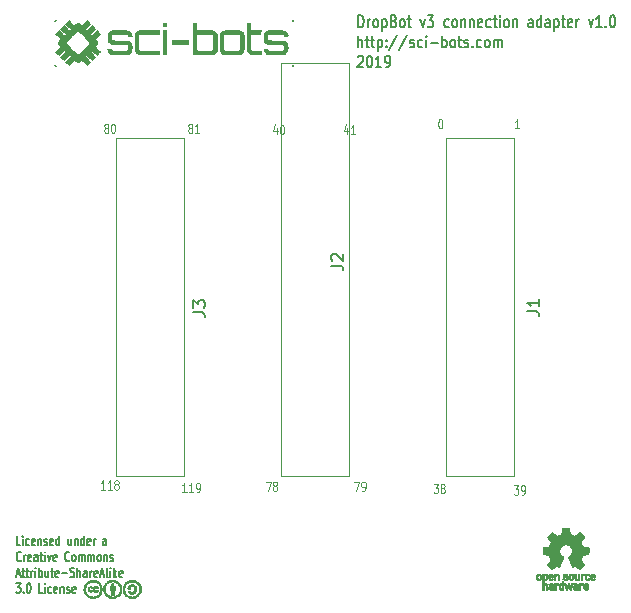
<source format=gto>
G04 #@! TF.FileFunction,Legend,Top*
%FSLAX46Y46*%
G04 Gerber Fmt 4.6, Leading zero omitted, Abs format (unit mm)*
G04 Created by KiCad (PCBNEW 4.0.4-stable) date 04/23/19 17:12:55*
%MOMM*%
%LPD*%
G01*
G04 APERTURE LIST*
%ADD10C,0.150000*%
%ADD11C,0.100000*%
%ADD12C,0.200000*%
%ADD13C,0.099060*%
%ADD14C,0.010000*%
%ADD15C,0.203200*%
G04 APERTURE END LIST*
D10*
D11*
X65300000Y-76661905D02*
X64957143Y-76661905D01*
X65128571Y-76661905D02*
X65128571Y-75861905D01*
X65071428Y-75976190D01*
X65014286Y-76052381D01*
X64957143Y-76090476D01*
X65871429Y-76661905D02*
X65528572Y-76661905D01*
X65700000Y-76661905D02*
X65700000Y-75861905D01*
X65642857Y-75976190D01*
X65585715Y-76052381D01*
X65528572Y-76090476D01*
X66157144Y-76661905D02*
X66271429Y-76661905D01*
X66328572Y-76623810D01*
X66357144Y-76585714D01*
X66414286Y-76471429D01*
X66442858Y-76319048D01*
X66442858Y-76014286D01*
X66414286Y-75938095D01*
X66385715Y-75900000D01*
X66328572Y-75861905D01*
X66214286Y-75861905D01*
X66157144Y-75900000D01*
X66128572Y-75938095D01*
X66100001Y-76014286D01*
X66100001Y-76204762D01*
X66128572Y-76280952D01*
X66157144Y-76319048D01*
X66214286Y-76357143D01*
X66328572Y-76357143D01*
X66385715Y-76319048D01*
X66414286Y-76280952D01*
X66442858Y-76204762D01*
X58400000Y-76461905D02*
X58057143Y-76461905D01*
X58228571Y-76461905D02*
X58228571Y-75661905D01*
X58171428Y-75776190D01*
X58114286Y-75852381D01*
X58057143Y-75890476D01*
X58971429Y-76461905D02*
X58628572Y-76461905D01*
X58800000Y-76461905D02*
X58800000Y-75661905D01*
X58742857Y-75776190D01*
X58685715Y-75852381D01*
X58628572Y-75890476D01*
X59314286Y-76004762D02*
X59257144Y-75966667D01*
X59228572Y-75928571D01*
X59200001Y-75852381D01*
X59200001Y-75814286D01*
X59228572Y-75738095D01*
X59257144Y-75700000D01*
X59314286Y-75661905D01*
X59428572Y-75661905D01*
X59485715Y-75700000D01*
X59514286Y-75738095D01*
X59542858Y-75814286D01*
X59542858Y-75852381D01*
X59514286Y-75928571D01*
X59485715Y-75966667D01*
X59428572Y-76004762D01*
X59314286Y-76004762D01*
X59257144Y-76042857D01*
X59228572Y-76080952D01*
X59200001Y-76157143D01*
X59200001Y-76309524D01*
X59228572Y-76385714D01*
X59257144Y-76423810D01*
X59314286Y-76461905D01*
X59428572Y-76461905D01*
X59485715Y-76423810D01*
X59514286Y-76385714D01*
X59542858Y-76309524D01*
X59542858Y-76157143D01*
X59514286Y-76080952D01*
X59485715Y-76042857D01*
X59428572Y-76004762D01*
X65557142Y-45804762D02*
X65500000Y-45766667D01*
X65471428Y-45728571D01*
X65442857Y-45652381D01*
X65442857Y-45614286D01*
X65471428Y-45538095D01*
X65500000Y-45500000D01*
X65557142Y-45461905D01*
X65671428Y-45461905D01*
X65728571Y-45500000D01*
X65757142Y-45538095D01*
X65785714Y-45614286D01*
X65785714Y-45652381D01*
X65757142Y-45728571D01*
X65728571Y-45766667D01*
X65671428Y-45804762D01*
X65557142Y-45804762D01*
X65500000Y-45842857D01*
X65471428Y-45880952D01*
X65442857Y-45957143D01*
X65442857Y-46109524D01*
X65471428Y-46185714D01*
X65500000Y-46223810D01*
X65557142Y-46261905D01*
X65671428Y-46261905D01*
X65728571Y-46223810D01*
X65757142Y-46185714D01*
X65785714Y-46109524D01*
X65785714Y-45957143D01*
X65757142Y-45880952D01*
X65728571Y-45842857D01*
X65671428Y-45804762D01*
X66357143Y-46261905D02*
X66014286Y-46261905D01*
X66185714Y-46261905D02*
X66185714Y-45461905D01*
X66128571Y-45576190D01*
X66071429Y-45652381D01*
X66014286Y-45690476D01*
X58457142Y-45804762D02*
X58400000Y-45766667D01*
X58371428Y-45728571D01*
X58342857Y-45652381D01*
X58342857Y-45614286D01*
X58371428Y-45538095D01*
X58400000Y-45500000D01*
X58457142Y-45461905D01*
X58571428Y-45461905D01*
X58628571Y-45500000D01*
X58657142Y-45538095D01*
X58685714Y-45614286D01*
X58685714Y-45652381D01*
X58657142Y-45728571D01*
X58628571Y-45766667D01*
X58571428Y-45804762D01*
X58457142Y-45804762D01*
X58400000Y-45842857D01*
X58371428Y-45880952D01*
X58342857Y-45957143D01*
X58342857Y-46109524D01*
X58371428Y-46185714D01*
X58400000Y-46223810D01*
X58457142Y-46261905D01*
X58571428Y-46261905D01*
X58628571Y-46223810D01*
X58657142Y-46185714D01*
X58685714Y-46109524D01*
X58685714Y-45957143D01*
X58657142Y-45880952D01*
X58628571Y-45842857D01*
X58571428Y-45804762D01*
X59057143Y-45461905D02*
X59114286Y-45461905D01*
X59171429Y-45500000D01*
X59200000Y-45538095D01*
X59228571Y-45614286D01*
X59257143Y-45766667D01*
X59257143Y-45957143D01*
X59228571Y-46109524D01*
X59200000Y-46185714D01*
X59171429Y-46223810D01*
X59114286Y-46261905D01*
X59057143Y-46261905D01*
X59000000Y-46223810D01*
X58971429Y-46185714D01*
X58942857Y-46109524D01*
X58914286Y-45957143D01*
X58914286Y-45766667D01*
X58942857Y-45614286D01*
X58971429Y-45538095D01*
X59000000Y-45500000D01*
X59057143Y-45461905D01*
X78928571Y-45828571D02*
X78928571Y-46361905D01*
X78785714Y-45523810D02*
X78642857Y-46095238D01*
X79014285Y-46095238D01*
X79557143Y-46361905D02*
X79214286Y-46361905D01*
X79385714Y-46361905D02*
X79385714Y-45561905D01*
X79328571Y-45676190D01*
X79271429Y-45752381D01*
X79214286Y-45790476D01*
X72928571Y-45828571D02*
X72928571Y-46361905D01*
X72785714Y-45523810D02*
X72642857Y-46095238D01*
X73014285Y-46095238D01*
X73357143Y-45561905D02*
X73414286Y-45561905D01*
X73471429Y-45600000D01*
X73500000Y-45638095D01*
X73528571Y-45714286D01*
X73557143Y-45866667D01*
X73557143Y-46057143D01*
X73528571Y-46209524D01*
X73500000Y-46285714D01*
X73471429Y-46323810D01*
X73414286Y-46361905D01*
X73357143Y-46361905D01*
X73300000Y-46323810D01*
X73271429Y-46285714D01*
X73242857Y-46209524D01*
X73214286Y-46057143D01*
X73214286Y-45866667D01*
X73242857Y-45714286D01*
X73271429Y-45638095D01*
X73300000Y-45600000D01*
X73357143Y-45561905D01*
X79514285Y-75761905D02*
X79914285Y-75761905D01*
X79657142Y-76561905D01*
X80171429Y-76561905D02*
X80285714Y-76561905D01*
X80342857Y-76523810D01*
X80371429Y-76485714D01*
X80428571Y-76371429D01*
X80457143Y-76219048D01*
X80457143Y-75914286D01*
X80428571Y-75838095D01*
X80400000Y-75800000D01*
X80342857Y-75761905D01*
X80228571Y-75761905D01*
X80171429Y-75800000D01*
X80142857Y-75838095D01*
X80114286Y-75914286D01*
X80114286Y-76104762D01*
X80142857Y-76180952D01*
X80171429Y-76219048D01*
X80228571Y-76257143D01*
X80342857Y-76257143D01*
X80400000Y-76219048D01*
X80428571Y-76180952D01*
X80457143Y-76104762D01*
X72014285Y-75761905D02*
X72414285Y-75761905D01*
X72157142Y-76561905D01*
X72728571Y-76104762D02*
X72671429Y-76066667D01*
X72642857Y-76028571D01*
X72614286Y-75952381D01*
X72614286Y-75914286D01*
X72642857Y-75838095D01*
X72671429Y-75800000D01*
X72728571Y-75761905D01*
X72842857Y-75761905D01*
X72900000Y-75800000D01*
X72928571Y-75838095D01*
X72957143Y-75914286D01*
X72957143Y-75952381D01*
X72928571Y-76028571D01*
X72900000Y-76066667D01*
X72842857Y-76104762D01*
X72728571Y-76104762D01*
X72671429Y-76142857D01*
X72642857Y-76180952D01*
X72614286Y-76257143D01*
X72614286Y-76409524D01*
X72642857Y-76485714D01*
X72671429Y-76523810D01*
X72728571Y-76561905D01*
X72842857Y-76561905D01*
X72900000Y-76523810D01*
X72928571Y-76485714D01*
X72957143Y-76409524D01*
X72957143Y-76257143D01*
X72928571Y-76180952D01*
X72900000Y-76142857D01*
X72842857Y-76104762D01*
X93014285Y-76061905D02*
X93385714Y-76061905D01*
X93185714Y-76366667D01*
X93271428Y-76366667D01*
X93328571Y-76404762D01*
X93357142Y-76442857D01*
X93385714Y-76519048D01*
X93385714Y-76709524D01*
X93357142Y-76785714D01*
X93328571Y-76823810D01*
X93271428Y-76861905D01*
X93100000Y-76861905D01*
X93042857Y-76823810D01*
X93014285Y-76785714D01*
X93671429Y-76861905D02*
X93785714Y-76861905D01*
X93842857Y-76823810D01*
X93871429Y-76785714D01*
X93928571Y-76671429D01*
X93957143Y-76519048D01*
X93957143Y-76214286D01*
X93928571Y-76138095D01*
X93900000Y-76100000D01*
X93842857Y-76061905D01*
X93728571Y-76061905D01*
X93671429Y-76100000D01*
X93642857Y-76138095D01*
X93614286Y-76214286D01*
X93614286Y-76404762D01*
X93642857Y-76480952D01*
X93671429Y-76519048D01*
X93728571Y-76557143D01*
X93842857Y-76557143D01*
X93900000Y-76519048D01*
X93928571Y-76480952D01*
X93957143Y-76404762D01*
X86214285Y-75961905D02*
X86585714Y-75961905D01*
X86385714Y-76266667D01*
X86471428Y-76266667D01*
X86528571Y-76304762D01*
X86557142Y-76342857D01*
X86585714Y-76419048D01*
X86585714Y-76609524D01*
X86557142Y-76685714D01*
X86528571Y-76723810D01*
X86471428Y-76761905D01*
X86300000Y-76761905D01*
X86242857Y-76723810D01*
X86214285Y-76685714D01*
X86928571Y-76304762D02*
X86871429Y-76266667D01*
X86842857Y-76228571D01*
X86814286Y-76152381D01*
X86814286Y-76114286D01*
X86842857Y-76038095D01*
X86871429Y-76000000D01*
X86928571Y-75961905D01*
X87042857Y-75961905D01*
X87100000Y-76000000D01*
X87128571Y-76038095D01*
X87157143Y-76114286D01*
X87157143Y-76152381D01*
X87128571Y-76228571D01*
X87100000Y-76266667D01*
X87042857Y-76304762D01*
X86928571Y-76304762D01*
X86871429Y-76342857D01*
X86842857Y-76380952D01*
X86814286Y-76457143D01*
X86814286Y-76609524D01*
X86842857Y-76685714D01*
X86871429Y-76723810D01*
X86928571Y-76761905D01*
X87042857Y-76761905D01*
X87100000Y-76723810D01*
X87128571Y-76685714D01*
X87157143Y-76609524D01*
X87157143Y-76457143D01*
X87128571Y-76380952D01*
X87100000Y-76342857D01*
X87042857Y-76304762D01*
X93471429Y-45861905D02*
X93128572Y-45861905D01*
X93300000Y-45861905D02*
X93300000Y-45061905D01*
X93242857Y-45176190D01*
X93185715Y-45252381D01*
X93128572Y-45290476D01*
X86771429Y-45061905D02*
X86828572Y-45061905D01*
X86885715Y-45100000D01*
X86914286Y-45138095D01*
X86942857Y-45214286D01*
X86971429Y-45366667D01*
X86971429Y-45557143D01*
X86942857Y-45709524D01*
X86914286Y-45785714D01*
X86885715Y-45823810D01*
X86828572Y-45861905D01*
X86771429Y-45861905D01*
X86714286Y-45823810D01*
X86685715Y-45785714D01*
X86657143Y-45709524D01*
X86628572Y-45557143D01*
X86628572Y-45366667D01*
X86657143Y-45214286D01*
X86685715Y-45138095D01*
X86714286Y-45100000D01*
X86771429Y-45061905D01*
D10*
X51228571Y-81140905D02*
X50942857Y-81140905D01*
X50942857Y-80340905D01*
X51428571Y-81140905D02*
X51428571Y-80607571D01*
X51428571Y-80340905D02*
X51400000Y-80379000D01*
X51428571Y-80417095D01*
X51457143Y-80379000D01*
X51428571Y-80340905D01*
X51428571Y-80417095D01*
X51971428Y-81102810D02*
X51914285Y-81140905D01*
X51799999Y-81140905D01*
X51742857Y-81102810D01*
X51714285Y-81064714D01*
X51685714Y-80988524D01*
X51685714Y-80759952D01*
X51714285Y-80683762D01*
X51742857Y-80645667D01*
X51799999Y-80607571D01*
X51914285Y-80607571D01*
X51971428Y-80645667D01*
X52457143Y-81102810D02*
X52400000Y-81140905D01*
X52285714Y-81140905D01*
X52228571Y-81102810D01*
X52200000Y-81026619D01*
X52200000Y-80721857D01*
X52228571Y-80645667D01*
X52285714Y-80607571D01*
X52400000Y-80607571D01*
X52457143Y-80645667D01*
X52485714Y-80721857D01*
X52485714Y-80798048D01*
X52200000Y-80874238D01*
X52742857Y-80607571D02*
X52742857Y-81140905D01*
X52742857Y-80683762D02*
X52771429Y-80645667D01*
X52828571Y-80607571D01*
X52914286Y-80607571D01*
X52971429Y-80645667D01*
X53000000Y-80721857D01*
X53000000Y-81140905D01*
X53257143Y-81102810D02*
X53314286Y-81140905D01*
X53428571Y-81140905D01*
X53485714Y-81102810D01*
X53514286Y-81026619D01*
X53514286Y-80988524D01*
X53485714Y-80912333D01*
X53428571Y-80874238D01*
X53342857Y-80874238D01*
X53285714Y-80836143D01*
X53257143Y-80759952D01*
X53257143Y-80721857D01*
X53285714Y-80645667D01*
X53342857Y-80607571D01*
X53428571Y-80607571D01*
X53485714Y-80645667D01*
X54000000Y-81102810D02*
X53942857Y-81140905D01*
X53828571Y-81140905D01*
X53771428Y-81102810D01*
X53742857Y-81026619D01*
X53742857Y-80721857D01*
X53771428Y-80645667D01*
X53828571Y-80607571D01*
X53942857Y-80607571D01*
X54000000Y-80645667D01*
X54028571Y-80721857D01*
X54028571Y-80798048D01*
X53742857Y-80874238D01*
X54542857Y-81140905D02*
X54542857Y-80340905D01*
X54542857Y-81102810D02*
X54485714Y-81140905D01*
X54371428Y-81140905D01*
X54314286Y-81102810D01*
X54285714Y-81064714D01*
X54257143Y-80988524D01*
X54257143Y-80759952D01*
X54285714Y-80683762D01*
X54314286Y-80645667D01*
X54371428Y-80607571D01*
X54485714Y-80607571D01*
X54542857Y-80645667D01*
X55542857Y-80607571D02*
X55542857Y-81140905D01*
X55285714Y-80607571D02*
X55285714Y-81026619D01*
X55314286Y-81102810D01*
X55371428Y-81140905D01*
X55457143Y-81140905D01*
X55514286Y-81102810D01*
X55542857Y-81064714D01*
X55828571Y-80607571D02*
X55828571Y-81140905D01*
X55828571Y-80683762D02*
X55857143Y-80645667D01*
X55914285Y-80607571D01*
X56000000Y-80607571D01*
X56057143Y-80645667D01*
X56085714Y-80721857D01*
X56085714Y-81140905D01*
X56628571Y-81140905D02*
X56628571Y-80340905D01*
X56628571Y-81102810D02*
X56571428Y-81140905D01*
X56457142Y-81140905D01*
X56400000Y-81102810D01*
X56371428Y-81064714D01*
X56342857Y-80988524D01*
X56342857Y-80759952D01*
X56371428Y-80683762D01*
X56400000Y-80645667D01*
X56457142Y-80607571D01*
X56571428Y-80607571D01*
X56628571Y-80645667D01*
X57142857Y-81102810D02*
X57085714Y-81140905D01*
X56971428Y-81140905D01*
X56914285Y-81102810D01*
X56885714Y-81026619D01*
X56885714Y-80721857D01*
X56914285Y-80645667D01*
X56971428Y-80607571D01*
X57085714Y-80607571D01*
X57142857Y-80645667D01*
X57171428Y-80721857D01*
X57171428Y-80798048D01*
X56885714Y-80874238D01*
X57428571Y-81140905D02*
X57428571Y-80607571D01*
X57428571Y-80759952D02*
X57457143Y-80683762D01*
X57485714Y-80645667D01*
X57542857Y-80607571D01*
X57600000Y-80607571D01*
X58514286Y-81140905D02*
X58514286Y-80721857D01*
X58485715Y-80645667D01*
X58428572Y-80607571D01*
X58314286Y-80607571D01*
X58257143Y-80645667D01*
X58514286Y-81102810D02*
X58457143Y-81140905D01*
X58314286Y-81140905D01*
X58257143Y-81102810D01*
X58228572Y-81026619D01*
X58228572Y-80950429D01*
X58257143Y-80874238D01*
X58314286Y-80836143D01*
X58457143Y-80836143D01*
X58514286Y-80798048D01*
X51285714Y-82414714D02*
X51257143Y-82452810D01*
X51171429Y-82490905D01*
X51114286Y-82490905D01*
X51028571Y-82452810D01*
X50971429Y-82376619D01*
X50942857Y-82300429D01*
X50914286Y-82148048D01*
X50914286Y-82033762D01*
X50942857Y-81881381D01*
X50971429Y-81805190D01*
X51028571Y-81729000D01*
X51114286Y-81690905D01*
X51171429Y-81690905D01*
X51257143Y-81729000D01*
X51285714Y-81767095D01*
X51542857Y-82490905D02*
X51542857Y-81957571D01*
X51542857Y-82109952D02*
X51571429Y-82033762D01*
X51600000Y-81995667D01*
X51657143Y-81957571D01*
X51714286Y-81957571D01*
X52142858Y-82452810D02*
X52085715Y-82490905D01*
X51971429Y-82490905D01*
X51914286Y-82452810D01*
X51885715Y-82376619D01*
X51885715Y-82071857D01*
X51914286Y-81995667D01*
X51971429Y-81957571D01*
X52085715Y-81957571D01*
X52142858Y-81995667D01*
X52171429Y-82071857D01*
X52171429Y-82148048D01*
X51885715Y-82224238D01*
X52685715Y-82490905D02*
X52685715Y-82071857D01*
X52657144Y-81995667D01*
X52600001Y-81957571D01*
X52485715Y-81957571D01*
X52428572Y-81995667D01*
X52685715Y-82452810D02*
X52628572Y-82490905D01*
X52485715Y-82490905D01*
X52428572Y-82452810D01*
X52400001Y-82376619D01*
X52400001Y-82300429D01*
X52428572Y-82224238D01*
X52485715Y-82186143D01*
X52628572Y-82186143D01*
X52685715Y-82148048D01*
X52885715Y-81957571D02*
X53114286Y-81957571D01*
X52971429Y-81690905D02*
X52971429Y-82376619D01*
X53000001Y-82452810D01*
X53057143Y-82490905D01*
X53114286Y-82490905D01*
X53314286Y-82490905D02*
X53314286Y-81957571D01*
X53314286Y-81690905D02*
X53285715Y-81729000D01*
X53314286Y-81767095D01*
X53342858Y-81729000D01*
X53314286Y-81690905D01*
X53314286Y-81767095D01*
X53542857Y-81957571D02*
X53685714Y-82490905D01*
X53828572Y-81957571D01*
X54285715Y-82452810D02*
X54228572Y-82490905D01*
X54114286Y-82490905D01*
X54057143Y-82452810D01*
X54028572Y-82376619D01*
X54028572Y-82071857D01*
X54057143Y-81995667D01*
X54114286Y-81957571D01*
X54228572Y-81957571D01*
X54285715Y-81995667D01*
X54314286Y-82071857D01*
X54314286Y-82148048D01*
X54028572Y-82224238D01*
X55371429Y-82414714D02*
X55342858Y-82452810D01*
X55257144Y-82490905D01*
X55200001Y-82490905D01*
X55114286Y-82452810D01*
X55057144Y-82376619D01*
X55028572Y-82300429D01*
X55000001Y-82148048D01*
X55000001Y-82033762D01*
X55028572Y-81881381D01*
X55057144Y-81805190D01*
X55114286Y-81729000D01*
X55200001Y-81690905D01*
X55257144Y-81690905D01*
X55342858Y-81729000D01*
X55371429Y-81767095D01*
X55714286Y-82490905D02*
X55657144Y-82452810D01*
X55628572Y-82414714D01*
X55600001Y-82338524D01*
X55600001Y-82109952D01*
X55628572Y-82033762D01*
X55657144Y-81995667D01*
X55714286Y-81957571D01*
X55800001Y-81957571D01*
X55857144Y-81995667D01*
X55885715Y-82033762D01*
X55914286Y-82109952D01*
X55914286Y-82338524D01*
X55885715Y-82414714D01*
X55857144Y-82452810D01*
X55800001Y-82490905D01*
X55714286Y-82490905D01*
X56171429Y-82490905D02*
X56171429Y-81957571D01*
X56171429Y-82033762D02*
X56200001Y-81995667D01*
X56257143Y-81957571D01*
X56342858Y-81957571D01*
X56400001Y-81995667D01*
X56428572Y-82071857D01*
X56428572Y-82490905D01*
X56428572Y-82071857D02*
X56457143Y-81995667D01*
X56514286Y-81957571D01*
X56600001Y-81957571D01*
X56657143Y-81995667D01*
X56685715Y-82071857D01*
X56685715Y-82490905D01*
X56971429Y-82490905D02*
X56971429Y-81957571D01*
X56971429Y-82033762D02*
X57000001Y-81995667D01*
X57057143Y-81957571D01*
X57142858Y-81957571D01*
X57200001Y-81995667D01*
X57228572Y-82071857D01*
X57228572Y-82490905D01*
X57228572Y-82071857D02*
X57257143Y-81995667D01*
X57314286Y-81957571D01*
X57400001Y-81957571D01*
X57457143Y-81995667D01*
X57485715Y-82071857D01*
X57485715Y-82490905D01*
X57857143Y-82490905D02*
X57800001Y-82452810D01*
X57771429Y-82414714D01*
X57742858Y-82338524D01*
X57742858Y-82109952D01*
X57771429Y-82033762D01*
X57800001Y-81995667D01*
X57857143Y-81957571D01*
X57942858Y-81957571D01*
X58000001Y-81995667D01*
X58028572Y-82033762D01*
X58057143Y-82109952D01*
X58057143Y-82338524D01*
X58028572Y-82414714D01*
X58000001Y-82452810D01*
X57942858Y-82490905D01*
X57857143Y-82490905D01*
X58314286Y-81957571D02*
X58314286Y-82490905D01*
X58314286Y-82033762D02*
X58342858Y-81995667D01*
X58400000Y-81957571D01*
X58485715Y-81957571D01*
X58542858Y-81995667D01*
X58571429Y-82071857D01*
X58571429Y-82490905D01*
X58828572Y-82452810D02*
X58885715Y-82490905D01*
X59000000Y-82490905D01*
X59057143Y-82452810D01*
X59085715Y-82376619D01*
X59085715Y-82338524D01*
X59057143Y-82262333D01*
X59000000Y-82224238D01*
X58914286Y-82224238D01*
X58857143Y-82186143D01*
X58828572Y-82109952D01*
X58828572Y-82071857D01*
X58857143Y-81995667D01*
X58914286Y-81957571D01*
X59000000Y-81957571D01*
X59057143Y-81995667D01*
X50914286Y-83612333D02*
X51200000Y-83612333D01*
X50857143Y-83840905D02*
X51057143Y-83040905D01*
X51257143Y-83840905D01*
X51371429Y-83307571D02*
X51600000Y-83307571D01*
X51457143Y-83040905D02*
X51457143Y-83726619D01*
X51485715Y-83802810D01*
X51542857Y-83840905D01*
X51600000Y-83840905D01*
X51714286Y-83307571D02*
X51942857Y-83307571D01*
X51800000Y-83040905D02*
X51800000Y-83726619D01*
X51828572Y-83802810D01*
X51885714Y-83840905D01*
X51942857Y-83840905D01*
X52142857Y-83840905D02*
X52142857Y-83307571D01*
X52142857Y-83459952D02*
X52171429Y-83383762D01*
X52200000Y-83345667D01*
X52257143Y-83307571D01*
X52314286Y-83307571D01*
X52514286Y-83840905D02*
X52514286Y-83307571D01*
X52514286Y-83040905D02*
X52485715Y-83079000D01*
X52514286Y-83117095D01*
X52542858Y-83079000D01*
X52514286Y-83040905D01*
X52514286Y-83117095D01*
X52800000Y-83840905D02*
X52800000Y-83040905D01*
X52800000Y-83345667D02*
X52857143Y-83307571D01*
X52971429Y-83307571D01*
X53028572Y-83345667D01*
X53057143Y-83383762D01*
X53085714Y-83459952D01*
X53085714Y-83688524D01*
X53057143Y-83764714D01*
X53028572Y-83802810D01*
X52971429Y-83840905D01*
X52857143Y-83840905D01*
X52800000Y-83802810D01*
X53600000Y-83307571D02*
X53600000Y-83840905D01*
X53342857Y-83307571D02*
X53342857Y-83726619D01*
X53371429Y-83802810D01*
X53428571Y-83840905D01*
X53514286Y-83840905D01*
X53571429Y-83802810D01*
X53600000Y-83764714D01*
X53800000Y-83307571D02*
X54028571Y-83307571D01*
X53885714Y-83040905D02*
X53885714Y-83726619D01*
X53914286Y-83802810D01*
X53971428Y-83840905D01*
X54028571Y-83840905D01*
X54457143Y-83802810D02*
X54400000Y-83840905D01*
X54285714Y-83840905D01*
X54228571Y-83802810D01*
X54200000Y-83726619D01*
X54200000Y-83421857D01*
X54228571Y-83345667D01*
X54285714Y-83307571D01*
X54400000Y-83307571D01*
X54457143Y-83345667D01*
X54485714Y-83421857D01*
X54485714Y-83498048D01*
X54200000Y-83574238D01*
X54742857Y-83536143D02*
X55200000Y-83536143D01*
X55457143Y-83802810D02*
X55542857Y-83840905D01*
X55685714Y-83840905D01*
X55742857Y-83802810D01*
X55771428Y-83764714D01*
X55800000Y-83688524D01*
X55800000Y-83612333D01*
X55771428Y-83536143D01*
X55742857Y-83498048D01*
X55685714Y-83459952D01*
X55571428Y-83421857D01*
X55514286Y-83383762D01*
X55485714Y-83345667D01*
X55457143Y-83269476D01*
X55457143Y-83193286D01*
X55485714Y-83117095D01*
X55514286Y-83079000D01*
X55571428Y-83040905D01*
X55714286Y-83040905D01*
X55800000Y-83079000D01*
X56057143Y-83840905D02*
X56057143Y-83040905D01*
X56314286Y-83840905D02*
X56314286Y-83421857D01*
X56285715Y-83345667D01*
X56228572Y-83307571D01*
X56142857Y-83307571D01*
X56085715Y-83345667D01*
X56057143Y-83383762D01*
X56857143Y-83840905D02*
X56857143Y-83421857D01*
X56828572Y-83345667D01*
X56771429Y-83307571D01*
X56657143Y-83307571D01*
X56600000Y-83345667D01*
X56857143Y-83802810D02*
X56800000Y-83840905D01*
X56657143Y-83840905D01*
X56600000Y-83802810D01*
X56571429Y-83726619D01*
X56571429Y-83650429D01*
X56600000Y-83574238D01*
X56657143Y-83536143D01*
X56800000Y-83536143D01*
X56857143Y-83498048D01*
X57142857Y-83840905D02*
X57142857Y-83307571D01*
X57142857Y-83459952D02*
X57171429Y-83383762D01*
X57200000Y-83345667D01*
X57257143Y-83307571D01*
X57314286Y-83307571D01*
X57742858Y-83802810D02*
X57685715Y-83840905D01*
X57571429Y-83840905D01*
X57514286Y-83802810D01*
X57485715Y-83726619D01*
X57485715Y-83421857D01*
X57514286Y-83345667D01*
X57571429Y-83307571D01*
X57685715Y-83307571D01*
X57742858Y-83345667D01*
X57771429Y-83421857D01*
X57771429Y-83498048D01*
X57485715Y-83574238D01*
X58000001Y-83612333D02*
X58285715Y-83612333D01*
X57942858Y-83840905D02*
X58142858Y-83040905D01*
X58342858Y-83840905D01*
X58628572Y-83840905D02*
X58571430Y-83802810D01*
X58542858Y-83726619D01*
X58542858Y-83040905D01*
X58857144Y-83840905D02*
X58857144Y-83307571D01*
X58857144Y-83040905D02*
X58828573Y-83079000D01*
X58857144Y-83117095D01*
X58885716Y-83079000D01*
X58857144Y-83040905D01*
X58857144Y-83117095D01*
X59142858Y-83840905D02*
X59142858Y-83040905D01*
X59200001Y-83536143D02*
X59371430Y-83840905D01*
X59371430Y-83307571D02*
X59142858Y-83612333D01*
X59857144Y-83802810D02*
X59800001Y-83840905D01*
X59685715Y-83840905D01*
X59628572Y-83802810D01*
X59600001Y-83726619D01*
X59600001Y-83421857D01*
X59628572Y-83345667D01*
X59685715Y-83307571D01*
X59800001Y-83307571D01*
X59857144Y-83345667D01*
X59885715Y-83421857D01*
X59885715Y-83498048D01*
X59600001Y-83574238D01*
X50885714Y-84390905D02*
X51257143Y-84390905D01*
X51057143Y-84695667D01*
X51142857Y-84695667D01*
X51200000Y-84733762D01*
X51228571Y-84771857D01*
X51257143Y-84848048D01*
X51257143Y-85038524D01*
X51228571Y-85114714D01*
X51200000Y-85152810D01*
X51142857Y-85190905D01*
X50971429Y-85190905D01*
X50914286Y-85152810D01*
X50885714Y-85114714D01*
X51514286Y-85114714D02*
X51542858Y-85152810D01*
X51514286Y-85190905D01*
X51485715Y-85152810D01*
X51514286Y-85114714D01*
X51514286Y-85190905D01*
X51914286Y-84390905D02*
X51971429Y-84390905D01*
X52028572Y-84429000D01*
X52057143Y-84467095D01*
X52085714Y-84543286D01*
X52114286Y-84695667D01*
X52114286Y-84886143D01*
X52085714Y-85038524D01*
X52057143Y-85114714D01*
X52028572Y-85152810D01*
X51971429Y-85190905D01*
X51914286Y-85190905D01*
X51857143Y-85152810D01*
X51828572Y-85114714D01*
X51800000Y-85038524D01*
X51771429Y-84886143D01*
X51771429Y-84695667D01*
X51800000Y-84543286D01*
X51828572Y-84467095D01*
X51857143Y-84429000D01*
X51914286Y-84390905D01*
X53114286Y-85190905D02*
X52828572Y-85190905D01*
X52828572Y-84390905D01*
X53314286Y-85190905D02*
X53314286Y-84657571D01*
X53314286Y-84390905D02*
X53285715Y-84429000D01*
X53314286Y-84467095D01*
X53342858Y-84429000D01*
X53314286Y-84390905D01*
X53314286Y-84467095D01*
X53857143Y-85152810D02*
X53800000Y-85190905D01*
X53685714Y-85190905D01*
X53628572Y-85152810D01*
X53600000Y-85114714D01*
X53571429Y-85038524D01*
X53571429Y-84809952D01*
X53600000Y-84733762D01*
X53628572Y-84695667D01*
X53685714Y-84657571D01*
X53800000Y-84657571D01*
X53857143Y-84695667D01*
X54342858Y-85152810D02*
X54285715Y-85190905D01*
X54171429Y-85190905D01*
X54114286Y-85152810D01*
X54085715Y-85076619D01*
X54085715Y-84771857D01*
X54114286Y-84695667D01*
X54171429Y-84657571D01*
X54285715Y-84657571D01*
X54342858Y-84695667D01*
X54371429Y-84771857D01*
X54371429Y-84848048D01*
X54085715Y-84924238D01*
X54628572Y-84657571D02*
X54628572Y-85190905D01*
X54628572Y-84733762D02*
X54657144Y-84695667D01*
X54714286Y-84657571D01*
X54800001Y-84657571D01*
X54857144Y-84695667D01*
X54885715Y-84771857D01*
X54885715Y-85190905D01*
X55142858Y-85152810D02*
X55200001Y-85190905D01*
X55314286Y-85190905D01*
X55371429Y-85152810D01*
X55400001Y-85076619D01*
X55400001Y-85038524D01*
X55371429Y-84962333D01*
X55314286Y-84924238D01*
X55228572Y-84924238D01*
X55171429Y-84886143D01*
X55142858Y-84809952D01*
X55142858Y-84771857D01*
X55171429Y-84695667D01*
X55228572Y-84657571D01*
X55314286Y-84657571D01*
X55371429Y-84695667D01*
X55885715Y-85152810D02*
X55828572Y-85190905D01*
X55714286Y-85190905D01*
X55657143Y-85152810D01*
X55628572Y-85076619D01*
X55628572Y-84771857D01*
X55657143Y-84695667D01*
X55714286Y-84657571D01*
X55828572Y-84657571D01*
X55885715Y-84695667D01*
X55914286Y-84771857D01*
X55914286Y-84848048D01*
X55628572Y-84924238D01*
D12*
X79840476Y-37302381D02*
X79840476Y-36302381D01*
X80030952Y-36302381D01*
X80145238Y-36350000D01*
X80221429Y-36445238D01*
X80259524Y-36540476D01*
X80297619Y-36730952D01*
X80297619Y-36873810D01*
X80259524Y-37064286D01*
X80221429Y-37159524D01*
X80145238Y-37254762D01*
X80030952Y-37302381D01*
X79840476Y-37302381D01*
X80640476Y-37302381D02*
X80640476Y-36635714D01*
X80640476Y-36826190D02*
X80678571Y-36730952D01*
X80716667Y-36683333D01*
X80792857Y-36635714D01*
X80869048Y-36635714D01*
X81250000Y-37302381D02*
X81173809Y-37254762D01*
X81135714Y-37207143D01*
X81097619Y-37111905D01*
X81097619Y-36826190D01*
X81135714Y-36730952D01*
X81173809Y-36683333D01*
X81250000Y-36635714D01*
X81364286Y-36635714D01*
X81440476Y-36683333D01*
X81478571Y-36730952D01*
X81516667Y-36826190D01*
X81516667Y-37111905D01*
X81478571Y-37207143D01*
X81440476Y-37254762D01*
X81364286Y-37302381D01*
X81250000Y-37302381D01*
X81859524Y-36635714D02*
X81859524Y-37635714D01*
X81859524Y-36683333D02*
X81935715Y-36635714D01*
X82088096Y-36635714D01*
X82164286Y-36683333D01*
X82202381Y-36730952D01*
X82240477Y-36826190D01*
X82240477Y-37111905D01*
X82202381Y-37207143D01*
X82164286Y-37254762D01*
X82088096Y-37302381D01*
X81935715Y-37302381D01*
X81859524Y-37254762D01*
X82850001Y-36778571D02*
X82964287Y-36826190D01*
X83002382Y-36873810D01*
X83040477Y-36969048D01*
X83040477Y-37111905D01*
X83002382Y-37207143D01*
X82964287Y-37254762D01*
X82888096Y-37302381D01*
X82583334Y-37302381D01*
X82583334Y-36302381D01*
X82850001Y-36302381D01*
X82926191Y-36350000D01*
X82964287Y-36397619D01*
X83002382Y-36492857D01*
X83002382Y-36588095D01*
X82964287Y-36683333D01*
X82926191Y-36730952D01*
X82850001Y-36778571D01*
X82583334Y-36778571D01*
X83497620Y-37302381D02*
X83421429Y-37254762D01*
X83383334Y-37207143D01*
X83345239Y-37111905D01*
X83345239Y-36826190D01*
X83383334Y-36730952D01*
X83421429Y-36683333D01*
X83497620Y-36635714D01*
X83611906Y-36635714D01*
X83688096Y-36683333D01*
X83726191Y-36730952D01*
X83764287Y-36826190D01*
X83764287Y-37111905D01*
X83726191Y-37207143D01*
X83688096Y-37254762D01*
X83611906Y-37302381D01*
X83497620Y-37302381D01*
X83992858Y-36635714D02*
X84297620Y-36635714D01*
X84107144Y-36302381D02*
X84107144Y-37159524D01*
X84145239Y-37254762D01*
X84221430Y-37302381D01*
X84297620Y-37302381D01*
X85097621Y-36635714D02*
X85288097Y-37302381D01*
X85478573Y-36635714D01*
X85707145Y-36302381D02*
X86202383Y-36302381D01*
X85935716Y-36683333D01*
X86050002Y-36683333D01*
X86126192Y-36730952D01*
X86164288Y-36778571D01*
X86202383Y-36873810D01*
X86202383Y-37111905D01*
X86164288Y-37207143D01*
X86126192Y-37254762D01*
X86050002Y-37302381D01*
X85821430Y-37302381D01*
X85745240Y-37254762D01*
X85707145Y-37207143D01*
X87497621Y-37254762D02*
X87421431Y-37302381D01*
X87269050Y-37302381D01*
X87192859Y-37254762D01*
X87154764Y-37207143D01*
X87116669Y-37111905D01*
X87116669Y-36826190D01*
X87154764Y-36730952D01*
X87192859Y-36683333D01*
X87269050Y-36635714D01*
X87421431Y-36635714D01*
X87497621Y-36683333D01*
X87954764Y-37302381D02*
X87878573Y-37254762D01*
X87840478Y-37207143D01*
X87802383Y-37111905D01*
X87802383Y-36826190D01*
X87840478Y-36730952D01*
X87878573Y-36683333D01*
X87954764Y-36635714D01*
X88069050Y-36635714D01*
X88145240Y-36683333D01*
X88183335Y-36730952D01*
X88221431Y-36826190D01*
X88221431Y-37111905D01*
X88183335Y-37207143D01*
X88145240Y-37254762D01*
X88069050Y-37302381D01*
X87954764Y-37302381D01*
X88564288Y-36635714D02*
X88564288Y-37302381D01*
X88564288Y-36730952D02*
X88602383Y-36683333D01*
X88678574Y-36635714D01*
X88792860Y-36635714D01*
X88869050Y-36683333D01*
X88907145Y-36778571D01*
X88907145Y-37302381D01*
X89288098Y-36635714D02*
X89288098Y-37302381D01*
X89288098Y-36730952D02*
X89326193Y-36683333D01*
X89402384Y-36635714D01*
X89516670Y-36635714D01*
X89592860Y-36683333D01*
X89630955Y-36778571D01*
X89630955Y-37302381D01*
X90316670Y-37254762D02*
X90240480Y-37302381D01*
X90088099Y-37302381D01*
X90011908Y-37254762D01*
X89973813Y-37159524D01*
X89973813Y-36778571D01*
X90011908Y-36683333D01*
X90088099Y-36635714D01*
X90240480Y-36635714D01*
X90316670Y-36683333D01*
X90354765Y-36778571D01*
X90354765Y-36873810D01*
X89973813Y-36969048D01*
X91040479Y-37254762D02*
X90964289Y-37302381D01*
X90811908Y-37302381D01*
X90735717Y-37254762D01*
X90697622Y-37207143D01*
X90659527Y-37111905D01*
X90659527Y-36826190D01*
X90697622Y-36730952D01*
X90735717Y-36683333D01*
X90811908Y-36635714D01*
X90964289Y-36635714D01*
X91040479Y-36683333D01*
X91269050Y-36635714D02*
X91573812Y-36635714D01*
X91383336Y-36302381D02*
X91383336Y-37159524D01*
X91421431Y-37254762D01*
X91497622Y-37302381D01*
X91573812Y-37302381D01*
X91840479Y-37302381D02*
X91840479Y-36635714D01*
X91840479Y-36302381D02*
X91802384Y-36350000D01*
X91840479Y-36397619D01*
X91878574Y-36350000D01*
X91840479Y-36302381D01*
X91840479Y-36397619D01*
X92335717Y-37302381D02*
X92259526Y-37254762D01*
X92221431Y-37207143D01*
X92183336Y-37111905D01*
X92183336Y-36826190D01*
X92221431Y-36730952D01*
X92259526Y-36683333D01*
X92335717Y-36635714D01*
X92450003Y-36635714D01*
X92526193Y-36683333D01*
X92564288Y-36730952D01*
X92602384Y-36826190D01*
X92602384Y-37111905D01*
X92564288Y-37207143D01*
X92526193Y-37254762D01*
X92450003Y-37302381D01*
X92335717Y-37302381D01*
X92945241Y-36635714D02*
X92945241Y-37302381D01*
X92945241Y-36730952D02*
X92983336Y-36683333D01*
X93059527Y-36635714D01*
X93173813Y-36635714D01*
X93250003Y-36683333D01*
X93288098Y-36778571D01*
X93288098Y-37302381D01*
X94621432Y-37302381D02*
X94621432Y-36778571D01*
X94583337Y-36683333D01*
X94507147Y-36635714D01*
X94354766Y-36635714D01*
X94278575Y-36683333D01*
X94621432Y-37254762D02*
X94545242Y-37302381D01*
X94354766Y-37302381D01*
X94278575Y-37254762D01*
X94240480Y-37159524D01*
X94240480Y-37064286D01*
X94278575Y-36969048D01*
X94354766Y-36921429D01*
X94545242Y-36921429D01*
X94621432Y-36873810D01*
X95345242Y-37302381D02*
X95345242Y-36302381D01*
X95345242Y-37254762D02*
X95269052Y-37302381D01*
X95116671Y-37302381D01*
X95040480Y-37254762D01*
X95002385Y-37207143D01*
X94964290Y-37111905D01*
X94964290Y-36826190D01*
X95002385Y-36730952D01*
X95040480Y-36683333D01*
X95116671Y-36635714D01*
X95269052Y-36635714D01*
X95345242Y-36683333D01*
X96069052Y-37302381D02*
X96069052Y-36778571D01*
X96030957Y-36683333D01*
X95954767Y-36635714D01*
X95802386Y-36635714D01*
X95726195Y-36683333D01*
X96069052Y-37254762D02*
X95992862Y-37302381D01*
X95802386Y-37302381D01*
X95726195Y-37254762D01*
X95688100Y-37159524D01*
X95688100Y-37064286D01*
X95726195Y-36969048D01*
X95802386Y-36921429D01*
X95992862Y-36921429D01*
X96069052Y-36873810D01*
X96450005Y-36635714D02*
X96450005Y-37635714D01*
X96450005Y-36683333D02*
X96526196Y-36635714D01*
X96678577Y-36635714D01*
X96754767Y-36683333D01*
X96792862Y-36730952D01*
X96830958Y-36826190D01*
X96830958Y-37111905D01*
X96792862Y-37207143D01*
X96754767Y-37254762D01*
X96678577Y-37302381D01*
X96526196Y-37302381D01*
X96450005Y-37254762D01*
X97059529Y-36635714D02*
X97364291Y-36635714D01*
X97173815Y-36302381D02*
X97173815Y-37159524D01*
X97211910Y-37254762D01*
X97288101Y-37302381D01*
X97364291Y-37302381D01*
X97935720Y-37254762D02*
X97859530Y-37302381D01*
X97707149Y-37302381D01*
X97630958Y-37254762D01*
X97592863Y-37159524D01*
X97592863Y-36778571D01*
X97630958Y-36683333D01*
X97707149Y-36635714D01*
X97859530Y-36635714D01*
X97935720Y-36683333D01*
X97973815Y-36778571D01*
X97973815Y-36873810D01*
X97592863Y-36969048D01*
X98316672Y-37302381D02*
X98316672Y-36635714D01*
X98316672Y-36826190D02*
X98354767Y-36730952D01*
X98392863Y-36683333D01*
X98469053Y-36635714D01*
X98545244Y-36635714D01*
X99345244Y-36635714D02*
X99535720Y-37302381D01*
X99726196Y-36635714D01*
X100450006Y-37302381D02*
X99992863Y-37302381D01*
X100221434Y-37302381D02*
X100221434Y-36302381D01*
X100145244Y-36445238D01*
X100069053Y-36540476D01*
X99992863Y-36588095D01*
X100792863Y-37207143D02*
X100830958Y-37254762D01*
X100792863Y-37302381D01*
X100754768Y-37254762D01*
X100792863Y-37207143D01*
X100792863Y-37302381D01*
X101326196Y-36302381D02*
X101402387Y-36302381D01*
X101478577Y-36350000D01*
X101516672Y-36397619D01*
X101554768Y-36492857D01*
X101592863Y-36683333D01*
X101592863Y-36921429D01*
X101554768Y-37111905D01*
X101516672Y-37207143D01*
X101478577Y-37254762D01*
X101402387Y-37302381D01*
X101326196Y-37302381D01*
X101250006Y-37254762D01*
X101211910Y-37207143D01*
X101173815Y-37111905D01*
X101135720Y-36921429D01*
X101135720Y-36683333D01*
X101173815Y-36492857D01*
X101211910Y-36397619D01*
X101250006Y-36350000D01*
X101326196Y-36302381D01*
X79840476Y-39002381D02*
X79840476Y-38002381D01*
X80183333Y-39002381D02*
X80183333Y-38478571D01*
X80145238Y-38383333D01*
X80069048Y-38335714D01*
X79954762Y-38335714D01*
X79878571Y-38383333D01*
X79840476Y-38430952D01*
X80450000Y-38335714D02*
X80754762Y-38335714D01*
X80564286Y-38002381D02*
X80564286Y-38859524D01*
X80602381Y-38954762D01*
X80678572Y-39002381D01*
X80754762Y-39002381D01*
X80907143Y-38335714D02*
X81211905Y-38335714D01*
X81021429Y-38002381D02*
X81021429Y-38859524D01*
X81059524Y-38954762D01*
X81135715Y-39002381D01*
X81211905Y-39002381D01*
X81478572Y-38335714D02*
X81478572Y-39335714D01*
X81478572Y-38383333D02*
X81554763Y-38335714D01*
X81707144Y-38335714D01*
X81783334Y-38383333D01*
X81821429Y-38430952D01*
X81859525Y-38526190D01*
X81859525Y-38811905D01*
X81821429Y-38907143D01*
X81783334Y-38954762D01*
X81707144Y-39002381D01*
X81554763Y-39002381D01*
X81478572Y-38954762D01*
X82202382Y-38907143D02*
X82240477Y-38954762D01*
X82202382Y-39002381D01*
X82164287Y-38954762D01*
X82202382Y-38907143D01*
X82202382Y-39002381D01*
X82202382Y-38383333D02*
X82240477Y-38430952D01*
X82202382Y-38478571D01*
X82164287Y-38430952D01*
X82202382Y-38383333D01*
X82202382Y-38478571D01*
X83154763Y-37954762D02*
X82469048Y-39240476D01*
X83992858Y-37954762D02*
X83307143Y-39240476D01*
X84221429Y-38954762D02*
X84297619Y-39002381D01*
X84450000Y-39002381D01*
X84526191Y-38954762D01*
X84564286Y-38859524D01*
X84564286Y-38811905D01*
X84526191Y-38716667D01*
X84450000Y-38669048D01*
X84335715Y-38669048D01*
X84259524Y-38621429D01*
X84221429Y-38526190D01*
X84221429Y-38478571D01*
X84259524Y-38383333D01*
X84335715Y-38335714D01*
X84450000Y-38335714D01*
X84526191Y-38383333D01*
X85250000Y-38954762D02*
X85173810Y-39002381D01*
X85021429Y-39002381D01*
X84945238Y-38954762D01*
X84907143Y-38907143D01*
X84869048Y-38811905D01*
X84869048Y-38526190D01*
X84907143Y-38430952D01*
X84945238Y-38383333D01*
X85021429Y-38335714D01*
X85173810Y-38335714D01*
X85250000Y-38383333D01*
X85592857Y-39002381D02*
X85592857Y-38335714D01*
X85592857Y-38002381D02*
X85554762Y-38050000D01*
X85592857Y-38097619D01*
X85630952Y-38050000D01*
X85592857Y-38002381D01*
X85592857Y-38097619D01*
X85973809Y-38621429D02*
X86583333Y-38621429D01*
X86964285Y-39002381D02*
X86964285Y-38002381D01*
X86964285Y-38383333D02*
X87040476Y-38335714D01*
X87192857Y-38335714D01*
X87269047Y-38383333D01*
X87307142Y-38430952D01*
X87345238Y-38526190D01*
X87345238Y-38811905D01*
X87307142Y-38907143D01*
X87269047Y-38954762D01*
X87192857Y-39002381D01*
X87040476Y-39002381D01*
X86964285Y-38954762D01*
X87802381Y-39002381D02*
X87726190Y-38954762D01*
X87688095Y-38907143D01*
X87650000Y-38811905D01*
X87650000Y-38526190D01*
X87688095Y-38430952D01*
X87726190Y-38383333D01*
X87802381Y-38335714D01*
X87916667Y-38335714D01*
X87992857Y-38383333D01*
X88030952Y-38430952D01*
X88069048Y-38526190D01*
X88069048Y-38811905D01*
X88030952Y-38907143D01*
X87992857Y-38954762D01*
X87916667Y-39002381D01*
X87802381Y-39002381D01*
X88297619Y-38335714D02*
X88602381Y-38335714D01*
X88411905Y-38002381D02*
X88411905Y-38859524D01*
X88450000Y-38954762D01*
X88526191Y-39002381D01*
X88602381Y-39002381D01*
X88830953Y-38954762D02*
X88907143Y-39002381D01*
X89059524Y-39002381D01*
X89135715Y-38954762D01*
X89173810Y-38859524D01*
X89173810Y-38811905D01*
X89135715Y-38716667D01*
X89059524Y-38669048D01*
X88945239Y-38669048D01*
X88869048Y-38621429D01*
X88830953Y-38526190D01*
X88830953Y-38478571D01*
X88869048Y-38383333D01*
X88945239Y-38335714D01*
X89059524Y-38335714D01*
X89135715Y-38383333D01*
X89516667Y-38907143D02*
X89554762Y-38954762D01*
X89516667Y-39002381D01*
X89478572Y-38954762D01*
X89516667Y-38907143D01*
X89516667Y-39002381D01*
X90240476Y-38954762D02*
X90164286Y-39002381D01*
X90011905Y-39002381D01*
X89935714Y-38954762D01*
X89897619Y-38907143D01*
X89859524Y-38811905D01*
X89859524Y-38526190D01*
X89897619Y-38430952D01*
X89935714Y-38383333D01*
X90011905Y-38335714D01*
X90164286Y-38335714D01*
X90240476Y-38383333D01*
X90697619Y-39002381D02*
X90621428Y-38954762D01*
X90583333Y-38907143D01*
X90545238Y-38811905D01*
X90545238Y-38526190D01*
X90583333Y-38430952D01*
X90621428Y-38383333D01*
X90697619Y-38335714D01*
X90811905Y-38335714D01*
X90888095Y-38383333D01*
X90926190Y-38430952D01*
X90964286Y-38526190D01*
X90964286Y-38811905D01*
X90926190Y-38907143D01*
X90888095Y-38954762D01*
X90811905Y-39002381D01*
X90697619Y-39002381D01*
X91307143Y-39002381D02*
X91307143Y-38335714D01*
X91307143Y-38430952D02*
X91345238Y-38383333D01*
X91421429Y-38335714D01*
X91535715Y-38335714D01*
X91611905Y-38383333D01*
X91650000Y-38478571D01*
X91650000Y-39002381D01*
X91650000Y-38478571D02*
X91688096Y-38383333D01*
X91764286Y-38335714D01*
X91878572Y-38335714D01*
X91954762Y-38383333D01*
X91992857Y-38478571D01*
X91992857Y-39002381D01*
X79802381Y-39797619D02*
X79840476Y-39750000D01*
X79916667Y-39702381D01*
X80107143Y-39702381D01*
X80183333Y-39750000D01*
X80221429Y-39797619D01*
X80259524Y-39892857D01*
X80259524Y-39988095D01*
X80221429Y-40130952D01*
X79764286Y-40702381D01*
X80259524Y-40702381D01*
X80754762Y-39702381D02*
X80830953Y-39702381D01*
X80907143Y-39750000D01*
X80945238Y-39797619D01*
X80983334Y-39892857D01*
X81021429Y-40083333D01*
X81021429Y-40321429D01*
X80983334Y-40511905D01*
X80945238Y-40607143D01*
X80907143Y-40654762D01*
X80830953Y-40702381D01*
X80754762Y-40702381D01*
X80678572Y-40654762D01*
X80640476Y-40607143D01*
X80602381Y-40511905D01*
X80564286Y-40321429D01*
X80564286Y-40083333D01*
X80602381Y-39892857D01*
X80640476Y-39797619D01*
X80678572Y-39750000D01*
X80754762Y-39702381D01*
X81783334Y-40702381D02*
X81326191Y-40702381D01*
X81554762Y-40702381D02*
X81554762Y-39702381D01*
X81478572Y-39845238D01*
X81402381Y-39940476D01*
X81326191Y-39988095D01*
X82164286Y-40702381D02*
X82316667Y-40702381D01*
X82392858Y-40654762D01*
X82430953Y-40607143D01*
X82507144Y-40464286D01*
X82545239Y-40273810D01*
X82545239Y-39892857D01*
X82507144Y-39797619D01*
X82469048Y-39750000D01*
X82392858Y-39702381D01*
X82240477Y-39702381D01*
X82164286Y-39750000D01*
X82126191Y-39797619D01*
X82088096Y-39892857D01*
X82088096Y-40130952D01*
X82126191Y-40226190D01*
X82164286Y-40273810D01*
X82240477Y-40321429D01*
X82392858Y-40321429D01*
X82469048Y-40273810D01*
X82507144Y-40226190D01*
X82545239Y-40130952D01*
D13*
X87310000Y-75250000D02*
X93030000Y-75250000D01*
X87310000Y-46670000D02*
X93030000Y-46670000D01*
X93030000Y-75250000D02*
X93030000Y-46670000D01*
X87310000Y-46670000D02*
X87310000Y-75250000D01*
X59370000Y-75250000D02*
X65090000Y-75250000D01*
X59370000Y-46670000D02*
X65090000Y-46670000D01*
X65090000Y-75250000D02*
X65090000Y-46670000D01*
X59370000Y-46670000D02*
X59370000Y-75250000D01*
D14*
G36*
X54137162Y-40473430D02*
X54138990Y-40476248D01*
X54180771Y-40521927D01*
X54195751Y-40533009D01*
X54210309Y-40549766D01*
X54178054Y-40555352D01*
X54173350Y-40555411D01*
X54128030Y-40542195D01*
X54116588Y-40498650D01*
X54121416Y-40462508D01*
X54137162Y-40473430D01*
X54137162Y-40473430D01*
G37*
X54137162Y-40473430D02*
X54138990Y-40476248D01*
X54180771Y-40521927D01*
X54195751Y-40533009D01*
X54210309Y-40549766D01*
X54178054Y-40555352D01*
X54173350Y-40555411D01*
X54128030Y-40542195D01*
X54116588Y-40498650D01*
X54121416Y-40462508D01*
X54137162Y-40473430D01*
G36*
X74308752Y-40493945D02*
X74308811Y-40498650D01*
X74295595Y-40543969D01*
X74252050Y-40555411D01*
X74215908Y-40550583D01*
X74226830Y-40534837D01*
X74229648Y-40533009D01*
X74275327Y-40491228D01*
X74286409Y-40476248D01*
X74303166Y-40461690D01*
X74308752Y-40493945D01*
X74308752Y-40493945D01*
G37*
X74308752Y-40493945D02*
X74308811Y-40498650D01*
X74295595Y-40543969D01*
X74252050Y-40555411D01*
X74215908Y-40550583D01*
X74226830Y-40534837D01*
X74229648Y-40533009D01*
X74275327Y-40491228D01*
X74286409Y-40476248D01*
X74303166Y-40461690D01*
X74308752Y-40493945D01*
G36*
X55557960Y-36930288D02*
X55780775Y-37152071D01*
X55881937Y-37051081D01*
X55955379Y-36989534D01*
X56029580Y-36945754D01*
X56063750Y-36934050D01*
X56111260Y-36929512D01*
X56154190Y-36941995D01*
X56206012Y-36978253D01*
X56274514Y-37039716D01*
X56404628Y-37161423D01*
X56626351Y-36940728D01*
X56848073Y-36720033D01*
X57124701Y-37000141D01*
X56681525Y-37445379D01*
X56750872Y-37514727D01*
X56820220Y-37584074D01*
X57265458Y-37140898D01*
X57545566Y-37417526D01*
X57101806Y-37863352D01*
X57171127Y-37932672D01*
X57240447Y-38001993D01*
X57686273Y-37558233D01*
X57818936Y-37692565D01*
X57883185Y-37760653D01*
X57930306Y-37816368D01*
X57951267Y-37848923D01*
X57951600Y-37850968D01*
X57934649Y-37877483D01*
X57888570Y-37931521D01*
X57820527Y-38005058D01*
X57742862Y-38084866D01*
X57534125Y-38294693D01*
X57641262Y-38403858D01*
X57706980Y-38478486D01*
X57739813Y-38539607D01*
X57748400Y-38600000D01*
X57738956Y-38662974D01*
X57704876Y-38724353D01*
X57641262Y-38796141D01*
X57534125Y-38905306D01*
X57742862Y-39115133D01*
X57825032Y-39199687D01*
X57891976Y-39272294D01*
X57936531Y-39324929D01*
X57951600Y-39349031D01*
X57934894Y-39377605D01*
X57890799Y-39430804D01*
X57828348Y-39497843D01*
X57818936Y-39507434D01*
X57686273Y-39641766D01*
X57240447Y-39198006D01*
X57171127Y-39267327D01*
X57101806Y-39336647D01*
X57545566Y-39782473D01*
X57265458Y-40059101D01*
X56820220Y-39615925D01*
X56750872Y-39685272D01*
X56681525Y-39754620D01*
X57124701Y-40199858D01*
X56848073Y-40479966D01*
X56626351Y-40259271D01*
X56404628Y-40038576D01*
X56274514Y-40160283D01*
X56202131Y-40224929D01*
X56151257Y-40259455D01*
X56108452Y-40270612D01*
X56064144Y-40265938D01*
X56000456Y-40238970D01*
X55924735Y-40187384D01*
X55881136Y-40149042D01*
X55778382Y-40048197D01*
X55563802Y-40263898D01*
X55479502Y-40347521D01*
X55408313Y-40416040D01*
X55357701Y-40462414D01*
X55335133Y-40479599D01*
X55335093Y-40479600D01*
X55311806Y-40462797D01*
X55262869Y-40418287D01*
X55197911Y-40354914D01*
X55182831Y-40339729D01*
X55044698Y-40199858D01*
X55487874Y-39754620D01*
X55418527Y-39685272D01*
X55349179Y-39615925D01*
X54903941Y-40059101D01*
X54623833Y-39782473D01*
X55067593Y-39336647D01*
X54998272Y-39267327D01*
X54928952Y-39198006D01*
X54483126Y-39641766D01*
X54206498Y-39361658D01*
X54647366Y-38917500D01*
X54534183Y-38798328D01*
X54455612Y-38702841D01*
X54421375Y-38621240D01*
X54424103Y-38600000D01*
X55081400Y-38600000D01*
X55089221Y-38628510D01*
X55114959Y-38670261D01*
X55162026Y-38729113D01*
X55233833Y-38808927D01*
X55333791Y-38913562D01*
X55465312Y-39046879D01*
X55559170Y-39140628D01*
X55707545Y-39286421D01*
X55836524Y-39409455D01*
X55942665Y-39506622D01*
X56022523Y-39574815D01*
X56072656Y-39610929D01*
X56085976Y-39616000D01*
X56119042Y-39598050D01*
X56183623Y-39546240D01*
X56276340Y-39463631D01*
X56393815Y-39353284D01*
X56532669Y-39218257D01*
X56611505Y-39140000D01*
X56764479Y-38986019D01*
X56883651Y-38863183D01*
X56972240Y-38767850D01*
X57033463Y-38696377D01*
X57070538Y-38645120D01*
X57086682Y-38610437D01*
X57088000Y-38600495D01*
X57079213Y-38571301D01*
X57050714Y-38526883D01*
X56999298Y-38463601D01*
X56921757Y-38377820D01*
X56814885Y-38265900D01*
X56675476Y-38124206D01*
X56612000Y-38060494D01*
X56460697Y-37910913D01*
X56330556Y-37786087D01*
X56224627Y-37688779D01*
X56145958Y-37621753D01*
X56097597Y-37587773D01*
X56086471Y-37584000D01*
X56052931Y-37601989D01*
X55987657Y-37654064D01*
X55893801Y-37737382D01*
X55774516Y-37849102D01*
X55632954Y-37986381D01*
X55559170Y-38059371D01*
X55407412Y-38211436D01*
X55289230Y-38332539D01*
X55201214Y-38426542D01*
X55139952Y-38497304D01*
X55102033Y-38548686D01*
X55084045Y-38584548D01*
X55081400Y-38600000D01*
X54424103Y-38600000D01*
X54431474Y-38542611D01*
X54485906Y-38456038D01*
X54534183Y-38401671D01*
X54647366Y-38282500D01*
X54426932Y-38060420D01*
X54206498Y-37838341D01*
X54483126Y-37558233D01*
X54928952Y-38001993D01*
X54998272Y-37932672D01*
X55067593Y-37863352D01*
X54623833Y-37417526D01*
X54903941Y-37140898D01*
X55349179Y-37584074D01*
X55418527Y-37514727D01*
X55487874Y-37445379D01*
X55044106Y-36999545D01*
X55189626Y-36854026D01*
X55335145Y-36708506D01*
X55557960Y-36930288D01*
X55557960Y-36930288D01*
G37*
X55557960Y-36930288D02*
X55780775Y-37152071D01*
X55881937Y-37051081D01*
X55955379Y-36989534D01*
X56029580Y-36945754D01*
X56063750Y-36934050D01*
X56111260Y-36929512D01*
X56154190Y-36941995D01*
X56206012Y-36978253D01*
X56274514Y-37039716D01*
X56404628Y-37161423D01*
X56626351Y-36940728D01*
X56848073Y-36720033D01*
X57124701Y-37000141D01*
X56681525Y-37445379D01*
X56750872Y-37514727D01*
X56820220Y-37584074D01*
X57265458Y-37140898D01*
X57545566Y-37417526D01*
X57101806Y-37863352D01*
X57171127Y-37932672D01*
X57240447Y-38001993D01*
X57686273Y-37558233D01*
X57818936Y-37692565D01*
X57883185Y-37760653D01*
X57930306Y-37816368D01*
X57951267Y-37848923D01*
X57951600Y-37850968D01*
X57934649Y-37877483D01*
X57888570Y-37931521D01*
X57820527Y-38005058D01*
X57742862Y-38084866D01*
X57534125Y-38294693D01*
X57641262Y-38403858D01*
X57706980Y-38478486D01*
X57739813Y-38539607D01*
X57748400Y-38600000D01*
X57738956Y-38662974D01*
X57704876Y-38724353D01*
X57641262Y-38796141D01*
X57534125Y-38905306D01*
X57742862Y-39115133D01*
X57825032Y-39199687D01*
X57891976Y-39272294D01*
X57936531Y-39324929D01*
X57951600Y-39349031D01*
X57934894Y-39377605D01*
X57890799Y-39430804D01*
X57828348Y-39497843D01*
X57818936Y-39507434D01*
X57686273Y-39641766D01*
X57240447Y-39198006D01*
X57171127Y-39267327D01*
X57101806Y-39336647D01*
X57545566Y-39782473D01*
X57265458Y-40059101D01*
X56820220Y-39615925D01*
X56750872Y-39685272D01*
X56681525Y-39754620D01*
X57124701Y-40199858D01*
X56848073Y-40479966D01*
X56626351Y-40259271D01*
X56404628Y-40038576D01*
X56274514Y-40160283D01*
X56202131Y-40224929D01*
X56151257Y-40259455D01*
X56108452Y-40270612D01*
X56064144Y-40265938D01*
X56000456Y-40238970D01*
X55924735Y-40187384D01*
X55881136Y-40149042D01*
X55778382Y-40048197D01*
X55563802Y-40263898D01*
X55479502Y-40347521D01*
X55408313Y-40416040D01*
X55357701Y-40462414D01*
X55335133Y-40479599D01*
X55335093Y-40479600D01*
X55311806Y-40462797D01*
X55262869Y-40418287D01*
X55197911Y-40354914D01*
X55182831Y-40339729D01*
X55044698Y-40199858D01*
X55487874Y-39754620D01*
X55418527Y-39685272D01*
X55349179Y-39615925D01*
X54903941Y-40059101D01*
X54623833Y-39782473D01*
X55067593Y-39336647D01*
X54998272Y-39267327D01*
X54928952Y-39198006D01*
X54483126Y-39641766D01*
X54206498Y-39361658D01*
X54647366Y-38917500D01*
X54534183Y-38798328D01*
X54455612Y-38702841D01*
X54421375Y-38621240D01*
X54424103Y-38600000D01*
X55081400Y-38600000D01*
X55089221Y-38628510D01*
X55114959Y-38670261D01*
X55162026Y-38729113D01*
X55233833Y-38808927D01*
X55333791Y-38913562D01*
X55465312Y-39046879D01*
X55559170Y-39140628D01*
X55707545Y-39286421D01*
X55836524Y-39409455D01*
X55942665Y-39506622D01*
X56022523Y-39574815D01*
X56072656Y-39610929D01*
X56085976Y-39616000D01*
X56119042Y-39598050D01*
X56183623Y-39546240D01*
X56276340Y-39463631D01*
X56393815Y-39353284D01*
X56532669Y-39218257D01*
X56611505Y-39140000D01*
X56764479Y-38986019D01*
X56883651Y-38863183D01*
X56972240Y-38767850D01*
X57033463Y-38696377D01*
X57070538Y-38645120D01*
X57086682Y-38610437D01*
X57088000Y-38600495D01*
X57079213Y-38571301D01*
X57050714Y-38526883D01*
X56999298Y-38463601D01*
X56921757Y-38377820D01*
X56814885Y-38265900D01*
X56675476Y-38124206D01*
X56612000Y-38060494D01*
X56460697Y-37910913D01*
X56330556Y-37786087D01*
X56224627Y-37688779D01*
X56145958Y-37621753D01*
X56097597Y-37587773D01*
X56086471Y-37584000D01*
X56052931Y-37601989D01*
X55987657Y-37654064D01*
X55893801Y-37737382D01*
X55774516Y-37849102D01*
X55632954Y-37986381D01*
X55559170Y-38059371D01*
X55407412Y-38211436D01*
X55289230Y-38332539D01*
X55201214Y-38426542D01*
X55139952Y-38497304D01*
X55102033Y-38548686D01*
X55084045Y-38584548D01*
X55081400Y-38600000D01*
X54424103Y-38600000D01*
X54431474Y-38542611D01*
X54485906Y-38456038D01*
X54534183Y-38401671D01*
X54647366Y-38282500D01*
X54426932Y-38060420D01*
X54206498Y-37838341D01*
X54483126Y-37558233D01*
X54928952Y-38001993D01*
X54998272Y-37932672D01*
X55067593Y-37863352D01*
X54623833Y-37417526D01*
X54903941Y-37140898D01*
X55349179Y-37584074D01*
X55418527Y-37514727D01*
X55487874Y-37445379D01*
X55044106Y-36999545D01*
X55189626Y-36854026D01*
X55335145Y-36708506D01*
X55557960Y-36930288D01*
G36*
X59625645Y-37559157D02*
X59832239Y-37559639D01*
X59994640Y-37560972D01*
X60119450Y-37563563D01*
X60213272Y-37567816D01*
X60282711Y-37574136D01*
X60334370Y-37582929D01*
X60374853Y-37594601D01*
X60405212Y-37606998D01*
X60520482Y-37685345D01*
X60600758Y-37795493D01*
X60637220Y-37915389D01*
X60650688Y-38015800D01*
X60513213Y-38015800D01*
X60432787Y-38013673D01*
X60387674Y-38002570D01*
X60362420Y-37975409D01*
X60346974Y-37939599D01*
X60318212Y-37863399D01*
X59644720Y-37863399D01*
X59438141Y-37863753D01*
X59276536Y-37865032D01*
X59154084Y-37867562D01*
X59064963Y-37871668D01*
X59003352Y-37877677D01*
X58963428Y-37885913D01*
X58939370Y-37896703D01*
X58931314Y-37903314D01*
X58906169Y-37956031D01*
X58892112Y-38041511D01*
X58888980Y-38142981D01*
X58896609Y-38243663D01*
X58914835Y-38326785D01*
X58935850Y-38368102D01*
X58950898Y-38383817D01*
X58970632Y-38396168D01*
X59001000Y-38405633D01*
X59047949Y-38412691D01*
X59117428Y-38417821D01*
X59215384Y-38421502D01*
X59347764Y-38424212D01*
X59520518Y-38426431D01*
X59680832Y-38428066D01*
X60381364Y-38434900D01*
X60474608Y-38506063D01*
X60543621Y-38565317D01*
X60591273Y-38626839D01*
X60621313Y-38701597D01*
X60637493Y-38800557D01*
X60643562Y-38934686D01*
X60644000Y-39001382D01*
X60640015Y-39153911D01*
X60625234Y-39267429D01*
X60595411Y-39353302D01*
X60546303Y-39422894D01*
X60473666Y-39487571D01*
X60458039Y-39499364D01*
X60434965Y-39514837D01*
X60408244Y-39527052D01*
X60371839Y-39536457D01*
X60319711Y-39543495D01*
X60245823Y-39548614D01*
X60144135Y-39552258D01*
X60008611Y-39554875D01*
X59833211Y-39556909D01*
X59657939Y-39558434D01*
X59432934Y-39559753D01*
X59253326Y-39559515D01*
X59113732Y-39557527D01*
X59008768Y-39553594D01*
X58933049Y-39547522D01*
X58881192Y-39539117D01*
X58850229Y-39529289D01*
X58758112Y-39465027D01*
X58679998Y-39368237D01*
X58629134Y-39257182D01*
X58619066Y-39210550D01*
X58605311Y-39108000D01*
X58748355Y-39108000D01*
X58833733Y-39111276D01*
X58878216Y-39122809D01*
X58891388Y-39145150D01*
X58891400Y-39146100D01*
X58908214Y-39191171D01*
X58942200Y-39235000D01*
X58960407Y-39250704D01*
X58983927Y-39262795D01*
X59019106Y-39271743D01*
X59072292Y-39278019D01*
X59149834Y-39282091D01*
X59258079Y-39284432D01*
X59403375Y-39285510D01*
X59592070Y-39285796D01*
X59628000Y-39285800D01*
X59840571Y-39285796D01*
X60007782Y-39284350D01*
X60135069Y-39279304D01*
X60227865Y-39268505D01*
X60291607Y-39249796D01*
X60331730Y-39221023D01*
X60353668Y-39180030D01*
X60362856Y-39124662D01*
X60364730Y-39052763D01*
X60364600Y-38993700D01*
X60364756Y-38911677D01*
X60361715Y-38846624D01*
X60350210Y-38796579D01*
X60324976Y-38759579D01*
X60280747Y-38733661D01*
X60212256Y-38716862D01*
X60114238Y-38707219D01*
X59981427Y-38702769D01*
X59808557Y-38701550D01*
X59590362Y-38701599D01*
X59580956Y-38701600D01*
X59376890Y-38701466D01*
X59217243Y-38700747D01*
X59095635Y-38698967D01*
X59005685Y-38695650D01*
X58941011Y-38690320D01*
X58895234Y-38682501D01*
X58861973Y-38671717D01*
X58834846Y-38657492D01*
X58814941Y-38644450D01*
X58737843Y-38586539D01*
X58684393Y-38528452D01*
X58650027Y-38458986D01*
X58630183Y-38366942D01*
X58620298Y-38241119D01*
X58617615Y-38160083D01*
X58615420Y-38032376D01*
X58617460Y-37943044D01*
X58625373Y-37879727D01*
X58640793Y-37830067D01*
X58665358Y-37781705D01*
X58668415Y-37776405D01*
X58746647Y-37682351D01*
X58838245Y-37617655D01*
X58873500Y-37599918D01*
X58908319Y-37586148D01*
X58949370Y-37575849D01*
X59003320Y-37568526D01*
X59076836Y-37563685D01*
X59176584Y-37560829D01*
X59309233Y-37559463D01*
X59481449Y-37559093D01*
X59625645Y-37559157D01*
X59625645Y-37559157D01*
G37*
X59625645Y-37559157D02*
X59832239Y-37559639D01*
X59994640Y-37560972D01*
X60119450Y-37563563D01*
X60213272Y-37567816D01*
X60282711Y-37574136D01*
X60334370Y-37582929D01*
X60374853Y-37594601D01*
X60405212Y-37606998D01*
X60520482Y-37685345D01*
X60600758Y-37795493D01*
X60637220Y-37915389D01*
X60650688Y-38015800D01*
X60513213Y-38015800D01*
X60432787Y-38013673D01*
X60387674Y-38002570D01*
X60362420Y-37975409D01*
X60346974Y-37939599D01*
X60318212Y-37863399D01*
X59644720Y-37863399D01*
X59438141Y-37863753D01*
X59276536Y-37865032D01*
X59154084Y-37867562D01*
X59064963Y-37871668D01*
X59003352Y-37877677D01*
X58963428Y-37885913D01*
X58939370Y-37896703D01*
X58931314Y-37903314D01*
X58906169Y-37956031D01*
X58892112Y-38041511D01*
X58888980Y-38142981D01*
X58896609Y-38243663D01*
X58914835Y-38326785D01*
X58935850Y-38368102D01*
X58950898Y-38383817D01*
X58970632Y-38396168D01*
X59001000Y-38405633D01*
X59047949Y-38412691D01*
X59117428Y-38417821D01*
X59215384Y-38421502D01*
X59347764Y-38424212D01*
X59520518Y-38426431D01*
X59680832Y-38428066D01*
X60381364Y-38434900D01*
X60474608Y-38506063D01*
X60543621Y-38565317D01*
X60591273Y-38626839D01*
X60621313Y-38701597D01*
X60637493Y-38800557D01*
X60643562Y-38934686D01*
X60644000Y-39001382D01*
X60640015Y-39153911D01*
X60625234Y-39267429D01*
X60595411Y-39353302D01*
X60546303Y-39422894D01*
X60473666Y-39487571D01*
X60458039Y-39499364D01*
X60434965Y-39514837D01*
X60408244Y-39527052D01*
X60371839Y-39536457D01*
X60319711Y-39543495D01*
X60245823Y-39548614D01*
X60144135Y-39552258D01*
X60008611Y-39554875D01*
X59833211Y-39556909D01*
X59657939Y-39558434D01*
X59432934Y-39559753D01*
X59253326Y-39559515D01*
X59113732Y-39557527D01*
X59008768Y-39553594D01*
X58933049Y-39547522D01*
X58881192Y-39539117D01*
X58850229Y-39529289D01*
X58758112Y-39465027D01*
X58679998Y-39368237D01*
X58629134Y-39257182D01*
X58619066Y-39210550D01*
X58605311Y-39108000D01*
X58748355Y-39108000D01*
X58833733Y-39111276D01*
X58878216Y-39122809D01*
X58891388Y-39145150D01*
X58891400Y-39146100D01*
X58908214Y-39191171D01*
X58942200Y-39235000D01*
X58960407Y-39250704D01*
X58983927Y-39262795D01*
X59019106Y-39271743D01*
X59072292Y-39278019D01*
X59149834Y-39282091D01*
X59258079Y-39284432D01*
X59403375Y-39285510D01*
X59592070Y-39285796D01*
X59628000Y-39285800D01*
X59840571Y-39285796D01*
X60007782Y-39284350D01*
X60135069Y-39279304D01*
X60227865Y-39268505D01*
X60291607Y-39249796D01*
X60331730Y-39221023D01*
X60353668Y-39180030D01*
X60362856Y-39124662D01*
X60364730Y-39052763D01*
X60364600Y-38993700D01*
X60364756Y-38911677D01*
X60361715Y-38846624D01*
X60350210Y-38796579D01*
X60324976Y-38759579D01*
X60280747Y-38733661D01*
X60212256Y-38716862D01*
X60114238Y-38707219D01*
X59981427Y-38702769D01*
X59808557Y-38701550D01*
X59590362Y-38701599D01*
X59580956Y-38701600D01*
X59376890Y-38701466D01*
X59217243Y-38700747D01*
X59095635Y-38698967D01*
X59005685Y-38695650D01*
X58941011Y-38690320D01*
X58895234Y-38682501D01*
X58861973Y-38671717D01*
X58834846Y-38657492D01*
X58814941Y-38644450D01*
X58737843Y-38586539D01*
X58684393Y-38528452D01*
X58650027Y-38458986D01*
X58630183Y-38366942D01*
X58620298Y-38241119D01*
X58617615Y-38160083D01*
X58615420Y-38032376D01*
X58617460Y-37943044D01*
X58625373Y-37879727D01*
X58640793Y-37830067D01*
X58665358Y-37781705D01*
X58668415Y-37776405D01*
X58746647Y-37682351D01*
X58838245Y-37617655D01*
X58873500Y-37599918D01*
X58908319Y-37586148D01*
X58949370Y-37575849D01*
X59003320Y-37568526D01*
X59076836Y-37563685D01*
X59176584Y-37560829D01*
X59309233Y-37559463D01*
X59481449Y-37559093D01*
X59625645Y-37559157D01*
G36*
X62950317Y-37704649D02*
X62942700Y-37850700D01*
X62106677Y-37857402D01*
X61838933Y-37860361D01*
X61621211Y-37864562D01*
X61452745Y-37870035D01*
X61332772Y-37876810D01*
X61260527Y-37884919D01*
X61236727Y-37892262D01*
X61225810Y-37911801D01*
X61217356Y-37953549D01*
X61211104Y-38022665D01*
X61206794Y-38124311D01*
X61204164Y-38263645D01*
X61202954Y-38445829D01*
X61202800Y-38563569D01*
X61202911Y-38760673D01*
X61203586Y-38913169D01*
X61205338Y-39027250D01*
X61208678Y-39109107D01*
X61214118Y-39164935D01*
X61222170Y-39200923D01*
X61233347Y-39223266D01*
X61248159Y-39238155D01*
X61259251Y-39246259D01*
X61281216Y-39257375D01*
X61315484Y-39266247D01*
X61367378Y-39273114D01*
X61442220Y-39278216D01*
X61545333Y-39281794D01*
X61682038Y-39284089D01*
X61857659Y-39285339D01*
X62077517Y-39285785D01*
X62135551Y-39285800D01*
X62955400Y-39285800D01*
X62955400Y-39565200D01*
X62098150Y-39563589D01*
X61868905Y-39562410D01*
X61663926Y-39559868D01*
X61488186Y-39556111D01*
X61346660Y-39551282D01*
X61244320Y-39545528D01*
X61186143Y-39538994D01*
X61177413Y-39536664D01*
X61111379Y-39499994D01*
X61054349Y-39455724D01*
X61017422Y-39419572D01*
X60988179Y-39383693D01*
X60965723Y-39341926D01*
X60949160Y-39288107D01*
X60937596Y-39216076D01*
X60930134Y-39119670D01*
X60925879Y-38992727D01*
X60923938Y-38829085D01*
X60923414Y-38622582D01*
X60923400Y-38554217D01*
X60923522Y-38345809D01*
X60924188Y-38181952D01*
X60925850Y-38056395D01*
X60928959Y-37962888D01*
X60933965Y-37895181D01*
X60941319Y-37847026D01*
X60951472Y-37812171D01*
X60964875Y-37784368D01*
X60980755Y-37759206D01*
X61039756Y-37694280D01*
X61119993Y-37633493D01*
X61151237Y-37615750D01*
X61183396Y-37600236D01*
X61215731Y-37587818D01*
X61254023Y-37578151D01*
X61304052Y-37570891D01*
X61371600Y-37565694D01*
X61462447Y-37562215D01*
X61582373Y-37560111D01*
X61737161Y-37559036D01*
X61932590Y-37558648D01*
X62111149Y-37558599D01*
X62957935Y-37558599D01*
X62950317Y-37704649D01*
X62950317Y-37704649D01*
G37*
X62950317Y-37704649D02*
X62942700Y-37850700D01*
X62106677Y-37857402D01*
X61838933Y-37860361D01*
X61621211Y-37864562D01*
X61452745Y-37870035D01*
X61332772Y-37876810D01*
X61260527Y-37884919D01*
X61236727Y-37892262D01*
X61225810Y-37911801D01*
X61217356Y-37953549D01*
X61211104Y-38022665D01*
X61206794Y-38124311D01*
X61204164Y-38263645D01*
X61202954Y-38445829D01*
X61202800Y-38563569D01*
X61202911Y-38760673D01*
X61203586Y-38913169D01*
X61205338Y-39027250D01*
X61208678Y-39109107D01*
X61214118Y-39164935D01*
X61222170Y-39200923D01*
X61233347Y-39223266D01*
X61248159Y-39238155D01*
X61259251Y-39246259D01*
X61281216Y-39257375D01*
X61315484Y-39266247D01*
X61367378Y-39273114D01*
X61442220Y-39278216D01*
X61545333Y-39281794D01*
X61682038Y-39284089D01*
X61857659Y-39285339D01*
X62077517Y-39285785D01*
X62135551Y-39285800D01*
X62955400Y-39285800D01*
X62955400Y-39565200D01*
X62098150Y-39563589D01*
X61868905Y-39562410D01*
X61663926Y-39559868D01*
X61488186Y-39556111D01*
X61346660Y-39551282D01*
X61244320Y-39545528D01*
X61186143Y-39538994D01*
X61177413Y-39536664D01*
X61111379Y-39499994D01*
X61054349Y-39455724D01*
X61017422Y-39419572D01*
X60988179Y-39383693D01*
X60965723Y-39341926D01*
X60949160Y-39288107D01*
X60937596Y-39216076D01*
X60930134Y-39119670D01*
X60925879Y-38992727D01*
X60923938Y-38829085D01*
X60923414Y-38622582D01*
X60923400Y-38554217D01*
X60923522Y-38345809D01*
X60924188Y-38181952D01*
X60925850Y-38056395D01*
X60928959Y-37962888D01*
X60933965Y-37895181D01*
X60941319Y-37847026D01*
X60951472Y-37812171D01*
X60964875Y-37784368D01*
X60980755Y-37759206D01*
X61039756Y-37694280D01*
X61119993Y-37633493D01*
X61151237Y-37615750D01*
X61183396Y-37600236D01*
X61215731Y-37587818D01*
X61254023Y-37578151D01*
X61304052Y-37570891D01*
X61371600Y-37565694D01*
X61462447Y-37562215D01*
X61582373Y-37560111D01*
X61737161Y-37559036D01*
X61932590Y-37558648D01*
X62111149Y-37558599D01*
X62957935Y-37558599D01*
X62950317Y-37704649D01*
G36*
X63590400Y-39565200D02*
X63311000Y-39565200D01*
X63311000Y-37558600D01*
X63590400Y-37558600D01*
X63590400Y-39565200D01*
X63590400Y-39565200D01*
G37*
X63590400Y-39565200D02*
X63311000Y-39565200D01*
X63311000Y-37558600D01*
X63590400Y-37558600D01*
X63590400Y-39565200D01*
G36*
X66105000Y-37558600D02*
X66808180Y-37558600D01*
X67017003Y-37558799D01*
X67181533Y-37559683D01*
X67308276Y-37561676D01*
X67403737Y-37565205D01*
X67474424Y-37570696D01*
X67526843Y-37578574D01*
X67567499Y-37589266D01*
X67602898Y-37603197D01*
X67621339Y-37611839D01*
X67734558Y-37693421D01*
X67795601Y-37774770D01*
X67859884Y-37884462D01*
X67852392Y-38593511D01*
X67844900Y-39302561D01*
X67776483Y-39392206D01*
X67741558Y-39436442D01*
X67707434Y-39472412D01*
X67668687Y-39500971D01*
X67619896Y-39522973D01*
X67555639Y-39539274D01*
X67470493Y-39550727D01*
X67359037Y-39558188D01*
X67215847Y-39562511D01*
X67035501Y-39564551D01*
X66812579Y-39565162D01*
X66679011Y-39565200D01*
X65825600Y-39565200D01*
X65825600Y-38584189D01*
X66105000Y-38584189D01*
X66105120Y-38777750D01*
X66105838Y-38926818D01*
X66107694Y-39037700D01*
X66111223Y-39116703D01*
X66116965Y-39170133D01*
X66125456Y-39204298D01*
X66137235Y-39225505D01*
X66152839Y-39240060D01*
X66161451Y-39246259D01*
X66186491Y-39258854D01*
X66225259Y-39268543D01*
X66283899Y-39275680D01*
X66368557Y-39280620D01*
X66485378Y-39283717D01*
X66640506Y-39285325D01*
X66840088Y-39285799D01*
X66847251Y-39285800D01*
X67042794Y-39285596D01*
X67193918Y-39284667D01*
X67307004Y-39282537D01*
X67388433Y-39278728D01*
X67444585Y-39272765D01*
X67481843Y-39264170D01*
X67506585Y-39252468D01*
X67525193Y-39237180D01*
X67527400Y-39235000D01*
X67543343Y-39216477D01*
X67555556Y-39192540D01*
X67564533Y-39156716D01*
X67570770Y-39102533D01*
X67574760Y-39023516D01*
X67576999Y-38913193D01*
X67577980Y-38765092D01*
X67578199Y-38572738D01*
X67578200Y-38570250D01*
X67577831Y-38374535D01*
X67576460Y-38223335D01*
X67573685Y-38110365D01*
X67569107Y-38029342D01*
X67562326Y-37973985D01*
X67552942Y-37938009D01*
X67540555Y-37915132D01*
X67536163Y-37909850D01*
X67520056Y-37895769D01*
X67496279Y-37884844D01*
X67458777Y-37876680D01*
X67401497Y-37870880D01*
X67318382Y-37867048D01*
X67203380Y-37864788D01*
X67050434Y-37863705D01*
X66853491Y-37863402D01*
X66825856Y-37863400D01*
X66624044Y-37863574D01*
X66467095Y-37864377D01*
X66349074Y-37866229D01*
X66264046Y-37869550D01*
X66206076Y-37874759D01*
X66169226Y-37882276D01*
X66147563Y-37892522D01*
X66135149Y-37905916D01*
X66131293Y-37912530D01*
X66122738Y-37954384D01*
X66115653Y-38042329D01*
X66110221Y-38171671D01*
X66106628Y-38337715D01*
X66105056Y-38535769D01*
X66105000Y-38584189D01*
X65825600Y-38584189D01*
X65825600Y-36898200D01*
X66105000Y-36898200D01*
X66105000Y-37558600D01*
X66105000Y-37558600D01*
G37*
X66105000Y-37558600D02*
X66808180Y-37558600D01*
X67017003Y-37558799D01*
X67181533Y-37559683D01*
X67308276Y-37561676D01*
X67403737Y-37565205D01*
X67474424Y-37570696D01*
X67526843Y-37578574D01*
X67567499Y-37589266D01*
X67602898Y-37603197D01*
X67621339Y-37611839D01*
X67734558Y-37693421D01*
X67795601Y-37774770D01*
X67859884Y-37884462D01*
X67852392Y-38593511D01*
X67844900Y-39302561D01*
X67776483Y-39392206D01*
X67741558Y-39436442D01*
X67707434Y-39472412D01*
X67668687Y-39500971D01*
X67619896Y-39522973D01*
X67555639Y-39539274D01*
X67470493Y-39550727D01*
X67359037Y-39558188D01*
X67215847Y-39562511D01*
X67035501Y-39564551D01*
X66812579Y-39565162D01*
X66679011Y-39565200D01*
X65825600Y-39565200D01*
X65825600Y-38584189D01*
X66105000Y-38584189D01*
X66105120Y-38777750D01*
X66105838Y-38926818D01*
X66107694Y-39037700D01*
X66111223Y-39116703D01*
X66116965Y-39170133D01*
X66125456Y-39204298D01*
X66137235Y-39225505D01*
X66152839Y-39240060D01*
X66161451Y-39246259D01*
X66186491Y-39258854D01*
X66225259Y-39268543D01*
X66283899Y-39275680D01*
X66368557Y-39280620D01*
X66485378Y-39283717D01*
X66640506Y-39285325D01*
X66840088Y-39285799D01*
X66847251Y-39285800D01*
X67042794Y-39285596D01*
X67193918Y-39284667D01*
X67307004Y-39282537D01*
X67388433Y-39278728D01*
X67444585Y-39272765D01*
X67481843Y-39264170D01*
X67506585Y-39252468D01*
X67525193Y-39237180D01*
X67527400Y-39235000D01*
X67543343Y-39216477D01*
X67555556Y-39192540D01*
X67564533Y-39156716D01*
X67570770Y-39102533D01*
X67574760Y-39023516D01*
X67576999Y-38913193D01*
X67577980Y-38765092D01*
X67578199Y-38572738D01*
X67578200Y-38570250D01*
X67577831Y-38374535D01*
X67576460Y-38223335D01*
X67573685Y-38110365D01*
X67569107Y-38029342D01*
X67562326Y-37973985D01*
X67552942Y-37938009D01*
X67540555Y-37915132D01*
X67536163Y-37909850D01*
X67520056Y-37895769D01*
X67496279Y-37884844D01*
X67458777Y-37876680D01*
X67401497Y-37870880D01*
X67318382Y-37867048D01*
X67203380Y-37864788D01*
X67050434Y-37863705D01*
X66853491Y-37863402D01*
X66825856Y-37863400D01*
X66624044Y-37863574D01*
X66467095Y-37864377D01*
X66349074Y-37866229D01*
X66264046Y-37869550D01*
X66206076Y-37874759D01*
X66169226Y-37882276D01*
X66147563Y-37892522D01*
X66135149Y-37905916D01*
X66131293Y-37912530D01*
X66122738Y-37954384D01*
X66115653Y-38042329D01*
X66110221Y-38171671D01*
X66106628Y-38337715D01*
X66105056Y-38535769D01*
X66105000Y-38584189D01*
X65825600Y-38584189D01*
X65825600Y-36898200D01*
X66105000Y-36898200D01*
X66105000Y-37558600D01*
G36*
X69329680Y-37559209D02*
X69489333Y-37560045D01*
X69611592Y-37562113D01*
X69703160Y-37565865D01*
X69770737Y-37571749D01*
X69821028Y-37580217D01*
X69860735Y-37591717D01*
X69896559Y-37606700D01*
X69906803Y-37611580D01*
X69987610Y-37662248D01*
X70057326Y-37724887D01*
X70073572Y-37744930D01*
X70090077Y-37769421D01*
X70103065Y-37795317D01*
X70112958Y-37828652D01*
X70120177Y-37875459D01*
X70125143Y-37941770D01*
X70128277Y-38033619D01*
X70130000Y-38157039D01*
X70130733Y-38318062D01*
X70130898Y-38522723D01*
X70130900Y-38566387D01*
X70130750Y-38780400D01*
X70130043Y-38949577D01*
X70128394Y-39079884D01*
X70125419Y-39177284D01*
X70120732Y-39247742D01*
X70113949Y-39297221D01*
X70104683Y-39331688D01*
X70092550Y-39357105D01*
X70078530Y-39377617D01*
X70018051Y-39445431D01*
X69956070Y-39500130D01*
X69933301Y-39515388D01*
X69906510Y-39527438D01*
X69869670Y-39536719D01*
X69816756Y-39543671D01*
X69741745Y-39548734D01*
X69638610Y-39552348D01*
X69501328Y-39554953D01*
X69323872Y-39556989D01*
X69157539Y-39558434D01*
X68930971Y-39559735D01*
X68749969Y-39559428D01*
X68609321Y-39557327D01*
X68503814Y-39553249D01*
X68428235Y-39547010D01*
X68377371Y-39538428D01*
X68351640Y-39530050D01*
X68259995Y-39468723D01*
X68181337Y-39379639D01*
X68131088Y-39281539D01*
X68123887Y-39253302D01*
X68120099Y-39206316D01*
X68117250Y-39116255D01*
X68115415Y-38990837D01*
X68114670Y-38837779D01*
X68115090Y-38664798D01*
X68115882Y-38572930D01*
X68391000Y-38572930D01*
X68391215Y-38765365D01*
X68392192Y-38913491D01*
X68394430Y-39023797D01*
X68398426Y-39102771D01*
X68404678Y-39156905D01*
X68413685Y-39192686D01*
X68425943Y-39216605D01*
X68441800Y-39235000D01*
X68460007Y-39250704D01*
X68483527Y-39262795D01*
X68518706Y-39271743D01*
X68571892Y-39278019D01*
X68649434Y-39282091D01*
X68757679Y-39284432D01*
X68902975Y-39285510D01*
X69091670Y-39285796D01*
X69127600Y-39285800D01*
X69324105Y-39285599D01*
X69476159Y-39284685D01*
X69590109Y-39282586D01*
X69672303Y-39278834D01*
X69729090Y-39272956D01*
X69766816Y-39264484D01*
X69791830Y-39252946D01*
X69810479Y-39237874D01*
X69813400Y-39235000D01*
X69829343Y-39216477D01*
X69841556Y-39192540D01*
X69850533Y-39156716D01*
X69856770Y-39102533D01*
X69860760Y-39023516D01*
X69862999Y-38913193D01*
X69863980Y-38765092D01*
X69864199Y-38572738D01*
X69864200Y-38570250D01*
X69863831Y-38374535D01*
X69862460Y-38223335D01*
X69859685Y-38110365D01*
X69855107Y-38029342D01*
X69848326Y-37973985D01*
X69838942Y-37938009D01*
X69826555Y-37915132D01*
X69822163Y-37909850D01*
X69806056Y-37895769D01*
X69782279Y-37884844D01*
X69744777Y-37876680D01*
X69687497Y-37870880D01*
X69604382Y-37867048D01*
X69489380Y-37864788D01*
X69336434Y-37863705D01*
X69139491Y-37863402D01*
X69111856Y-37863400D01*
X68910044Y-37863574D01*
X68753095Y-37864377D01*
X68635074Y-37866229D01*
X68550046Y-37869550D01*
X68492076Y-37874759D01*
X68455226Y-37882276D01*
X68433563Y-37892522D01*
X68421149Y-37905916D01*
X68417293Y-37912530D01*
X68408694Y-37954446D01*
X68401577Y-38042306D01*
X68396133Y-38171270D01*
X68392557Y-38336498D01*
X68391039Y-38533152D01*
X68391000Y-38572930D01*
X68115882Y-38572930D01*
X68116526Y-38498400D01*
X68118979Y-38296036D01*
X68121493Y-38138033D01*
X68124650Y-38017956D01*
X68129034Y-37929368D01*
X68135227Y-37865833D01*
X68143815Y-37820916D01*
X68155379Y-37788181D01*
X68170503Y-37761191D01*
X68185287Y-37739790D01*
X68224108Y-37689640D01*
X68265224Y-37649728D01*
X68314699Y-37618888D01*
X68378598Y-37595956D01*
X68462985Y-37579767D01*
X68573924Y-37569158D01*
X68717481Y-37562963D01*
X68899719Y-37560017D01*
X69125930Y-37559157D01*
X69329680Y-37559209D01*
X69329680Y-37559209D01*
G37*
X69329680Y-37559209D02*
X69489333Y-37560045D01*
X69611592Y-37562113D01*
X69703160Y-37565865D01*
X69770737Y-37571749D01*
X69821028Y-37580217D01*
X69860735Y-37591717D01*
X69896559Y-37606700D01*
X69906803Y-37611580D01*
X69987610Y-37662248D01*
X70057326Y-37724887D01*
X70073572Y-37744930D01*
X70090077Y-37769421D01*
X70103065Y-37795317D01*
X70112958Y-37828652D01*
X70120177Y-37875459D01*
X70125143Y-37941770D01*
X70128277Y-38033619D01*
X70130000Y-38157039D01*
X70130733Y-38318062D01*
X70130898Y-38522723D01*
X70130900Y-38566387D01*
X70130750Y-38780400D01*
X70130043Y-38949577D01*
X70128394Y-39079884D01*
X70125419Y-39177284D01*
X70120732Y-39247742D01*
X70113949Y-39297221D01*
X70104683Y-39331688D01*
X70092550Y-39357105D01*
X70078530Y-39377617D01*
X70018051Y-39445431D01*
X69956070Y-39500130D01*
X69933301Y-39515388D01*
X69906510Y-39527438D01*
X69869670Y-39536719D01*
X69816756Y-39543671D01*
X69741745Y-39548734D01*
X69638610Y-39552348D01*
X69501328Y-39554953D01*
X69323872Y-39556989D01*
X69157539Y-39558434D01*
X68930971Y-39559735D01*
X68749969Y-39559428D01*
X68609321Y-39557327D01*
X68503814Y-39553249D01*
X68428235Y-39547010D01*
X68377371Y-39538428D01*
X68351640Y-39530050D01*
X68259995Y-39468723D01*
X68181337Y-39379639D01*
X68131088Y-39281539D01*
X68123887Y-39253302D01*
X68120099Y-39206316D01*
X68117250Y-39116255D01*
X68115415Y-38990837D01*
X68114670Y-38837779D01*
X68115090Y-38664798D01*
X68115882Y-38572930D01*
X68391000Y-38572930D01*
X68391215Y-38765365D01*
X68392192Y-38913491D01*
X68394430Y-39023797D01*
X68398426Y-39102771D01*
X68404678Y-39156905D01*
X68413685Y-39192686D01*
X68425943Y-39216605D01*
X68441800Y-39235000D01*
X68460007Y-39250704D01*
X68483527Y-39262795D01*
X68518706Y-39271743D01*
X68571892Y-39278019D01*
X68649434Y-39282091D01*
X68757679Y-39284432D01*
X68902975Y-39285510D01*
X69091670Y-39285796D01*
X69127600Y-39285800D01*
X69324105Y-39285599D01*
X69476159Y-39284685D01*
X69590109Y-39282586D01*
X69672303Y-39278834D01*
X69729090Y-39272956D01*
X69766816Y-39264484D01*
X69791830Y-39252946D01*
X69810479Y-39237874D01*
X69813400Y-39235000D01*
X69829343Y-39216477D01*
X69841556Y-39192540D01*
X69850533Y-39156716D01*
X69856770Y-39102533D01*
X69860760Y-39023516D01*
X69862999Y-38913193D01*
X69863980Y-38765092D01*
X69864199Y-38572738D01*
X69864200Y-38570250D01*
X69863831Y-38374535D01*
X69862460Y-38223335D01*
X69859685Y-38110365D01*
X69855107Y-38029342D01*
X69848326Y-37973985D01*
X69838942Y-37938009D01*
X69826555Y-37915132D01*
X69822163Y-37909850D01*
X69806056Y-37895769D01*
X69782279Y-37884844D01*
X69744777Y-37876680D01*
X69687497Y-37870880D01*
X69604382Y-37867048D01*
X69489380Y-37864788D01*
X69336434Y-37863705D01*
X69139491Y-37863402D01*
X69111856Y-37863400D01*
X68910044Y-37863574D01*
X68753095Y-37864377D01*
X68635074Y-37866229D01*
X68550046Y-37869550D01*
X68492076Y-37874759D01*
X68455226Y-37882276D01*
X68433563Y-37892522D01*
X68421149Y-37905916D01*
X68417293Y-37912530D01*
X68408694Y-37954446D01*
X68401577Y-38042306D01*
X68396133Y-38171270D01*
X68392557Y-38336498D01*
X68391039Y-38533152D01*
X68391000Y-38572930D01*
X68115882Y-38572930D01*
X68116526Y-38498400D01*
X68118979Y-38296036D01*
X68121493Y-38138033D01*
X68124650Y-38017956D01*
X68129034Y-37929368D01*
X68135227Y-37865833D01*
X68143815Y-37820916D01*
X68155379Y-37788181D01*
X68170503Y-37761191D01*
X68185287Y-37739790D01*
X68224108Y-37689640D01*
X68265224Y-37649728D01*
X68314699Y-37618888D01*
X68378598Y-37595956D01*
X68462985Y-37579767D01*
X68573924Y-37569158D01*
X68717481Y-37562963D01*
X68899719Y-37560017D01*
X69125930Y-37559157D01*
X69329680Y-37559209D01*
G36*
X70702400Y-37558600D02*
X71135467Y-37558599D01*
X71568535Y-37558599D01*
X71560917Y-37704649D01*
X71553300Y-37850700D01*
X70702400Y-37864628D01*
X70702400Y-38535673D01*
X70702500Y-38737484D01*
X70703123Y-38894541D01*
X70704748Y-39012892D01*
X70707856Y-39098583D01*
X70712927Y-39157661D01*
X70720441Y-39196173D01*
X70730880Y-39220165D01*
X70744722Y-39235684D01*
X70758851Y-39246259D01*
X70792453Y-39262489D01*
X70844604Y-39273818D01*
X70923385Y-39280986D01*
X71036877Y-39284733D01*
X71190651Y-39285800D01*
X71566000Y-39285800D01*
X71566000Y-39565200D01*
X71153250Y-39563589D01*
X71008806Y-39561519D01*
X70878215Y-39556848D01*
X70771729Y-39550156D01*
X70699602Y-39542023D01*
X70677013Y-39536664D01*
X70610979Y-39499994D01*
X70553949Y-39455724D01*
X70524250Y-39427602D01*
X70499419Y-39400459D01*
X70479021Y-39369722D01*
X70462618Y-39330815D01*
X70449777Y-39279164D01*
X70440060Y-39210194D01*
X70433034Y-39119330D01*
X70428261Y-39001999D01*
X70425307Y-38853625D01*
X70423736Y-38669634D01*
X70423111Y-38445451D01*
X70422999Y-38176502D01*
X70423000Y-38080561D01*
X70423000Y-36898200D01*
X70702400Y-36898200D01*
X70702400Y-37558600D01*
X70702400Y-37558600D01*
G37*
X70702400Y-37558600D02*
X71135467Y-37558599D01*
X71568535Y-37558599D01*
X71560917Y-37704649D01*
X71553300Y-37850700D01*
X70702400Y-37864628D01*
X70702400Y-38535673D01*
X70702500Y-38737484D01*
X70703123Y-38894541D01*
X70704748Y-39012892D01*
X70707856Y-39098583D01*
X70712927Y-39157661D01*
X70720441Y-39196173D01*
X70730880Y-39220165D01*
X70744722Y-39235684D01*
X70758851Y-39246259D01*
X70792453Y-39262489D01*
X70844604Y-39273818D01*
X70923385Y-39280986D01*
X71036877Y-39284733D01*
X71190651Y-39285800D01*
X71566000Y-39285800D01*
X71566000Y-39565200D01*
X71153250Y-39563589D01*
X71008806Y-39561519D01*
X70878215Y-39556848D01*
X70771729Y-39550156D01*
X70699602Y-39542023D01*
X70677013Y-39536664D01*
X70610979Y-39499994D01*
X70553949Y-39455724D01*
X70524250Y-39427602D01*
X70499419Y-39400459D01*
X70479021Y-39369722D01*
X70462618Y-39330815D01*
X70449777Y-39279164D01*
X70440060Y-39210194D01*
X70433034Y-39119330D01*
X70428261Y-39001999D01*
X70425307Y-38853625D01*
X70423736Y-38669634D01*
X70423111Y-38445451D01*
X70422999Y-38176502D01*
X70423000Y-38080561D01*
X70423000Y-36898200D01*
X70702400Y-36898200D01*
X70702400Y-37558600D01*
G36*
X73043079Y-37559671D02*
X73228369Y-37562772D01*
X73378281Y-37567734D01*
X73488195Y-37574387D01*
X73553493Y-37582562D01*
X73564596Y-37585615D01*
X73665739Y-37644597D01*
X73754549Y-37733524D01*
X73819962Y-37837822D01*
X73850913Y-37942916D01*
X73852000Y-37964184D01*
X73846650Y-37992985D01*
X73822830Y-38008547D01*
X73768881Y-38014818D01*
X73699600Y-38015800D01*
X73613755Y-38013637D01*
X73567374Y-38004901D01*
X73549222Y-37986223D01*
X73547200Y-37970080D01*
X73544873Y-37939029D01*
X73534248Y-37914658D01*
X73509854Y-37896162D01*
X73466224Y-37882734D01*
X73397888Y-37873568D01*
X73299377Y-37867859D01*
X73165223Y-37864800D01*
X72989956Y-37863585D01*
X72823300Y-37863399D01*
X72602124Y-37864150D01*
X72428035Y-37866511D01*
X72297341Y-37870644D01*
X72206349Y-37876711D01*
X72151366Y-37884875D01*
X72129880Y-37893879D01*
X72111425Y-37938814D01*
X72100790Y-38018275D01*
X72097673Y-38116642D01*
X72101771Y-38218297D01*
X72112782Y-38307619D01*
X72130406Y-38368989D01*
X72139314Y-38382285D01*
X72157483Y-38394491D01*
X72188526Y-38403984D01*
X72238256Y-38411089D01*
X72312485Y-38416129D01*
X72417028Y-38419430D01*
X72557695Y-38421315D01*
X72740302Y-38422110D01*
X72854632Y-38422199D01*
X73057243Y-38422295D01*
X73215653Y-38422935D01*
X73336461Y-38424652D01*
X73426267Y-38427978D01*
X73491670Y-38433446D01*
X73539270Y-38441586D01*
X73575665Y-38452932D01*
X73607454Y-38468015D01*
X73637778Y-38485340D01*
X73730729Y-38556032D01*
X73794800Y-38646390D01*
X73833453Y-38764671D01*
X73850144Y-38919132D01*
X73851442Y-38995369D01*
X73841728Y-39169577D01*
X73811616Y-39304073D01*
X73758202Y-39406837D01*
X73678579Y-39485850D01*
X73670809Y-39491512D01*
X73645066Y-39509107D01*
X73618772Y-39523007D01*
X73585849Y-39533717D01*
X73540215Y-39541743D01*
X73475790Y-39547591D01*
X73386495Y-39551764D01*
X73266249Y-39554769D01*
X73108972Y-39557111D01*
X72908584Y-39559295D01*
X72847678Y-39559909D01*
X72634935Y-39561965D01*
X72466899Y-39563116D01*
X72337481Y-39562983D01*
X72240590Y-39561185D01*
X72170136Y-39557344D01*
X72120031Y-39551080D01*
X72084183Y-39542013D01*
X72056503Y-39529764D01*
X72030901Y-39513954D01*
X72022783Y-39508505D01*
X71925281Y-39422950D01*
X71855170Y-39321538D01*
X71821608Y-39218514D01*
X71820000Y-39193143D01*
X71820000Y-39108000D01*
X71959700Y-39108000D01*
X72040604Y-39110291D01*
X72082746Y-39119980D01*
X72098066Y-39141282D01*
X72099400Y-39157359D01*
X72118858Y-39208196D01*
X72155851Y-39246259D01*
X72201022Y-39260210D01*
X72287195Y-39271529D01*
X72405758Y-39280216D01*
X72548100Y-39286275D01*
X72705610Y-39289709D01*
X72869674Y-39290519D01*
X73031683Y-39288707D01*
X73183023Y-39284277D01*
X73315084Y-39277231D01*
X73419253Y-39267570D01*
X73486919Y-39255298D01*
X73507285Y-39245885D01*
X73528865Y-39208970D01*
X73541523Y-39144818D01*
X73546805Y-39043645D01*
X73547200Y-38993325D01*
X73547427Y-38910758D01*
X73544572Y-38845420D01*
X73533322Y-38795298D01*
X73508371Y-38758383D01*
X73464407Y-38732663D01*
X73396122Y-38716127D01*
X73298205Y-38706764D01*
X73165349Y-38702562D01*
X72992243Y-38701511D01*
X72777037Y-38701600D01*
X72557211Y-38701065D01*
X72382014Y-38698710D01*
X72245281Y-38693412D01*
X72140844Y-38684045D01*
X72062537Y-38669485D01*
X72004195Y-38648607D01*
X71959650Y-38620288D01*
X71922738Y-38583402D01*
X71889349Y-38539718D01*
X71864603Y-38499402D01*
X71847634Y-38453153D01*
X71836590Y-38389996D01*
X71829616Y-38298952D01*
X71824861Y-38169044D01*
X71824490Y-38155500D01*
X71821665Y-38024502D01*
X71822480Y-37933051D01*
X71828388Y-37869938D01*
X71840840Y-37823958D01*
X71861289Y-37783903D01*
X71875495Y-37761800D01*
X71935842Y-37695097D01*
X72016984Y-37633297D01*
X72047837Y-37615749D01*
X72084122Y-37598447D01*
X72120620Y-37585039D01*
X72164085Y-37575030D01*
X72221272Y-37567925D01*
X72298935Y-37563227D01*
X72403831Y-37560443D01*
X72542713Y-37559076D01*
X72722337Y-37558631D01*
X72827028Y-37558599D01*
X73043079Y-37559671D01*
X73043079Y-37559671D01*
G37*
X73043079Y-37559671D02*
X73228369Y-37562772D01*
X73378281Y-37567734D01*
X73488195Y-37574387D01*
X73553493Y-37582562D01*
X73564596Y-37585615D01*
X73665739Y-37644597D01*
X73754549Y-37733524D01*
X73819962Y-37837822D01*
X73850913Y-37942916D01*
X73852000Y-37964184D01*
X73846650Y-37992985D01*
X73822830Y-38008547D01*
X73768881Y-38014818D01*
X73699600Y-38015800D01*
X73613755Y-38013637D01*
X73567374Y-38004901D01*
X73549222Y-37986223D01*
X73547200Y-37970080D01*
X73544873Y-37939029D01*
X73534248Y-37914658D01*
X73509854Y-37896162D01*
X73466224Y-37882734D01*
X73397888Y-37873568D01*
X73299377Y-37867859D01*
X73165223Y-37864800D01*
X72989956Y-37863585D01*
X72823300Y-37863399D01*
X72602124Y-37864150D01*
X72428035Y-37866511D01*
X72297341Y-37870644D01*
X72206349Y-37876711D01*
X72151366Y-37884875D01*
X72129880Y-37893879D01*
X72111425Y-37938814D01*
X72100790Y-38018275D01*
X72097673Y-38116642D01*
X72101771Y-38218297D01*
X72112782Y-38307619D01*
X72130406Y-38368989D01*
X72139314Y-38382285D01*
X72157483Y-38394491D01*
X72188526Y-38403984D01*
X72238256Y-38411089D01*
X72312485Y-38416129D01*
X72417028Y-38419430D01*
X72557695Y-38421315D01*
X72740302Y-38422110D01*
X72854632Y-38422199D01*
X73057243Y-38422295D01*
X73215653Y-38422935D01*
X73336461Y-38424652D01*
X73426267Y-38427978D01*
X73491670Y-38433446D01*
X73539270Y-38441586D01*
X73575665Y-38452932D01*
X73607454Y-38468015D01*
X73637778Y-38485340D01*
X73730729Y-38556032D01*
X73794800Y-38646390D01*
X73833453Y-38764671D01*
X73850144Y-38919132D01*
X73851442Y-38995369D01*
X73841728Y-39169577D01*
X73811616Y-39304073D01*
X73758202Y-39406837D01*
X73678579Y-39485850D01*
X73670809Y-39491512D01*
X73645066Y-39509107D01*
X73618772Y-39523007D01*
X73585849Y-39533717D01*
X73540215Y-39541743D01*
X73475790Y-39547591D01*
X73386495Y-39551764D01*
X73266249Y-39554769D01*
X73108972Y-39557111D01*
X72908584Y-39559295D01*
X72847678Y-39559909D01*
X72634935Y-39561965D01*
X72466899Y-39563116D01*
X72337481Y-39562983D01*
X72240590Y-39561185D01*
X72170136Y-39557344D01*
X72120031Y-39551080D01*
X72084183Y-39542013D01*
X72056503Y-39529764D01*
X72030901Y-39513954D01*
X72022783Y-39508505D01*
X71925281Y-39422950D01*
X71855170Y-39321538D01*
X71821608Y-39218514D01*
X71820000Y-39193143D01*
X71820000Y-39108000D01*
X71959700Y-39108000D01*
X72040604Y-39110291D01*
X72082746Y-39119980D01*
X72098066Y-39141282D01*
X72099400Y-39157359D01*
X72118858Y-39208196D01*
X72155851Y-39246259D01*
X72201022Y-39260210D01*
X72287195Y-39271529D01*
X72405758Y-39280216D01*
X72548100Y-39286275D01*
X72705610Y-39289709D01*
X72869674Y-39290519D01*
X73031683Y-39288707D01*
X73183023Y-39284277D01*
X73315084Y-39277231D01*
X73419253Y-39267570D01*
X73486919Y-39255298D01*
X73507285Y-39245885D01*
X73528865Y-39208970D01*
X73541523Y-39144818D01*
X73546805Y-39043645D01*
X73547200Y-38993325D01*
X73547427Y-38910758D01*
X73544572Y-38845420D01*
X73533322Y-38795298D01*
X73508371Y-38758383D01*
X73464407Y-38732663D01*
X73396122Y-38716127D01*
X73298205Y-38706764D01*
X73165349Y-38702562D01*
X72992243Y-38701511D01*
X72777037Y-38701600D01*
X72557211Y-38701065D01*
X72382014Y-38698710D01*
X72245281Y-38693412D01*
X72140844Y-38684045D01*
X72062537Y-38669485D01*
X72004195Y-38648607D01*
X71959650Y-38620288D01*
X71922738Y-38583402D01*
X71889349Y-38539718D01*
X71864603Y-38499402D01*
X71847634Y-38453153D01*
X71836590Y-38389996D01*
X71829616Y-38298952D01*
X71824861Y-38169044D01*
X71824490Y-38155500D01*
X71821665Y-38024502D01*
X71822480Y-37933051D01*
X71828388Y-37869938D01*
X71840840Y-37823958D01*
X71861289Y-37783903D01*
X71875495Y-37761800D01*
X71935842Y-37695097D01*
X72016984Y-37633297D01*
X72047837Y-37615749D01*
X72084122Y-37598447D01*
X72120620Y-37585039D01*
X72164085Y-37575030D01*
X72221272Y-37567925D01*
X72298935Y-37563227D01*
X72403831Y-37560443D01*
X72542713Y-37559076D01*
X72722337Y-37558631D01*
X72827028Y-37558599D01*
X73043079Y-37559671D01*
G36*
X65393800Y-38701600D02*
X64737633Y-38701600D01*
X64559945Y-38700969D01*
X64399214Y-38699195D01*
X64262364Y-38696450D01*
X64156317Y-38692909D01*
X64087995Y-38688746D01*
X64064533Y-38684666D01*
X64055020Y-38651597D01*
X64048877Y-38585018D01*
X64047600Y-38532266D01*
X64047600Y-38396800D01*
X65393800Y-38396800D01*
X65393800Y-38701600D01*
X65393800Y-38701600D01*
G37*
X65393800Y-38701600D02*
X64737633Y-38701600D01*
X64559945Y-38700969D01*
X64399214Y-38699195D01*
X64262364Y-38696450D01*
X64156317Y-38692909D01*
X64087995Y-38688746D01*
X64064533Y-38684666D01*
X64055020Y-38651597D01*
X64048877Y-38585018D01*
X64047600Y-38532266D01*
X64047600Y-38396800D01*
X65393800Y-38396800D01*
X65393800Y-38701600D01*
G36*
X63590400Y-37203000D02*
X63311000Y-37203000D01*
X63311000Y-36898200D01*
X63590400Y-36898200D01*
X63590400Y-37203000D01*
X63590400Y-37203000D01*
G37*
X63590400Y-37203000D02*
X63311000Y-37203000D01*
X63311000Y-36898200D01*
X63590400Y-36898200D01*
X63590400Y-37203000D01*
G36*
X54209491Y-36674816D02*
X54198569Y-36690562D01*
X54195751Y-36692390D01*
X54150072Y-36734171D01*
X54138990Y-36749151D01*
X54122233Y-36763709D01*
X54116647Y-36731454D01*
X54116588Y-36726750D01*
X54129804Y-36681430D01*
X54173350Y-36669988D01*
X54209491Y-36674816D01*
X54209491Y-36674816D01*
G37*
X54209491Y-36674816D02*
X54198569Y-36690562D01*
X54195751Y-36692390D01*
X54150072Y-36734171D01*
X54138990Y-36749151D01*
X54122233Y-36763709D01*
X54116647Y-36731454D01*
X54116588Y-36726750D01*
X54129804Y-36681430D01*
X54173350Y-36669988D01*
X54209491Y-36674816D01*
G36*
X74300851Y-36687560D02*
X74309200Y-36720400D01*
X74307328Y-36759448D01*
X74294521Y-36761771D01*
X74259989Y-36726970D01*
X74252050Y-36718283D01*
X74222697Y-36682680D01*
X74230261Y-36670763D01*
X74258400Y-36669600D01*
X74300851Y-36687560D01*
X74300851Y-36687560D01*
G37*
X74300851Y-36687560D02*
X74309200Y-36720400D01*
X74307328Y-36759448D01*
X74294521Y-36761771D01*
X74259989Y-36726970D01*
X74252050Y-36718283D01*
X74222697Y-36682680D01*
X74230261Y-36670763D01*
X74258400Y-36669600D01*
X74300851Y-36687560D01*
G36*
X57426361Y-84095068D02*
X57502995Y-84101118D01*
X57568080Y-84112213D01*
X57625445Y-84129096D01*
X57678923Y-84152507D01*
X57700839Y-84164292D01*
X57786013Y-84219553D01*
X57867328Y-84285847D01*
X57940989Y-84359380D01*
X58003198Y-84436357D01*
X58050160Y-84512986D01*
X58050575Y-84513809D01*
X58067354Y-84554889D01*
X58084334Y-84610212D01*
X58100179Y-84674544D01*
X58113552Y-84742651D01*
X58120343Y-84786899D01*
X58124704Y-84871198D01*
X58117527Y-84963347D01*
X58100055Y-85057368D01*
X58073533Y-85147286D01*
X58039204Y-85227124D01*
X58022655Y-85256376D01*
X57950542Y-85354659D01*
X57863584Y-85440442D01*
X57762170Y-85513459D01*
X57646693Y-85573441D01*
X57517543Y-85620120D01*
X57474917Y-85631815D01*
X57413882Y-85644538D01*
X57357087Y-85649316D01*
X57298815Y-85645901D01*
X57233352Y-85634042D01*
X57173138Y-85618636D01*
X57102571Y-85596709D01*
X57042838Y-85572179D01*
X56987540Y-85541678D01*
X56930277Y-85501839D01*
X56888171Y-85468690D01*
X56792776Y-85381381D01*
X56715571Y-85288858D01*
X56655503Y-85189281D01*
X56611517Y-85080812D01*
X56582560Y-84961614D01*
X56576986Y-84925958D01*
X56574077Y-84854115D01*
X56715936Y-84854115D01*
X56718156Y-84918431D01*
X56730222Y-85010047D01*
X56753634Y-85090912D01*
X56790529Y-85167508D01*
X56811305Y-85201103D01*
X56880609Y-85289599D01*
X56962316Y-85363134D01*
X57056008Y-85421488D01*
X57161266Y-85464442D01*
X57277670Y-85491778D01*
X57388077Y-85502701D01*
X57412987Y-85500913D01*
X57450147Y-85494900D01*
X57493020Y-85485794D01*
X57510205Y-85481564D01*
X57553558Y-85470112D01*
X57586673Y-85459968D01*
X57615151Y-85448666D01*
X57644594Y-85433740D01*
X57680603Y-85412722D01*
X57716509Y-85390723D01*
X57796773Y-85330016D01*
X57863902Y-85255015D01*
X57917986Y-85165590D01*
X57959115Y-85061609D01*
X57970672Y-85020962D01*
X57985924Y-84949407D01*
X57992336Y-84882688D01*
X57990108Y-84813435D01*
X57979436Y-84734280D01*
X57978521Y-84728990D01*
X57951108Y-84625660D01*
X57907604Y-84531758D01*
X57849609Y-84448426D01*
X57778727Y-84376806D01*
X57696560Y-84318040D01*
X57604709Y-84273270D01*
X57504777Y-84243637D01*
X57398366Y-84230285D01*
X57287079Y-84234354D01*
X57284874Y-84234614D01*
X57181607Y-84252053D01*
X57092825Y-84278942D01*
X57015008Y-84317139D01*
X56944637Y-84368502D01*
X56878193Y-84434891D01*
X56855900Y-84461182D01*
X56794409Y-84549778D01*
X56750876Y-84643831D01*
X56724864Y-84744793D01*
X56715936Y-84854115D01*
X56574077Y-84854115D01*
X56573151Y-84831272D01*
X56586243Y-84732576D01*
X56614875Y-84632673D01*
X56657662Y-84534361D01*
X56713215Y-84440440D01*
X56780149Y-84353710D01*
X56857077Y-84276971D01*
X56924038Y-84225229D01*
X56998972Y-84177162D01*
X57065863Y-84141770D01*
X57129925Y-84117377D01*
X57196375Y-84102307D01*
X57270426Y-84094882D01*
X57334346Y-84093322D01*
X57426361Y-84095068D01*
X57426361Y-84095068D01*
G37*
X57426361Y-84095068D02*
X57502995Y-84101118D01*
X57568080Y-84112213D01*
X57625445Y-84129096D01*
X57678923Y-84152507D01*
X57700839Y-84164292D01*
X57786013Y-84219553D01*
X57867328Y-84285847D01*
X57940989Y-84359380D01*
X58003198Y-84436357D01*
X58050160Y-84512986D01*
X58050575Y-84513809D01*
X58067354Y-84554889D01*
X58084334Y-84610212D01*
X58100179Y-84674544D01*
X58113552Y-84742651D01*
X58120343Y-84786899D01*
X58124704Y-84871198D01*
X58117527Y-84963347D01*
X58100055Y-85057368D01*
X58073533Y-85147286D01*
X58039204Y-85227124D01*
X58022655Y-85256376D01*
X57950542Y-85354659D01*
X57863584Y-85440442D01*
X57762170Y-85513459D01*
X57646693Y-85573441D01*
X57517543Y-85620120D01*
X57474917Y-85631815D01*
X57413882Y-85644538D01*
X57357087Y-85649316D01*
X57298815Y-85645901D01*
X57233352Y-85634042D01*
X57173138Y-85618636D01*
X57102571Y-85596709D01*
X57042838Y-85572179D01*
X56987540Y-85541678D01*
X56930277Y-85501839D01*
X56888171Y-85468690D01*
X56792776Y-85381381D01*
X56715571Y-85288858D01*
X56655503Y-85189281D01*
X56611517Y-85080812D01*
X56582560Y-84961614D01*
X56576986Y-84925958D01*
X56574077Y-84854115D01*
X56715936Y-84854115D01*
X56718156Y-84918431D01*
X56730222Y-85010047D01*
X56753634Y-85090912D01*
X56790529Y-85167508D01*
X56811305Y-85201103D01*
X56880609Y-85289599D01*
X56962316Y-85363134D01*
X57056008Y-85421488D01*
X57161266Y-85464442D01*
X57277670Y-85491778D01*
X57388077Y-85502701D01*
X57412987Y-85500913D01*
X57450147Y-85494900D01*
X57493020Y-85485794D01*
X57510205Y-85481564D01*
X57553558Y-85470112D01*
X57586673Y-85459968D01*
X57615151Y-85448666D01*
X57644594Y-85433740D01*
X57680603Y-85412722D01*
X57716509Y-85390723D01*
X57796773Y-85330016D01*
X57863902Y-85255015D01*
X57917986Y-85165590D01*
X57959115Y-85061609D01*
X57970672Y-85020962D01*
X57985924Y-84949407D01*
X57992336Y-84882688D01*
X57990108Y-84813435D01*
X57979436Y-84734280D01*
X57978521Y-84728990D01*
X57951108Y-84625660D01*
X57907604Y-84531758D01*
X57849609Y-84448426D01*
X57778727Y-84376806D01*
X57696560Y-84318040D01*
X57604709Y-84273270D01*
X57504777Y-84243637D01*
X57398366Y-84230285D01*
X57287079Y-84234354D01*
X57284874Y-84234614D01*
X57181607Y-84252053D01*
X57092825Y-84278942D01*
X57015008Y-84317139D01*
X56944637Y-84368502D01*
X56878193Y-84434891D01*
X56855900Y-84461182D01*
X56794409Y-84549778D01*
X56750876Y-84643831D01*
X56724864Y-84744793D01*
X56715936Y-84854115D01*
X56574077Y-84854115D01*
X56573151Y-84831272D01*
X56586243Y-84732576D01*
X56614875Y-84632673D01*
X56657662Y-84534361D01*
X56713215Y-84440440D01*
X56780149Y-84353710D01*
X56857077Y-84276971D01*
X56924038Y-84225229D01*
X56998972Y-84177162D01*
X57065863Y-84141770D01*
X57129925Y-84117377D01*
X57196375Y-84102307D01*
X57270426Y-84094882D01*
X57334346Y-84093322D01*
X57426361Y-84095068D01*
G36*
X59098170Y-84095917D02*
X59160899Y-84100844D01*
X59211472Y-84108568D01*
X59223911Y-84111547D01*
X59328491Y-84149885D01*
X59427908Y-84207045D01*
X59522103Y-84282985D01*
X59589889Y-84352926D01*
X59649734Y-84425240D01*
X59695904Y-84492277D01*
X59729937Y-84558273D01*
X59753370Y-84627464D01*
X59767742Y-84704085D01*
X59774592Y-84792372D01*
X59775732Y-84864654D01*
X59773254Y-84959468D01*
X59765918Y-85038571D01*
X59753092Y-85105329D01*
X59734144Y-85163108D01*
X59710641Y-85211439D01*
X59639444Y-85317690D01*
X59554216Y-85411386D01*
X59456752Y-85491271D01*
X59348850Y-85556090D01*
X59232306Y-85604585D01*
X59108919Y-85635500D01*
X59102577Y-85636566D01*
X59056085Y-85643996D01*
X59022096Y-85648154D01*
X58993932Y-85648911D01*
X58964917Y-85646139D01*
X58928373Y-85639708D01*
X58892538Y-85632513D01*
X58782720Y-85601113D01*
X58674670Y-85552999D01*
X58572946Y-85490794D01*
X58482107Y-85417122D01*
X58435620Y-85369516D01*
X58384736Y-85304937D01*
X58339008Y-85232910D01*
X58300968Y-85158380D01*
X58273144Y-85086293D01*
X58258215Y-85022697D01*
X58250191Y-84941922D01*
X58248100Y-84881597D01*
X58377297Y-84881597D01*
X58389164Y-84980854D01*
X58414658Y-85077688D01*
X58453089Y-85168856D01*
X58503769Y-85251114D01*
X58566011Y-85321218D01*
X58586837Y-85339396D01*
X58683668Y-85409105D01*
X58780994Y-85459558D01*
X58879938Y-85491028D01*
X58981628Y-85503789D01*
X59087190Y-85498113D01*
X59172256Y-85481238D01*
X59271286Y-85448299D01*
X59359097Y-85402441D01*
X59438316Y-85341815D01*
X59511570Y-85264573D01*
X59548826Y-85216333D01*
X59598516Y-85132426D01*
X59634025Y-85039355D01*
X59654153Y-84941816D01*
X59657701Y-84844503D01*
X59653965Y-84804873D01*
X59637163Y-84710706D01*
X59613575Y-84630535D01*
X59581356Y-84559455D01*
X59538664Y-84492560D01*
X59534542Y-84486974D01*
X59460782Y-84403045D01*
X59376878Y-84334114D01*
X59284864Y-84280772D01*
X59186777Y-84243609D01*
X59084652Y-84223217D01*
X58980525Y-84220185D01*
X58876432Y-84235103D01*
X58777260Y-84267351D01*
X58678263Y-84318490D01*
X58592018Y-84383361D01*
X58517426Y-84463024D01*
X58453388Y-84558537D01*
X58430329Y-84601722D01*
X58397191Y-84688788D01*
X58379743Y-84783161D01*
X58377297Y-84881597D01*
X58248100Y-84881597D01*
X58247303Y-84858607D01*
X58249303Y-84777013D01*
X58255946Y-84701398D01*
X58266984Y-84636022D01*
X58282172Y-84585145D01*
X58283767Y-84581347D01*
X58307457Y-84535616D01*
X58341451Y-84481637D01*
X58381944Y-84424675D01*
X58425133Y-84370000D01*
X58467213Y-84322878D01*
X58478870Y-84311180D01*
X58534266Y-84262013D01*
X58596097Y-84214993D01*
X58659800Y-84173069D01*
X58720811Y-84139189D01*
X58774566Y-84116302D01*
X58785963Y-84112750D01*
X58830709Y-84103903D01*
X58889554Y-84097781D01*
X58957246Y-84094401D01*
X59028535Y-84093774D01*
X59098170Y-84095917D01*
X59098170Y-84095917D01*
G37*
X59098170Y-84095917D02*
X59160899Y-84100844D01*
X59211472Y-84108568D01*
X59223911Y-84111547D01*
X59328491Y-84149885D01*
X59427908Y-84207045D01*
X59522103Y-84282985D01*
X59589889Y-84352926D01*
X59649734Y-84425240D01*
X59695904Y-84492277D01*
X59729937Y-84558273D01*
X59753370Y-84627464D01*
X59767742Y-84704085D01*
X59774592Y-84792372D01*
X59775732Y-84864654D01*
X59773254Y-84959468D01*
X59765918Y-85038571D01*
X59753092Y-85105329D01*
X59734144Y-85163108D01*
X59710641Y-85211439D01*
X59639444Y-85317690D01*
X59554216Y-85411386D01*
X59456752Y-85491271D01*
X59348850Y-85556090D01*
X59232306Y-85604585D01*
X59108919Y-85635500D01*
X59102577Y-85636566D01*
X59056085Y-85643996D01*
X59022096Y-85648154D01*
X58993932Y-85648911D01*
X58964917Y-85646139D01*
X58928373Y-85639708D01*
X58892538Y-85632513D01*
X58782720Y-85601113D01*
X58674670Y-85552999D01*
X58572946Y-85490794D01*
X58482107Y-85417122D01*
X58435620Y-85369516D01*
X58384736Y-85304937D01*
X58339008Y-85232910D01*
X58300968Y-85158380D01*
X58273144Y-85086293D01*
X58258215Y-85022697D01*
X58250191Y-84941922D01*
X58248100Y-84881597D01*
X58377297Y-84881597D01*
X58389164Y-84980854D01*
X58414658Y-85077688D01*
X58453089Y-85168856D01*
X58503769Y-85251114D01*
X58566011Y-85321218D01*
X58586837Y-85339396D01*
X58683668Y-85409105D01*
X58780994Y-85459558D01*
X58879938Y-85491028D01*
X58981628Y-85503789D01*
X59087190Y-85498113D01*
X59172256Y-85481238D01*
X59271286Y-85448299D01*
X59359097Y-85402441D01*
X59438316Y-85341815D01*
X59511570Y-85264573D01*
X59548826Y-85216333D01*
X59598516Y-85132426D01*
X59634025Y-85039355D01*
X59654153Y-84941816D01*
X59657701Y-84844503D01*
X59653965Y-84804873D01*
X59637163Y-84710706D01*
X59613575Y-84630535D01*
X59581356Y-84559455D01*
X59538664Y-84492560D01*
X59534542Y-84486974D01*
X59460782Y-84403045D01*
X59376878Y-84334114D01*
X59284864Y-84280772D01*
X59186777Y-84243609D01*
X59084652Y-84223217D01*
X58980525Y-84220185D01*
X58876432Y-84235103D01*
X58777260Y-84267351D01*
X58678263Y-84318490D01*
X58592018Y-84383361D01*
X58517426Y-84463024D01*
X58453388Y-84558537D01*
X58430329Y-84601722D01*
X58397191Y-84688788D01*
X58379743Y-84783161D01*
X58377297Y-84881597D01*
X58248100Y-84881597D01*
X58247303Y-84858607D01*
X58249303Y-84777013D01*
X58255946Y-84701398D01*
X58266984Y-84636022D01*
X58282172Y-84585145D01*
X58283767Y-84581347D01*
X58307457Y-84535616D01*
X58341451Y-84481637D01*
X58381944Y-84424675D01*
X58425133Y-84370000D01*
X58467213Y-84322878D01*
X58478870Y-84311180D01*
X58534266Y-84262013D01*
X58596097Y-84214993D01*
X58659800Y-84173069D01*
X58720811Y-84139189D01*
X58774566Y-84116302D01*
X58785963Y-84112750D01*
X58830709Y-84103903D01*
X58889554Y-84097781D01*
X58957246Y-84094401D01*
X59028535Y-84093774D01*
X59098170Y-84095917D01*
G36*
X60692033Y-84094965D02*
X60749304Y-84095915D01*
X60791692Y-84097581D01*
X60823852Y-84100629D01*
X60850436Y-84105722D01*
X60876102Y-84113525D01*
X60905502Y-84124703D01*
X60908388Y-84125856D01*
X61008273Y-84173489D01*
X61103261Y-84233459D01*
X61189821Y-84302883D01*
X61264420Y-84378882D01*
X61323526Y-84458575D01*
X61330561Y-84470198D01*
X61355224Y-84516455D01*
X61380568Y-84570924D01*
X61401747Y-84623075D01*
X61404738Y-84631390D01*
X61416641Y-84666491D01*
X61424983Y-84695783D01*
X61430414Y-84724157D01*
X61433586Y-84756501D01*
X61435151Y-84797704D01*
X61435760Y-84852657D01*
X61435819Y-84864654D01*
X61435739Y-84924428D01*
X61434558Y-84969302D01*
X61431798Y-85003903D01*
X61426980Y-85032860D01*
X61419626Y-85060802D01*
X61413605Y-85079577D01*
X61365066Y-85196146D01*
X61301039Y-85301098D01*
X61220668Y-85395720D01*
X61171755Y-85441593D01*
X61116239Y-85487725D01*
X61064996Y-85524559D01*
X61013187Y-85554616D01*
X60955974Y-85580413D01*
X60888516Y-85604469D01*
X60817412Y-85626034D01*
X60748119Y-85642493D01*
X60684407Y-85649084D01*
X60618864Y-85645967D01*
X60544076Y-85633306D01*
X60538654Y-85632142D01*
X60426507Y-85599125D01*
X60320025Y-85550860D01*
X60221328Y-85489193D01*
X60132542Y-85415970D01*
X60055788Y-85333033D01*
X59993192Y-85242230D01*
X59946875Y-85145405D01*
X59933703Y-85106477D01*
X59904731Y-84983076D01*
X59897381Y-84903194D01*
X60027854Y-84903194D01*
X60031634Y-84965393D01*
X60035334Y-84993732D01*
X60054168Y-85064113D01*
X60086793Y-85138972D01*
X60130009Y-85213144D01*
X60180615Y-85281461D01*
X60235409Y-85338756D01*
X60263115Y-85361461D01*
X60360284Y-85422057D01*
X60463712Y-85465385D01*
X60571204Y-85491045D01*
X60680566Y-85498635D01*
X60789603Y-85487756D01*
X60859883Y-85470399D01*
X60957453Y-85430248D01*
X61048487Y-85372623D01*
X61130840Y-85299087D01*
X61188182Y-85231000D01*
X61246290Y-85137630D01*
X61285576Y-85040143D01*
X61306108Y-84939418D01*
X61307953Y-84836330D01*
X61291181Y-84731758D01*
X61255858Y-84626578D01*
X61202052Y-84521668D01*
X61129831Y-84417903D01*
X61124808Y-84411601D01*
X61065398Y-84352328D01*
X60991590Y-84302735D01*
X60906678Y-84264221D01*
X60813961Y-84238181D01*
X60716735Y-84226013D01*
X60685192Y-84225278D01*
X60588667Y-84229493D01*
X60505987Y-84242331D01*
X60433045Y-84264698D01*
X60370247Y-84294908D01*
X60306635Y-84337191D01*
X60243302Y-84390262D01*
X60183455Y-84450486D01*
X60130301Y-84514231D01*
X60087046Y-84577862D01*
X60056898Y-84637747D01*
X60049763Y-84658042D01*
X60039275Y-84706144D01*
X60031946Y-84767250D01*
X60028049Y-84835040D01*
X60027854Y-84903194D01*
X59897381Y-84903194D01*
X59893913Y-84865505D01*
X59901424Y-84751942D01*
X59927439Y-84640567D01*
X59972135Y-84529557D01*
X59993264Y-84488539D01*
X60057089Y-84386235D01*
X60128518Y-84300512D01*
X60201629Y-84235126D01*
X60266625Y-84188763D01*
X60329582Y-84153048D01*
X60394307Y-84126894D01*
X60464608Y-84109213D01*
X60544291Y-84098917D01*
X60637163Y-84094917D01*
X60692033Y-84094965D01*
X60692033Y-84094965D01*
G37*
X60692033Y-84094965D02*
X60749304Y-84095915D01*
X60791692Y-84097581D01*
X60823852Y-84100629D01*
X60850436Y-84105722D01*
X60876102Y-84113525D01*
X60905502Y-84124703D01*
X60908388Y-84125856D01*
X61008273Y-84173489D01*
X61103261Y-84233459D01*
X61189821Y-84302883D01*
X61264420Y-84378882D01*
X61323526Y-84458575D01*
X61330561Y-84470198D01*
X61355224Y-84516455D01*
X61380568Y-84570924D01*
X61401747Y-84623075D01*
X61404738Y-84631390D01*
X61416641Y-84666491D01*
X61424983Y-84695783D01*
X61430414Y-84724157D01*
X61433586Y-84756501D01*
X61435151Y-84797704D01*
X61435760Y-84852657D01*
X61435819Y-84864654D01*
X61435739Y-84924428D01*
X61434558Y-84969302D01*
X61431798Y-85003903D01*
X61426980Y-85032860D01*
X61419626Y-85060802D01*
X61413605Y-85079577D01*
X61365066Y-85196146D01*
X61301039Y-85301098D01*
X61220668Y-85395720D01*
X61171755Y-85441593D01*
X61116239Y-85487725D01*
X61064996Y-85524559D01*
X61013187Y-85554616D01*
X60955974Y-85580413D01*
X60888516Y-85604469D01*
X60817412Y-85626034D01*
X60748119Y-85642493D01*
X60684407Y-85649084D01*
X60618864Y-85645967D01*
X60544076Y-85633306D01*
X60538654Y-85632142D01*
X60426507Y-85599125D01*
X60320025Y-85550860D01*
X60221328Y-85489193D01*
X60132542Y-85415970D01*
X60055788Y-85333033D01*
X59993192Y-85242230D01*
X59946875Y-85145405D01*
X59933703Y-85106477D01*
X59904731Y-84983076D01*
X59897381Y-84903194D01*
X60027854Y-84903194D01*
X60031634Y-84965393D01*
X60035334Y-84993732D01*
X60054168Y-85064113D01*
X60086793Y-85138972D01*
X60130009Y-85213144D01*
X60180615Y-85281461D01*
X60235409Y-85338756D01*
X60263115Y-85361461D01*
X60360284Y-85422057D01*
X60463712Y-85465385D01*
X60571204Y-85491045D01*
X60680566Y-85498635D01*
X60789603Y-85487756D01*
X60859883Y-85470399D01*
X60957453Y-85430248D01*
X61048487Y-85372623D01*
X61130840Y-85299087D01*
X61188182Y-85231000D01*
X61246290Y-85137630D01*
X61285576Y-85040143D01*
X61306108Y-84939418D01*
X61307953Y-84836330D01*
X61291181Y-84731758D01*
X61255858Y-84626578D01*
X61202052Y-84521668D01*
X61129831Y-84417903D01*
X61124808Y-84411601D01*
X61065398Y-84352328D01*
X60991590Y-84302735D01*
X60906678Y-84264221D01*
X60813961Y-84238181D01*
X60716735Y-84226013D01*
X60685192Y-84225278D01*
X60588667Y-84229493D01*
X60505987Y-84242331D01*
X60433045Y-84264698D01*
X60370247Y-84294908D01*
X60306635Y-84337191D01*
X60243302Y-84390262D01*
X60183455Y-84450486D01*
X60130301Y-84514231D01*
X60087046Y-84577862D01*
X60056898Y-84637747D01*
X60049763Y-84658042D01*
X60039275Y-84706144D01*
X60031946Y-84767250D01*
X60028049Y-84835040D01*
X60027854Y-84903194D01*
X59897381Y-84903194D01*
X59893913Y-84865505D01*
X59901424Y-84751942D01*
X59927439Y-84640567D01*
X59972135Y-84529557D01*
X59993264Y-84488539D01*
X60057089Y-84386235D01*
X60128518Y-84300512D01*
X60201629Y-84235126D01*
X60266625Y-84188763D01*
X60329582Y-84153048D01*
X60394307Y-84126894D01*
X60464608Y-84109213D01*
X60544291Y-84098917D01*
X60637163Y-84094917D01*
X60692033Y-84094965D01*
G36*
X57211409Y-84643815D02*
X57271035Y-84673355D01*
X57294849Y-84690008D01*
X57341773Y-84725837D01*
X57318521Y-84738726D01*
X57278499Y-84750866D01*
X57231461Y-84746128D01*
X57201965Y-84736316D01*
X57156584Y-84726064D01*
X57116543Y-84732234D01*
X57084997Y-84753796D01*
X57068680Y-84779765D01*
X57059227Y-84815807D01*
X57056250Y-84858356D01*
X57059227Y-84901405D01*
X57067635Y-84938951D01*
X57080952Y-84964989D01*
X57085144Y-84969126D01*
X57114369Y-84982242D01*
X57154190Y-84986457D01*
X57197740Y-84981625D01*
X57228391Y-84972116D01*
X57259642Y-84960728D01*
X57280967Y-84959015D01*
X57299570Y-84967249D01*
X57310141Y-84975213D01*
X57324857Y-84990573D01*
X57324796Y-85005483D01*
X57320666Y-85014258D01*
X57300180Y-85035965D01*
X57265691Y-85056376D01*
X57222730Y-85073685D01*
X57176825Y-85086085D01*
X57133506Y-85091771D01*
X57098303Y-85088936D01*
X57095000Y-85087974D01*
X57031101Y-85061633D01*
X56983861Y-85028090D01*
X56951051Y-84985136D01*
X56930439Y-84930562D01*
X56928712Y-84923270D01*
X56921268Y-84852370D01*
X56931053Y-84787558D01*
X56956875Y-84730883D01*
X56997542Y-84684393D01*
X57051862Y-84650136D01*
X57096582Y-84634726D01*
X57152142Y-84630627D01*
X57211409Y-84643815D01*
X57211409Y-84643815D01*
G37*
X57211409Y-84643815D02*
X57271035Y-84673355D01*
X57294849Y-84690008D01*
X57341773Y-84725837D01*
X57318521Y-84738726D01*
X57278499Y-84750866D01*
X57231461Y-84746128D01*
X57201965Y-84736316D01*
X57156584Y-84726064D01*
X57116543Y-84732234D01*
X57084997Y-84753796D01*
X57068680Y-84779765D01*
X57059227Y-84815807D01*
X57056250Y-84858356D01*
X57059227Y-84901405D01*
X57067635Y-84938951D01*
X57080952Y-84964989D01*
X57085144Y-84969126D01*
X57114369Y-84982242D01*
X57154190Y-84986457D01*
X57197740Y-84981625D01*
X57228391Y-84972116D01*
X57259642Y-84960728D01*
X57280967Y-84959015D01*
X57299570Y-84967249D01*
X57310141Y-84975213D01*
X57324857Y-84990573D01*
X57324796Y-85005483D01*
X57320666Y-85014258D01*
X57300180Y-85035965D01*
X57265691Y-85056376D01*
X57222730Y-85073685D01*
X57176825Y-85086085D01*
X57133506Y-85091771D01*
X57098303Y-85088936D01*
X57095000Y-85087974D01*
X57031101Y-85061633D01*
X56983861Y-85028090D01*
X56951051Y-84985136D01*
X56930439Y-84930562D01*
X56928712Y-84923270D01*
X56921268Y-84852370D01*
X56931053Y-84787558D01*
X56956875Y-84730883D01*
X56997542Y-84684393D01*
X57051862Y-84650136D01*
X57096582Y-84634726D01*
X57152142Y-84630627D01*
X57211409Y-84643815D01*
G36*
X57679975Y-84645506D02*
X57738036Y-84676841D01*
X57754521Y-84689411D01*
X57779277Y-84710109D01*
X57790697Y-84722340D01*
X57790560Y-84730018D01*
X57780646Y-84737055D01*
X57777084Y-84739043D01*
X57735512Y-84750964D01*
X57683948Y-84746216D01*
X57651846Y-84736660D01*
X57607995Y-84727471D01*
X57567499Y-84730659D01*
X57535121Y-84745146D01*
X57516733Y-84767228D01*
X57503165Y-84811904D01*
X57499220Y-84860573D01*
X57504468Y-84907149D01*
X57518480Y-84945548D01*
X57530428Y-84961649D01*
X57549050Y-84973519D01*
X57577193Y-84984845D01*
X57585980Y-84987448D01*
X57614513Y-84993132D01*
X57637858Y-84990742D01*
X57666482Y-84979077D01*
X57668841Y-84977937D01*
X57701168Y-84963532D01*
X57723081Y-84958620D01*
X57741023Y-84962815D01*
X57757108Y-84972651D01*
X57771199Y-84984535D01*
X57772835Y-84996741D01*
X57763965Y-85016517D01*
X57737156Y-85047830D01*
X57694274Y-85071426D01*
X57637602Y-85086281D01*
X57599281Y-85090489D01*
X57555048Y-85091587D01*
X57523972Y-85087839D01*
X57500423Y-85078709D01*
X57445880Y-85039229D01*
X57406594Y-84988572D01*
X57381732Y-84925454D01*
X57373652Y-84883078D01*
X57373402Y-84817691D01*
X57389128Y-84759977D01*
X57418346Y-84711198D01*
X57458576Y-84672617D01*
X57507335Y-84645495D01*
X57562142Y-84631095D01*
X57620516Y-84630678D01*
X57679975Y-84645506D01*
X57679975Y-84645506D01*
G37*
X57679975Y-84645506D02*
X57738036Y-84676841D01*
X57754521Y-84689411D01*
X57779277Y-84710109D01*
X57790697Y-84722340D01*
X57790560Y-84730018D01*
X57780646Y-84737055D01*
X57777084Y-84739043D01*
X57735512Y-84750964D01*
X57683948Y-84746216D01*
X57651846Y-84736660D01*
X57607995Y-84727471D01*
X57567499Y-84730659D01*
X57535121Y-84745146D01*
X57516733Y-84767228D01*
X57503165Y-84811904D01*
X57499220Y-84860573D01*
X57504468Y-84907149D01*
X57518480Y-84945548D01*
X57530428Y-84961649D01*
X57549050Y-84973519D01*
X57577193Y-84984845D01*
X57585980Y-84987448D01*
X57614513Y-84993132D01*
X57637858Y-84990742D01*
X57666482Y-84979077D01*
X57668841Y-84977937D01*
X57701168Y-84963532D01*
X57723081Y-84958620D01*
X57741023Y-84962815D01*
X57757108Y-84972651D01*
X57771199Y-84984535D01*
X57772835Y-84996741D01*
X57763965Y-85016517D01*
X57737156Y-85047830D01*
X57694274Y-85071426D01*
X57637602Y-85086281D01*
X57599281Y-85090489D01*
X57555048Y-85091587D01*
X57523972Y-85087839D01*
X57500423Y-85078709D01*
X57445880Y-85039229D01*
X57406594Y-84988572D01*
X57381732Y-84925454D01*
X57373652Y-84883078D01*
X57373402Y-84817691D01*
X57389128Y-84759977D01*
X57418346Y-84711198D01*
X57458576Y-84672617D01*
X57507335Y-84645495D01*
X57562142Y-84631095D01*
X57620516Y-84630678D01*
X57679975Y-84645506D01*
G36*
X59000539Y-84625861D02*
X59057759Y-84627357D01*
X59108927Y-84629552D01*
X59140180Y-84631626D01*
X59214923Y-84637944D01*
X59214923Y-84792020D01*
X59214560Y-84845895D01*
X59213560Y-84893586D01*
X59212052Y-84931345D01*
X59210169Y-84955422D01*
X59208993Y-84961548D01*
X59195645Y-84973628D01*
X59180029Y-84977000D01*
X59157661Y-84984463D01*
X59146882Y-84995897D01*
X59143292Y-85012320D01*
X59140326Y-85045118D01*
X59138156Y-85091129D01*
X59136955Y-85147194D01*
X59136769Y-85181512D01*
X59136769Y-85348231D01*
X58915134Y-85348231D01*
X58909146Y-85188947D01*
X58906735Y-85134045D01*
X58903939Y-85085175D01*
X58901020Y-85046048D01*
X58898241Y-85020376D01*
X58896665Y-85012739D01*
X58883664Y-84996221D01*
X58863353Y-84981948D01*
X58849855Y-84973103D01*
X58839823Y-84960655D01*
X58832759Y-84941845D01*
X58828161Y-84913915D01*
X58825530Y-84874106D01*
X58824366Y-84819661D01*
X58824154Y-84765741D01*
X58824154Y-84625308D01*
X58944795Y-84625308D01*
X59000539Y-84625861D01*
X59000539Y-84625861D01*
G37*
X59000539Y-84625861D02*
X59057759Y-84627357D01*
X59108927Y-84629552D01*
X59140180Y-84631626D01*
X59214923Y-84637944D01*
X59214923Y-84792020D01*
X59214560Y-84845895D01*
X59213560Y-84893586D01*
X59212052Y-84931345D01*
X59210169Y-84955422D01*
X59208993Y-84961548D01*
X59195645Y-84973628D01*
X59180029Y-84977000D01*
X59157661Y-84984463D01*
X59146882Y-84995897D01*
X59143292Y-85012320D01*
X59140326Y-85045118D01*
X59138156Y-85091129D01*
X59136955Y-85147194D01*
X59136769Y-85181512D01*
X59136769Y-85348231D01*
X58915134Y-85348231D01*
X58909146Y-85188947D01*
X58906735Y-85134045D01*
X58903939Y-85085175D01*
X58901020Y-85046048D01*
X58898241Y-85020376D01*
X58896665Y-85012739D01*
X58883664Y-84996221D01*
X58863353Y-84981948D01*
X58849855Y-84973103D01*
X58839823Y-84960655D01*
X58832759Y-84941845D01*
X58828161Y-84913915D01*
X58825530Y-84874106D01*
X58824366Y-84819661D01*
X58824154Y-84765741D01*
X58824154Y-84625308D01*
X58944795Y-84625308D01*
X59000539Y-84625861D01*
G36*
X59071888Y-84384585D02*
X59095667Y-84403885D01*
X59104926Y-84434585D01*
X59103858Y-84463670D01*
X59091438Y-84509196D01*
X59068241Y-84541872D01*
X59037148Y-84560044D01*
X59001039Y-84562058D01*
X58962791Y-84546259D01*
X58961533Y-84545419D01*
X58930949Y-84515512D01*
X58916654Y-84481277D01*
X58917130Y-84446423D01*
X58930855Y-84414660D01*
X58956311Y-84389696D01*
X58991977Y-84375239D01*
X59031656Y-84374292D01*
X59071888Y-84384585D01*
X59071888Y-84384585D01*
G37*
X59071888Y-84384585D02*
X59095667Y-84403885D01*
X59104926Y-84434585D01*
X59103858Y-84463670D01*
X59091438Y-84509196D01*
X59068241Y-84541872D01*
X59037148Y-84560044D01*
X59001039Y-84562058D01*
X58962791Y-84546259D01*
X58961533Y-84545419D01*
X58930949Y-84515512D01*
X58916654Y-84481277D01*
X58917130Y-84446423D01*
X58930855Y-84414660D01*
X58956311Y-84389696D01*
X58991977Y-84375239D01*
X59031656Y-84374292D01*
X59071888Y-84384585D01*
G36*
X60668430Y-84454979D02*
X60705346Y-84460390D01*
X60730130Y-84464821D01*
X60815798Y-84488717D01*
X60888243Y-84526667D01*
X60947774Y-84578999D01*
X60994701Y-84646040D01*
X61029335Y-84728118D01*
X61047468Y-84799944D01*
X61055296Y-84887993D01*
X61044836Y-84972026D01*
X61017222Y-85050137D01*
X60973590Y-85120422D01*
X60915076Y-85180972D01*
X60842815Y-85229884D01*
X60773240Y-85260265D01*
X60707358Y-85275023D01*
X60634857Y-85278271D01*
X60565012Y-85269860D01*
X60542243Y-85263932D01*
X60505449Y-85247232D01*
X60466309Y-85220462D01*
X60427427Y-85186638D01*
X60391405Y-85148776D01*
X60360849Y-85109891D01*
X60338361Y-85073001D01*
X60326546Y-85041120D01*
X60328007Y-85017267D01*
X60328483Y-85016324D01*
X60336667Y-85005856D01*
X60350395Y-84999870D01*
X60374460Y-84997205D01*
X60409555Y-84996688D01*
X60450790Y-84997478D01*
X60477236Y-85000902D01*
X60493627Y-85008858D01*
X60504698Y-85023248D01*
X60511582Y-85037629D01*
X60526732Y-85057546D01*
X60553421Y-85080236D01*
X60574884Y-85094355D01*
X60606726Y-85111559D01*
X60631916Y-85119739D01*
X60659825Y-85121053D01*
X60683200Y-85119310D01*
X60733901Y-85111366D01*
X60771420Y-85096254D01*
X60801084Y-85070356D01*
X60828217Y-85030055D01*
X60836268Y-85015357D01*
X60853628Y-84965738D01*
X60861176Y-84904864D01*
X60859257Y-84838169D01*
X60848220Y-84771089D01*
X60828410Y-84709057D01*
X60814911Y-84680880D01*
X60785203Y-84644859D01*
X60743646Y-84623783D01*
X60689714Y-84617448D01*
X60657229Y-84619833D01*
X60597860Y-84634402D01*
X60552968Y-84661053D01*
X60523306Y-84699078D01*
X60509632Y-84747767D01*
X60508861Y-84759315D01*
X60506331Y-84784750D01*
X60498524Y-84805302D01*
X60482078Y-84827185D01*
X60459228Y-84851039D01*
X60411067Y-84899201D01*
X60355759Y-84849906D01*
X60328645Y-84825797D01*
X60309449Y-84806620D01*
X60298492Y-84789300D01*
X60296097Y-84770763D01*
X60302586Y-84747936D01*
X60318282Y-84717743D01*
X60343506Y-84677112D01*
X60378582Y-84622968D01*
X60379739Y-84621181D01*
X60433605Y-84552968D01*
X60495594Y-84502394D01*
X60566113Y-84469147D01*
X60586286Y-84463201D01*
X60615454Y-84456459D01*
X60640651Y-84453694D01*
X60668430Y-84454979D01*
X60668430Y-84454979D01*
G37*
X60668430Y-84454979D02*
X60705346Y-84460390D01*
X60730130Y-84464821D01*
X60815798Y-84488717D01*
X60888243Y-84526667D01*
X60947774Y-84578999D01*
X60994701Y-84646040D01*
X61029335Y-84728118D01*
X61047468Y-84799944D01*
X61055296Y-84887993D01*
X61044836Y-84972026D01*
X61017222Y-85050137D01*
X60973590Y-85120422D01*
X60915076Y-85180972D01*
X60842815Y-85229884D01*
X60773240Y-85260265D01*
X60707358Y-85275023D01*
X60634857Y-85278271D01*
X60565012Y-85269860D01*
X60542243Y-85263932D01*
X60505449Y-85247232D01*
X60466309Y-85220462D01*
X60427427Y-85186638D01*
X60391405Y-85148776D01*
X60360849Y-85109891D01*
X60338361Y-85073001D01*
X60326546Y-85041120D01*
X60328007Y-85017267D01*
X60328483Y-85016324D01*
X60336667Y-85005856D01*
X60350395Y-84999870D01*
X60374460Y-84997205D01*
X60409555Y-84996688D01*
X60450790Y-84997478D01*
X60477236Y-85000902D01*
X60493627Y-85008858D01*
X60504698Y-85023248D01*
X60511582Y-85037629D01*
X60526732Y-85057546D01*
X60553421Y-85080236D01*
X60574884Y-85094355D01*
X60606726Y-85111559D01*
X60631916Y-85119739D01*
X60659825Y-85121053D01*
X60683200Y-85119310D01*
X60733901Y-85111366D01*
X60771420Y-85096254D01*
X60801084Y-85070356D01*
X60828217Y-85030055D01*
X60836268Y-85015357D01*
X60853628Y-84965738D01*
X60861176Y-84904864D01*
X60859257Y-84838169D01*
X60848220Y-84771089D01*
X60828410Y-84709057D01*
X60814911Y-84680880D01*
X60785203Y-84644859D01*
X60743646Y-84623783D01*
X60689714Y-84617448D01*
X60657229Y-84619833D01*
X60597860Y-84634402D01*
X60552968Y-84661053D01*
X60523306Y-84699078D01*
X60509632Y-84747767D01*
X60508861Y-84759315D01*
X60506331Y-84784750D01*
X60498524Y-84805302D01*
X60482078Y-84827185D01*
X60459228Y-84851039D01*
X60411067Y-84899201D01*
X60355759Y-84849906D01*
X60328645Y-84825797D01*
X60309449Y-84806620D01*
X60298492Y-84789300D01*
X60296097Y-84770763D01*
X60302586Y-84747936D01*
X60318282Y-84717743D01*
X60343506Y-84677112D01*
X60378582Y-84622968D01*
X60379739Y-84621181D01*
X60433605Y-84552968D01*
X60495594Y-84502394D01*
X60566113Y-84469147D01*
X60586286Y-84463201D01*
X60615454Y-84456459D01*
X60640651Y-84453694D01*
X60668430Y-84454979D01*
G36*
X96126465Y-84383182D02*
X96157469Y-84384634D01*
X96184488Y-84387602D01*
X96208318Y-84392220D01*
X96229760Y-84398624D01*
X96239094Y-84402228D01*
X96264171Y-84414873D01*
X96285200Y-84430354D01*
X96302253Y-84448774D01*
X96315400Y-84470230D01*
X96324713Y-84494824D01*
X96330263Y-84522655D01*
X96331171Y-84531243D01*
X96331476Y-84537267D01*
X96331765Y-84547811D01*
X96332033Y-84562412D01*
X96332275Y-84580610D01*
X96332488Y-84601943D01*
X96332667Y-84625951D01*
X96332808Y-84652172D01*
X96332907Y-84680145D01*
X96332960Y-84709408D01*
X96332968Y-84729186D01*
X96332933Y-84905990D01*
X96228362Y-84905990D01*
X96228362Y-84885446D01*
X96228222Y-84875947D01*
X96227850Y-84868629D01*
X96227315Y-84864693D01*
X96227117Y-84864343D01*
X96224945Y-84865748D01*
X96220364Y-84869974D01*
X96214310Y-84876149D01*
X96213470Y-84877042D01*
X96201579Y-84888029D01*
X96188291Y-84896722D01*
X96172918Y-84903355D01*
X96154769Y-84908162D01*
X96133155Y-84911379D01*
X96107386Y-84913240D01*
X96107026Y-84913256D01*
X96098501Y-84913552D01*
X96092239Y-84913616D01*
X96089596Y-84913433D01*
X96089595Y-84913433D01*
X96086968Y-84912978D01*
X96080647Y-84912291D01*
X96071903Y-84911507D01*
X96070235Y-84911372D01*
X96041874Y-84906965D01*
X96014864Y-84898589D01*
X95990006Y-84886591D01*
X95968102Y-84871323D01*
X95958567Y-84862630D01*
X95944622Y-84846197D01*
X95932619Y-84827210D01*
X95923452Y-84807281D01*
X95918437Y-84790222D01*
X95917031Y-84780197D01*
X95916120Y-84767350D01*
X95915739Y-84753457D01*
X95915764Y-84751628D01*
X96014244Y-84751628D01*
X96016547Y-84767803D01*
X96023290Y-84781861D01*
X96034359Y-84793697D01*
X96049640Y-84803209D01*
X96069019Y-84810294D01*
X96082686Y-84813359D01*
X96087255Y-84813704D01*
X96095788Y-84813920D01*
X96107268Y-84813998D01*
X96120680Y-84813928D01*
X96128754Y-84813818D01*
X96147261Y-84813311D01*
X96161607Y-84812434D01*
X96172601Y-84811114D01*
X96181053Y-84809275D01*
X96182294Y-84808906D01*
X96198338Y-84802120D01*
X96210375Y-84792699D01*
X96218922Y-84780091D01*
X96224469Y-84763855D01*
X96225785Y-84756030D01*
X96226841Y-84745641D01*
X96227612Y-84733747D01*
X96228073Y-84721412D01*
X96228200Y-84709695D01*
X96227968Y-84699659D01*
X96227351Y-84692366D01*
X96226327Y-84688876D01*
X96226213Y-84688784D01*
X96223036Y-84688327D01*
X96215647Y-84687962D01*
X96204810Y-84687688D01*
X96191292Y-84687502D01*
X96175860Y-84687402D01*
X96159280Y-84687387D01*
X96142317Y-84687454D01*
X96125738Y-84687602D01*
X96110310Y-84687829D01*
X96096798Y-84688133D01*
X96085969Y-84688512D01*
X96078589Y-84688965D01*
X96076891Y-84689150D01*
X96057251Y-84693692D01*
X96040698Y-84701452D01*
X96028218Y-84711699D01*
X96021268Y-84720138D01*
X96017020Y-84728147D01*
X96014879Y-84737432D01*
X96014247Y-84749697D01*
X96014244Y-84751628D01*
X95915764Y-84751628D01*
X95915925Y-84740294D01*
X95916713Y-84729638D01*
X95917162Y-84726696D01*
X95924546Y-84699848D01*
X95935970Y-84675701D01*
X95951206Y-84654530D01*
X95970028Y-84636610D01*
X95992207Y-84622218D01*
X96009773Y-84614328D01*
X96019252Y-84610967D01*
X96028542Y-84608225D01*
X96038280Y-84606038D01*
X96049104Y-84604344D01*
X96061653Y-84603081D01*
X96076566Y-84602185D01*
X96094480Y-84601594D01*
X96116033Y-84601245D01*
X96141865Y-84601075D01*
X96144659Y-84601066D01*
X96164229Y-84600973D01*
X96182192Y-84600827D01*
X96197944Y-84600638D01*
X96210882Y-84600415D01*
X96220406Y-84600168D01*
X96225911Y-84599907D01*
X96227033Y-84599748D01*
X96227615Y-84597007D01*
X96228028Y-84590217D01*
X96228241Y-84580307D01*
X96228225Y-84568206D01*
X96228166Y-84563958D01*
X96227526Y-84545702D01*
X96226123Y-84531560D01*
X96223683Y-84520689D01*
X96219932Y-84512246D01*
X96214595Y-84505390D01*
X96207397Y-84499277D01*
X96207004Y-84498990D01*
X96198663Y-84493556D01*
X96190056Y-84489451D01*
X96180286Y-84486480D01*
X96168452Y-84484448D01*
X96153655Y-84483161D01*
X96134996Y-84482423D01*
X96130000Y-84482310D01*
X96105542Y-84482388D01*
X96085293Y-84483834D01*
X96068627Y-84486824D01*
X96054916Y-84491537D01*
X96043534Y-84498148D01*
X96033854Y-84506836D01*
X96030825Y-84510310D01*
X96025372Y-84515980D01*
X96021393Y-84517669D01*
X96019707Y-84517160D01*
X96014449Y-84513741D01*
X96006700Y-84508193D01*
X95997196Y-84501099D01*
X95986675Y-84493037D01*
X95975873Y-84484589D01*
X95965526Y-84476335D01*
X95956370Y-84468855D01*
X95949143Y-84462730D01*
X95944580Y-84458540D01*
X95943343Y-84456972D01*
X95944977Y-84453946D01*
X95949474Y-84448385D01*
X95956075Y-84441177D01*
X95961489Y-84435679D01*
X95981320Y-84418793D01*
X96003313Y-84405316D01*
X96027850Y-84395128D01*
X96055312Y-84388108D01*
X96086081Y-84384134D01*
X96120536Y-84383086D01*
X96126465Y-84383182D01*
X96126465Y-84383182D01*
G37*
X96126465Y-84383182D02*
X96157469Y-84384634D01*
X96184488Y-84387602D01*
X96208318Y-84392220D01*
X96229760Y-84398624D01*
X96239094Y-84402228D01*
X96264171Y-84414873D01*
X96285200Y-84430354D01*
X96302253Y-84448774D01*
X96315400Y-84470230D01*
X96324713Y-84494824D01*
X96330263Y-84522655D01*
X96331171Y-84531243D01*
X96331476Y-84537267D01*
X96331765Y-84547811D01*
X96332033Y-84562412D01*
X96332275Y-84580610D01*
X96332488Y-84601943D01*
X96332667Y-84625951D01*
X96332808Y-84652172D01*
X96332907Y-84680145D01*
X96332960Y-84709408D01*
X96332968Y-84729186D01*
X96332933Y-84905990D01*
X96228362Y-84905990D01*
X96228362Y-84885446D01*
X96228222Y-84875947D01*
X96227850Y-84868629D01*
X96227315Y-84864693D01*
X96227117Y-84864343D01*
X96224945Y-84865748D01*
X96220364Y-84869974D01*
X96214310Y-84876149D01*
X96213470Y-84877042D01*
X96201579Y-84888029D01*
X96188291Y-84896722D01*
X96172918Y-84903355D01*
X96154769Y-84908162D01*
X96133155Y-84911379D01*
X96107386Y-84913240D01*
X96107026Y-84913256D01*
X96098501Y-84913552D01*
X96092239Y-84913616D01*
X96089596Y-84913433D01*
X96089595Y-84913433D01*
X96086968Y-84912978D01*
X96080647Y-84912291D01*
X96071903Y-84911507D01*
X96070235Y-84911372D01*
X96041874Y-84906965D01*
X96014864Y-84898589D01*
X95990006Y-84886591D01*
X95968102Y-84871323D01*
X95958567Y-84862630D01*
X95944622Y-84846197D01*
X95932619Y-84827210D01*
X95923452Y-84807281D01*
X95918437Y-84790222D01*
X95917031Y-84780197D01*
X95916120Y-84767350D01*
X95915739Y-84753457D01*
X95915764Y-84751628D01*
X96014244Y-84751628D01*
X96016547Y-84767803D01*
X96023290Y-84781861D01*
X96034359Y-84793697D01*
X96049640Y-84803209D01*
X96069019Y-84810294D01*
X96082686Y-84813359D01*
X96087255Y-84813704D01*
X96095788Y-84813920D01*
X96107268Y-84813998D01*
X96120680Y-84813928D01*
X96128754Y-84813818D01*
X96147261Y-84813311D01*
X96161607Y-84812434D01*
X96172601Y-84811114D01*
X96181053Y-84809275D01*
X96182294Y-84808906D01*
X96198338Y-84802120D01*
X96210375Y-84792699D01*
X96218922Y-84780091D01*
X96224469Y-84763855D01*
X96225785Y-84756030D01*
X96226841Y-84745641D01*
X96227612Y-84733747D01*
X96228073Y-84721412D01*
X96228200Y-84709695D01*
X96227968Y-84699659D01*
X96227351Y-84692366D01*
X96226327Y-84688876D01*
X96226213Y-84688784D01*
X96223036Y-84688327D01*
X96215647Y-84687962D01*
X96204810Y-84687688D01*
X96191292Y-84687502D01*
X96175860Y-84687402D01*
X96159280Y-84687387D01*
X96142317Y-84687454D01*
X96125738Y-84687602D01*
X96110310Y-84687829D01*
X96096798Y-84688133D01*
X96085969Y-84688512D01*
X96078589Y-84688965D01*
X96076891Y-84689150D01*
X96057251Y-84693692D01*
X96040698Y-84701452D01*
X96028218Y-84711699D01*
X96021268Y-84720138D01*
X96017020Y-84728147D01*
X96014879Y-84737432D01*
X96014247Y-84749697D01*
X96014244Y-84751628D01*
X95915764Y-84751628D01*
X95915925Y-84740294D01*
X95916713Y-84729638D01*
X95917162Y-84726696D01*
X95924546Y-84699848D01*
X95935970Y-84675701D01*
X95951206Y-84654530D01*
X95970028Y-84636610D01*
X95992207Y-84622218D01*
X96009773Y-84614328D01*
X96019252Y-84610967D01*
X96028542Y-84608225D01*
X96038280Y-84606038D01*
X96049104Y-84604344D01*
X96061653Y-84603081D01*
X96076566Y-84602185D01*
X96094480Y-84601594D01*
X96116033Y-84601245D01*
X96141865Y-84601075D01*
X96144659Y-84601066D01*
X96164229Y-84600973D01*
X96182192Y-84600827D01*
X96197944Y-84600638D01*
X96210882Y-84600415D01*
X96220406Y-84600168D01*
X96225911Y-84599907D01*
X96227033Y-84599748D01*
X96227615Y-84597007D01*
X96228028Y-84590217D01*
X96228241Y-84580307D01*
X96228225Y-84568206D01*
X96228166Y-84563958D01*
X96227526Y-84545702D01*
X96226123Y-84531560D01*
X96223683Y-84520689D01*
X96219932Y-84512246D01*
X96214595Y-84505390D01*
X96207397Y-84499277D01*
X96207004Y-84498990D01*
X96198663Y-84493556D01*
X96190056Y-84489451D01*
X96180286Y-84486480D01*
X96168452Y-84484448D01*
X96153655Y-84483161D01*
X96134996Y-84482423D01*
X96130000Y-84482310D01*
X96105542Y-84482388D01*
X96085293Y-84483834D01*
X96068627Y-84486824D01*
X96054916Y-84491537D01*
X96043534Y-84498148D01*
X96033854Y-84506836D01*
X96030825Y-84510310D01*
X96025372Y-84515980D01*
X96021393Y-84517669D01*
X96019707Y-84517160D01*
X96014449Y-84513741D01*
X96006700Y-84508193D01*
X95997196Y-84501099D01*
X95986675Y-84493037D01*
X95975873Y-84484589D01*
X95965526Y-84476335D01*
X95956370Y-84468855D01*
X95949143Y-84462730D01*
X95944580Y-84458540D01*
X95943343Y-84456972D01*
X95944977Y-84453946D01*
X95949474Y-84448385D01*
X95956075Y-84441177D01*
X95961489Y-84435679D01*
X95981320Y-84418793D01*
X96003313Y-84405316D01*
X96027850Y-84395128D01*
X96055312Y-84388108D01*
X96086081Y-84384134D01*
X96120536Y-84383086D01*
X96126465Y-84383182D01*
G36*
X97147127Y-84178961D02*
X97160849Y-84179087D01*
X97174628Y-84179319D01*
X97187548Y-84179643D01*
X97198694Y-84180046D01*
X97207151Y-84180514D01*
X97212002Y-84181034D01*
X97212791Y-84181311D01*
X97212979Y-84184052D01*
X97213160Y-84191494D01*
X97213336Y-84203359D01*
X97213502Y-84219366D01*
X97213660Y-84239236D01*
X97213807Y-84262692D01*
X97213942Y-84289452D01*
X97214063Y-84319239D01*
X97214170Y-84351772D01*
X97214262Y-84386773D01*
X97214336Y-84423963D01*
X97214392Y-84463062D01*
X97214429Y-84503791D01*
X97214445Y-84545582D01*
X97214489Y-84907330D01*
X97162190Y-84906660D01*
X97109892Y-84905990D01*
X97109953Y-84880465D01*
X97109806Y-84867753D01*
X97109232Y-84859629D01*
X97108134Y-84855711D01*
X97106418Y-84855618D01*
X97104413Y-84858242D01*
X97100021Y-84863226D01*
X97092310Y-84869790D01*
X97082352Y-84877163D01*
X97071220Y-84884575D01*
X97059985Y-84891257D01*
X97054195Y-84894318D01*
X97034027Y-84902675D01*
X97011896Y-84908875D01*
X96989447Y-84912595D01*
X96968323Y-84913515D01*
X96959235Y-84912878D01*
X96928944Y-84907144D01*
X96901234Y-84897247D01*
X96876257Y-84883269D01*
X96854163Y-84865294D01*
X96837657Y-84846794D01*
X96825385Y-84828562D01*
X96816081Y-84809122D01*
X96809153Y-84787091D01*
X96806025Y-84772764D01*
X96804871Y-84764039D01*
X96803840Y-84751081D01*
X96802943Y-84734638D01*
X96802191Y-84715456D01*
X96801595Y-84694282D01*
X96801165Y-84671863D01*
X96800912Y-84648945D01*
X96800893Y-84642029D01*
X96905874Y-84642029D01*
X96905893Y-84665111D01*
X96906149Y-84683964D01*
X96906708Y-84699335D01*
X96907630Y-84711973D01*
X96908981Y-84722627D01*
X96910822Y-84732043D01*
X96913217Y-84740970D01*
X96914610Y-84745385D01*
X96923372Y-84765677D01*
X96935069Y-84782002D01*
X96949772Y-84794406D01*
X96967550Y-84802933D01*
X96988475Y-84807629D01*
X97012616Y-84808539D01*
X97013295Y-84808512D01*
X97023764Y-84807662D01*
X97034083Y-84806163D01*
X97039428Y-84805000D01*
X97058224Y-84797490D01*
X97074249Y-84785922D01*
X97087344Y-84770478D01*
X97097350Y-84751340D01*
X97103453Y-84731676D01*
X97105636Y-84719027D01*
X97107403Y-84702569D01*
X97108720Y-84683459D01*
X97109551Y-84662855D01*
X97109863Y-84641913D01*
X97109622Y-84621791D01*
X97108794Y-84603645D01*
X97107612Y-84590714D01*
X97102884Y-84563937D01*
X97095666Y-84541407D01*
X97085834Y-84522986D01*
X97073262Y-84508538D01*
X97057824Y-84497926D01*
X97039394Y-84491012D01*
X97017847Y-84487659D01*
X97012967Y-84487396D01*
X96988722Y-84488250D01*
X96967753Y-84492840D01*
X96949961Y-84501246D01*
X96935243Y-84513543D01*
X96923498Y-84529811D01*
X96914626Y-84550126D01*
X96910215Y-84566137D01*
X96908711Y-84574208D01*
X96907577Y-84583697D01*
X96906769Y-84595375D01*
X96906242Y-84610013D01*
X96905953Y-84628378D01*
X96905874Y-84642029D01*
X96800893Y-84642029D01*
X96800847Y-84626276D01*
X96800981Y-84604602D01*
X96801324Y-84584670D01*
X96801887Y-84567227D01*
X96802682Y-84553019D01*
X96802828Y-84551137D01*
X96805389Y-84529137D01*
X96809267Y-84508558D01*
X96814180Y-84490683D01*
X96818396Y-84479778D01*
X96830159Y-84459254D01*
X96845853Y-84439662D01*
X96864432Y-84422061D01*
X96884849Y-84407510D01*
X96895735Y-84401553D01*
X96913972Y-84393452D01*
X96930823Y-84388028D01*
X96948104Y-84384877D01*
X96967635Y-84383592D01*
X96976666Y-84383511D01*
X96990510Y-84383737D01*
X97001091Y-84384471D01*
X97010118Y-84385954D01*
X97019300Y-84388426D01*
X97025225Y-84390358D01*
X97043176Y-84397271D01*
X97059473Y-84405528D01*
X97075774Y-84416062D01*
X97090171Y-84426946D01*
X97098188Y-84433263D01*
X97104593Y-84438208D01*
X97108498Y-84441099D01*
X97109261Y-84441568D01*
X97109392Y-84439155D01*
X97109513Y-84432221D01*
X97109621Y-84421227D01*
X97109715Y-84406633D01*
X97109792Y-84388899D01*
X97109850Y-84368486D01*
X97109887Y-84345852D01*
X97109900Y-84321459D01*
X97109898Y-84310833D01*
X97109911Y-84285828D01*
X97109969Y-84262381D01*
X97110067Y-84240952D01*
X97110201Y-84222004D01*
X97110367Y-84205997D01*
X97110560Y-84193395D01*
X97110776Y-84184657D01*
X97111011Y-84180246D01*
X97111113Y-84179794D01*
X97115455Y-84179358D01*
X97123515Y-84179084D01*
X97134377Y-84178956D01*
X97147127Y-84178961D01*
X97147127Y-84178961D01*
G37*
X97147127Y-84178961D02*
X97160849Y-84179087D01*
X97174628Y-84179319D01*
X97187548Y-84179643D01*
X97198694Y-84180046D01*
X97207151Y-84180514D01*
X97212002Y-84181034D01*
X97212791Y-84181311D01*
X97212979Y-84184052D01*
X97213160Y-84191494D01*
X97213336Y-84203359D01*
X97213502Y-84219366D01*
X97213660Y-84239236D01*
X97213807Y-84262692D01*
X97213942Y-84289452D01*
X97214063Y-84319239D01*
X97214170Y-84351772D01*
X97214262Y-84386773D01*
X97214336Y-84423963D01*
X97214392Y-84463062D01*
X97214429Y-84503791D01*
X97214445Y-84545582D01*
X97214489Y-84907330D01*
X97162190Y-84906660D01*
X97109892Y-84905990D01*
X97109953Y-84880465D01*
X97109806Y-84867753D01*
X97109232Y-84859629D01*
X97108134Y-84855711D01*
X97106418Y-84855618D01*
X97104413Y-84858242D01*
X97100021Y-84863226D01*
X97092310Y-84869790D01*
X97082352Y-84877163D01*
X97071220Y-84884575D01*
X97059985Y-84891257D01*
X97054195Y-84894318D01*
X97034027Y-84902675D01*
X97011896Y-84908875D01*
X96989447Y-84912595D01*
X96968323Y-84913515D01*
X96959235Y-84912878D01*
X96928944Y-84907144D01*
X96901234Y-84897247D01*
X96876257Y-84883269D01*
X96854163Y-84865294D01*
X96837657Y-84846794D01*
X96825385Y-84828562D01*
X96816081Y-84809122D01*
X96809153Y-84787091D01*
X96806025Y-84772764D01*
X96804871Y-84764039D01*
X96803840Y-84751081D01*
X96802943Y-84734638D01*
X96802191Y-84715456D01*
X96801595Y-84694282D01*
X96801165Y-84671863D01*
X96800912Y-84648945D01*
X96800893Y-84642029D01*
X96905874Y-84642029D01*
X96905893Y-84665111D01*
X96906149Y-84683964D01*
X96906708Y-84699335D01*
X96907630Y-84711973D01*
X96908981Y-84722627D01*
X96910822Y-84732043D01*
X96913217Y-84740970D01*
X96914610Y-84745385D01*
X96923372Y-84765677D01*
X96935069Y-84782002D01*
X96949772Y-84794406D01*
X96967550Y-84802933D01*
X96988475Y-84807629D01*
X97012616Y-84808539D01*
X97013295Y-84808512D01*
X97023764Y-84807662D01*
X97034083Y-84806163D01*
X97039428Y-84805000D01*
X97058224Y-84797490D01*
X97074249Y-84785922D01*
X97087344Y-84770478D01*
X97097350Y-84751340D01*
X97103453Y-84731676D01*
X97105636Y-84719027D01*
X97107403Y-84702569D01*
X97108720Y-84683459D01*
X97109551Y-84662855D01*
X97109863Y-84641913D01*
X97109622Y-84621791D01*
X97108794Y-84603645D01*
X97107612Y-84590714D01*
X97102884Y-84563937D01*
X97095666Y-84541407D01*
X97085834Y-84522986D01*
X97073262Y-84508538D01*
X97057824Y-84497926D01*
X97039394Y-84491012D01*
X97017847Y-84487659D01*
X97012967Y-84487396D01*
X96988722Y-84488250D01*
X96967753Y-84492840D01*
X96949961Y-84501246D01*
X96935243Y-84513543D01*
X96923498Y-84529811D01*
X96914626Y-84550126D01*
X96910215Y-84566137D01*
X96908711Y-84574208D01*
X96907577Y-84583697D01*
X96906769Y-84595375D01*
X96906242Y-84610013D01*
X96905953Y-84628378D01*
X96905874Y-84642029D01*
X96800893Y-84642029D01*
X96800847Y-84626276D01*
X96800981Y-84604602D01*
X96801324Y-84584670D01*
X96801887Y-84567227D01*
X96802682Y-84553019D01*
X96802828Y-84551137D01*
X96805389Y-84529137D01*
X96809267Y-84508558D01*
X96814180Y-84490683D01*
X96818396Y-84479778D01*
X96830159Y-84459254D01*
X96845853Y-84439662D01*
X96864432Y-84422061D01*
X96884849Y-84407510D01*
X96895735Y-84401553D01*
X96913972Y-84393452D01*
X96930823Y-84388028D01*
X96948104Y-84384877D01*
X96967635Y-84383592D01*
X96976666Y-84383511D01*
X96990510Y-84383737D01*
X97001091Y-84384471D01*
X97010118Y-84385954D01*
X97019300Y-84388426D01*
X97025225Y-84390358D01*
X97043176Y-84397271D01*
X97059473Y-84405528D01*
X97075774Y-84416062D01*
X97090171Y-84426946D01*
X97098188Y-84433263D01*
X97104593Y-84438208D01*
X97108498Y-84441099D01*
X97109261Y-84441568D01*
X97109392Y-84439155D01*
X97109513Y-84432221D01*
X97109621Y-84421227D01*
X97109715Y-84406633D01*
X97109792Y-84388899D01*
X97109850Y-84368486D01*
X97109887Y-84345852D01*
X97109900Y-84321459D01*
X97109898Y-84310833D01*
X97109911Y-84285828D01*
X97109969Y-84262381D01*
X97110067Y-84240952D01*
X97110201Y-84222004D01*
X97110367Y-84205997D01*
X97110560Y-84193395D01*
X97110776Y-84184657D01*
X97111011Y-84180246D01*
X97111113Y-84179794D01*
X97115455Y-84179358D01*
X97123515Y-84179084D01*
X97134377Y-84178956D01*
X97147127Y-84178961D01*
G36*
X98229704Y-84383278D02*
X98244493Y-84383588D01*
X98257186Y-84384158D01*
X98266476Y-84384980D01*
X98267833Y-84385178D01*
X98275139Y-84386331D01*
X98284093Y-84387709D01*
X98286509Y-84388075D01*
X98316452Y-84394567D01*
X98343428Y-84404476D01*
X98367169Y-84417629D01*
X98387403Y-84433855D01*
X98403861Y-84452981D01*
X98413480Y-84468960D01*
X98416331Y-84474518D01*
X98418824Y-84479439D01*
X98420985Y-84484079D01*
X98422838Y-84488795D01*
X98424409Y-84493946D01*
X98425723Y-84499889D01*
X98426805Y-84506980D01*
X98427680Y-84515577D01*
X98428373Y-84526037D01*
X98428911Y-84538718D01*
X98429317Y-84553976D01*
X98429616Y-84572170D01*
X98429835Y-84593656D01*
X98429999Y-84618791D01*
X98430131Y-84647934D01*
X98430258Y-84681440D01*
X98430361Y-84708642D01*
X98431137Y-84907235D01*
X98326353Y-84907235D01*
X98326353Y-84861873D01*
X98314858Y-84874657D01*
X98302786Y-84886309D01*
X98289384Y-84895539D01*
X98273964Y-84902592D01*
X98255834Y-84907713D01*
X98234304Y-84911149D01*
X98208684Y-84913143D01*
X98206262Y-84913256D01*
X98197736Y-84913552D01*
X98191475Y-84913616D01*
X98188831Y-84913433D01*
X98188830Y-84913433D01*
X98186203Y-84912978D01*
X98179882Y-84912291D01*
X98171138Y-84911507D01*
X98169470Y-84911372D01*
X98140009Y-84906889D01*
X98112907Y-84898532D01*
X98088465Y-84886596D01*
X98066983Y-84871381D01*
X98048760Y-84853182D01*
X98034098Y-84832297D01*
X98023295Y-84809023D01*
X98016652Y-84783658D01*
X98014466Y-84757823D01*
X98014692Y-84744049D01*
X98112921Y-84744049D01*
X98113499Y-84760566D01*
X98118605Y-84775459D01*
X98127960Y-84788415D01*
X98141288Y-84799122D01*
X98158310Y-84807266D01*
X98172586Y-84811342D01*
X98180795Y-84812483D01*
X98192715Y-84813306D01*
X98207107Y-84813810D01*
X98222732Y-84813994D01*
X98238351Y-84813856D01*
X98252725Y-84813393D01*
X98264614Y-84812605D01*
X98272781Y-84811489D01*
X98272813Y-84811482D01*
X98284661Y-84807748D01*
X98296385Y-84802125D01*
X98306303Y-84795541D01*
X98312061Y-84789874D01*
X98317329Y-84781442D01*
X98321201Y-84771539D01*
X98323849Y-84759328D01*
X98325445Y-84743973D01*
X98326163Y-84724640D01*
X98326204Y-84721513D01*
X98326574Y-84686853D01*
X98258016Y-84687214D01*
X98234535Y-84687376D01*
X98215408Y-84687621D01*
X98200011Y-84687998D01*
X98187716Y-84688557D01*
X98177898Y-84689346D01*
X98169932Y-84690414D01*
X98163191Y-84691810D01*
X98157051Y-84693584D01*
X98151498Y-84695551D01*
X98135739Y-84703704D01*
X98124022Y-84714757D01*
X98116365Y-84728689D01*
X98112921Y-84744049D01*
X98014692Y-84744049D01*
X98014720Y-84742368D01*
X98015791Y-84729888D01*
X98017991Y-84718405D01*
X98021635Y-84705941D01*
X98023604Y-84700130D01*
X98032384Y-84679764D01*
X98043990Y-84661980D01*
X98059321Y-84645306D01*
X98080683Y-84628360D01*
X98104663Y-84615582D01*
X98130926Y-84607132D01*
X98145974Y-84604418D01*
X98154168Y-84603293D01*
X98160286Y-84602398D01*
X98162622Y-84602002D01*
X98165478Y-84601887D01*
X98172712Y-84601764D01*
X98183722Y-84601639D01*
X98197905Y-84601517D01*
X98214660Y-84601403D01*
X98233384Y-84601304D01*
X98245596Y-84601252D01*
X98326703Y-84600941D01*
X98325905Y-84562965D01*
X98325291Y-84545068D01*
X98324114Y-84531298D01*
X98322094Y-84520812D01*
X98318954Y-84512763D01*
X98314413Y-84506308D01*
X98308193Y-84500602D01*
X98304383Y-84497778D01*
X98294910Y-84492089D01*
X98284241Y-84487834D01*
X98271609Y-84484874D01*
X98256245Y-84483074D01*
X98237381Y-84482295D01*
X98218029Y-84482333D01*
X98197717Y-84482927D01*
X98181509Y-84484167D01*
X98168545Y-84486303D01*
X98157965Y-84489583D01*
X98148909Y-84494257D01*
X98140517Y-84500575D01*
X98133977Y-84506707D01*
X98125903Y-84513993D01*
X98120449Y-84517077D01*
X98118451Y-84516933D01*
X98113266Y-84513592D01*
X98105581Y-84508096D01*
X98096135Y-84501030D01*
X98085663Y-84492978D01*
X98074905Y-84484524D01*
X98064596Y-84476252D01*
X98055474Y-84468746D01*
X98048277Y-84462591D01*
X98043742Y-84458371D01*
X98042525Y-84456782D01*
X98044188Y-84453670D01*
X98048713Y-84448051D01*
X98055333Y-84440830D01*
X98060524Y-84435580D01*
X98082215Y-84417561D01*
X98106789Y-84403367D01*
X98134425Y-84392919D01*
X98165307Y-84386135D01*
X98175696Y-84384749D01*
X98185813Y-84383963D01*
X98199058Y-84383459D01*
X98214123Y-84383233D01*
X98229704Y-84383278D01*
X98229704Y-84383278D01*
G37*
X98229704Y-84383278D02*
X98244493Y-84383588D01*
X98257186Y-84384158D01*
X98266476Y-84384980D01*
X98267833Y-84385178D01*
X98275139Y-84386331D01*
X98284093Y-84387709D01*
X98286509Y-84388075D01*
X98316452Y-84394567D01*
X98343428Y-84404476D01*
X98367169Y-84417629D01*
X98387403Y-84433855D01*
X98403861Y-84452981D01*
X98413480Y-84468960D01*
X98416331Y-84474518D01*
X98418824Y-84479439D01*
X98420985Y-84484079D01*
X98422838Y-84488795D01*
X98424409Y-84493946D01*
X98425723Y-84499889D01*
X98426805Y-84506980D01*
X98427680Y-84515577D01*
X98428373Y-84526037D01*
X98428911Y-84538718D01*
X98429317Y-84553976D01*
X98429616Y-84572170D01*
X98429835Y-84593656D01*
X98429999Y-84618791D01*
X98430131Y-84647934D01*
X98430258Y-84681440D01*
X98430361Y-84708642D01*
X98431137Y-84907235D01*
X98326353Y-84907235D01*
X98326353Y-84861873D01*
X98314858Y-84874657D01*
X98302786Y-84886309D01*
X98289384Y-84895539D01*
X98273964Y-84902592D01*
X98255834Y-84907713D01*
X98234304Y-84911149D01*
X98208684Y-84913143D01*
X98206262Y-84913256D01*
X98197736Y-84913552D01*
X98191475Y-84913616D01*
X98188831Y-84913433D01*
X98188830Y-84913433D01*
X98186203Y-84912978D01*
X98179882Y-84912291D01*
X98171138Y-84911507D01*
X98169470Y-84911372D01*
X98140009Y-84906889D01*
X98112907Y-84898532D01*
X98088465Y-84886596D01*
X98066983Y-84871381D01*
X98048760Y-84853182D01*
X98034098Y-84832297D01*
X98023295Y-84809023D01*
X98016652Y-84783658D01*
X98014466Y-84757823D01*
X98014692Y-84744049D01*
X98112921Y-84744049D01*
X98113499Y-84760566D01*
X98118605Y-84775459D01*
X98127960Y-84788415D01*
X98141288Y-84799122D01*
X98158310Y-84807266D01*
X98172586Y-84811342D01*
X98180795Y-84812483D01*
X98192715Y-84813306D01*
X98207107Y-84813810D01*
X98222732Y-84813994D01*
X98238351Y-84813856D01*
X98252725Y-84813393D01*
X98264614Y-84812605D01*
X98272781Y-84811489D01*
X98272813Y-84811482D01*
X98284661Y-84807748D01*
X98296385Y-84802125D01*
X98306303Y-84795541D01*
X98312061Y-84789874D01*
X98317329Y-84781442D01*
X98321201Y-84771539D01*
X98323849Y-84759328D01*
X98325445Y-84743973D01*
X98326163Y-84724640D01*
X98326204Y-84721513D01*
X98326574Y-84686853D01*
X98258016Y-84687214D01*
X98234535Y-84687376D01*
X98215408Y-84687621D01*
X98200011Y-84687998D01*
X98187716Y-84688557D01*
X98177898Y-84689346D01*
X98169932Y-84690414D01*
X98163191Y-84691810D01*
X98157051Y-84693584D01*
X98151498Y-84695551D01*
X98135739Y-84703704D01*
X98124022Y-84714757D01*
X98116365Y-84728689D01*
X98112921Y-84744049D01*
X98014692Y-84744049D01*
X98014720Y-84742368D01*
X98015791Y-84729888D01*
X98017991Y-84718405D01*
X98021635Y-84705941D01*
X98023604Y-84700130D01*
X98032384Y-84679764D01*
X98043990Y-84661980D01*
X98059321Y-84645306D01*
X98080683Y-84628360D01*
X98104663Y-84615582D01*
X98130926Y-84607132D01*
X98145974Y-84604418D01*
X98154168Y-84603293D01*
X98160286Y-84602398D01*
X98162622Y-84602002D01*
X98165478Y-84601887D01*
X98172712Y-84601764D01*
X98183722Y-84601639D01*
X98197905Y-84601517D01*
X98214660Y-84601403D01*
X98233384Y-84601304D01*
X98245596Y-84601252D01*
X98326703Y-84600941D01*
X98325905Y-84562965D01*
X98325291Y-84545068D01*
X98324114Y-84531298D01*
X98322094Y-84520812D01*
X98318954Y-84512763D01*
X98314413Y-84506308D01*
X98308193Y-84500602D01*
X98304383Y-84497778D01*
X98294910Y-84492089D01*
X98284241Y-84487834D01*
X98271609Y-84484874D01*
X98256245Y-84483074D01*
X98237381Y-84482295D01*
X98218029Y-84482333D01*
X98197717Y-84482927D01*
X98181509Y-84484167D01*
X98168545Y-84486303D01*
X98157965Y-84489583D01*
X98148909Y-84494257D01*
X98140517Y-84500575D01*
X98133977Y-84506707D01*
X98125903Y-84513993D01*
X98120449Y-84517077D01*
X98118451Y-84516933D01*
X98113266Y-84513592D01*
X98105581Y-84508096D01*
X98096135Y-84501030D01*
X98085663Y-84492978D01*
X98074905Y-84484524D01*
X98064596Y-84476252D01*
X98055474Y-84468746D01*
X98048277Y-84462591D01*
X98043742Y-84458371D01*
X98042525Y-84456782D01*
X98044188Y-84453670D01*
X98048713Y-84448051D01*
X98055333Y-84440830D01*
X98060524Y-84435580D01*
X98082215Y-84417561D01*
X98106789Y-84403367D01*
X98134425Y-84392919D01*
X98165307Y-84386135D01*
X98175696Y-84384749D01*
X98185813Y-84383963D01*
X98199058Y-84383459D01*
X98214123Y-84383233D01*
X98229704Y-84383278D01*
G36*
X99139294Y-84384524D02*
X99159948Y-84387491D01*
X99179534Y-84392833D01*
X99199876Y-84400992D01*
X99211617Y-84406622D01*
X99239258Y-84423119D01*
X99263345Y-84443055D01*
X99283759Y-84466266D01*
X99300384Y-84492588D01*
X99313103Y-84521856D01*
X99321797Y-84553906D01*
X99323515Y-84563484D01*
X99324619Y-84573343D01*
X99325492Y-84587202D01*
X99326096Y-84604083D01*
X99326389Y-84623010D01*
X99326400Y-84634909D01*
X99326166Y-84686853D01*
X99164601Y-84687493D01*
X99003037Y-84688134D01*
X99004370Y-84704925D01*
X99008272Y-84727965D01*
X99015960Y-84749997D01*
X99026912Y-84769718D01*
X99034203Y-84779184D01*
X99047744Y-84791280D01*
X99064874Y-84801121D01*
X99084619Y-84808451D01*
X99106005Y-84813012D01*
X99128059Y-84814548D01*
X99149806Y-84812801D01*
X99156596Y-84811495D01*
X99176119Y-84805585D01*
X99196166Y-84796777D01*
X99214778Y-84786036D01*
X99227414Y-84776619D01*
X99240720Y-84765243D01*
X99247384Y-84770871D01*
X99266538Y-84787084D01*
X99282107Y-84800339D01*
X99294341Y-84810857D01*
X99303490Y-84818856D01*
X99309806Y-84824556D01*
X99313537Y-84828176D01*
X99314936Y-84829936D01*
X99314960Y-84830056D01*
X99313152Y-84832913D01*
X99308295Y-84838107D01*
X99301236Y-84844877D01*
X99292826Y-84852459D01*
X99283913Y-84860093D01*
X99275347Y-84867016D01*
X99267976Y-84872466D01*
X99266856Y-84873223D01*
X99242438Y-84887194D01*
X99215741Y-84898577D01*
X99188379Y-84906781D01*
X99163477Y-84911067D01*
X99151535Y-84912174D01*
X99140413Y-84913006D01*
X99131179Y-84913504D01*
X99124901Y-84913609D01*
X99122673Y-84913333D01*
X99120014Y-84912875D01*
X99113763Y-84912377D01*
X99105778Y-84911969D01*
X99076367Y-84908729D01*
X99047599Y-84901607D01*
X99020324Y-84890966D01*
X98995389Y-84877167D01*
X98973644Y-84860572D01*
X98964815Y-84851960D01*
X98945503Y-84828391D01*
X98929703Y-84802239D01*
X98917250Y-84773121D01*
X98907977Y-84740657D01*
X98902181Y-84708019D01*
X98901459Y-84699646D01*
X98900923Y-84687424D01*
X98900573Y-84672482D01*
X98900410Y-84655946D01*
X98900432Y-84638945D01*
X98900641Y-84622607D01*
X98901035Y-84608061D01*
X98901390Y-84600941D01*
X99003068Y-84600941D01*
X99222677Y-84600941D01*
X99221318Y-84590357D01*
X99218497Y-84572103D01*
X99215026Y-84557322D01*
X99210497Y-84544513D01*
X99206644Y-84536237D01*
X99194757Y-84518040D01*
X99179212Y-84503151D01*
X99161238Y-84492090D01*
X99152163Y-84487772D01*
X99144919Y-84484996D01*
X99137819Y-84483386D01*
X99129175Y-84482562D01*
X99117300Y-84482148D01*
X99116788Y-84482135D01*
X99103011Y-84482079D01*
X99092530Y-84482783D01*
X99083694Y-84484429D01*
X99076738Y-84486532D01*
X99055895Y-84496106D01*
X99038474Y-84509281D01*
X99024513Y-84526006D01*
X99014048Y-84546231D01*
X99007115Y-84569905D01*
X99004572Y-84586622D01*
X99003068Y-84600941D01*
X98901390Y-84600941D01*
X98901616Y-84596433D01*
X98902181Y-84590249D01*
X98908786Y-84553887D01*
X98918888Y-84520521D01*
X98932368Y-84490339D01*
X98949110Y-84463528D01*
X98968995Y-84440275D01*
X98991904Y-84420767D01*
X99017719Y-84405190D01*
X99019790Y-84404175D01*
X99040499Y-84395157D01*
X99059991Y-84388966D01*
X99079943Y-84385239D01*
X99102029Y-84383617D01*
X99115745Y-84383491D01*
X99139294Y-84384524D01*
X99139294Y-84384524D01*
G37*
X99139294Y-84384524D02*
X99159948Y-84387491D01*
X99179534Y-84392833D01*
X99199876Y-84400992D01*
X99211617Y-84406622D01*
X99239258Y-84423119D01*
X99263345Y-84443055D01*
X99283759Y-84466266D01*
X99300384Y-84492588D01*
X99313103Y-84521856D01*
X99321797Y-84553906D01*
X99323515Y-84563484D01*
X99324619Y-84573343D01*
X99325492Y-84587202D01*
X99326096Y-84604083D01*
X99326389Y-84623010D01*
X99326400Y-84634909D01*
X99326166Y-84686853D01*
X99164601Y-84687493D01*
X99003037Y-84688134D01*
X99004370Y-84704925D01*
X99008272Y-84727965D01*
X99015960Y-84749997D01*
X99026912Y-84769718D01*
X99034203Y-84779184D01*
X99047744Y-84791280D01*
X99064874Y-84801121D01*
X99084619Y-84808451D01*
X99106005Y-84813012D01*
X99128059Y-84814548D01*
X99149806Y-84812801D01*
X99156596Y-84811495D01*
X99176119Y-84805585D01*
X99196166Y-84796777D01*
X99214778Y-84786036D01*
X99227414Y-84776619D01*
X99240720Y-84765243D01*
X99247384Y-84770871D01*
X99266538Y-84787084D01*
X99282107Y-84800339D01*
X99294341Y-84810857D01*
X99303490Y-84818856D01*
X99309806Y-84824556D01*
X99313537Y-84828176D01*
X99314936Y-84829936D01*
X99314960Y-84830056D01*
X99313152Y-84832913D01*
X99308295Y-84838107D01*
X99301236Y-84844877D01*
X99292826Y-84852459D01*
X99283913Y-84860093D01*
X99275347Y-84867016D01*
X99267976Y-84872466D01*
X99266856Y-84873223D01*
X99242438Y-84887194D01*
X99215741Y-84898577D01*
X99188379Y-84906781D01*
X99163477Y-84911067D01*
X99151535Y-84912174D01*
X99140413Y-84913006D01*
X99131179Y-84913504D01*
X99124901Y-84913609D01*
X99122673Y-84913333D01*
X99120014Y-84912875D01*
X99113763Y-84912377D01*
X99105778Y-84911969D01*
X99076367Y-84908729D01*
X99047599Y-84901607D01*
X99020324Y-84890966D01*
X98995389Y-84877167D01*
X98973644Y-84860572D01*
X98964815Y-84851960D01*
X98945503Y-84828391D01*
X98929703Y-84802239D01*
X98917250Y-84773121D01*
X98907977Y-84740657D01*
X98902181Y-84708019D01*
X98901459Y-84699646D01*
X98900923Y-84687424D01*
X98900573Y-84672482D01*
X98900410Y-84655946D01*
X98900432Y-84638945D01*
X98900641Y-84622607D01*
X98901035Y-84608061D01*
X98901390Y-84600941D01*
X99003068Y-84600941D01*
X99222677Y-84600941D01*
X99221318Y-84590357D01*
X99218497Y-84572103D01*
X99215026Y-84557322D01*
X99210497Y-84544513D01*
X99206644Y-84536237D01*
X99194757Y-84518040D01*
X99179212Y-84503151D01*
X99161238Y-84492090D01*
X99152163Y-84487772D01*
X99144919Y-84484996D01*
X99137819Y-84483386D01*
X99129175Y-84482562D01*
X99117300Y-84482148D01*
X99116788Y-84482135D01*
X99103011Y-84482079D01*
X99092530Y-84482783D01*
X99083694Y-84484429D01*
X99076738Y-84486532D01*
X99055895Y-84496106D01*
X99038474Y-84509281D01*
X99024513Y-84526006D01*
X99014048Y-84546231D01*
X99007115Y-84569905D01*
X99004572Y-84586622D01*
X99003068Y-84600941D01*
X98901390Y-84600941D01*
X98901616Y-84596433D01*
X98902181Y-84590249D01*
X98908786Y-84553887D01*
X98918888Y-84520521D01*
X98932368Y-84490339D01*
X98949110Y-84463528D01*
X98968995Y-84440275D01*
X98991904Y-84420767D01*
X99017719Y-84405190D01*
X99019790Y-84404175D01*
X99040499Y-84395157D01*
X99059991Y-84388966D01*
X99079943Y-84385239D01*
X99102029Y-84383617D01*
X99115745Y-84383491D01*
X99139294Y-84384524D01*
G36*
X95687925Y-83565161D02*
X95706610Y-83568064D01*
X95724836Y-83573447D01*
X95744562Y-83581764D01*
X95746313Y-83582593D01*
X95764208Y-83593133D01*
X95781899Y-83607180D01*
X95798145Y-83623518D01*
X95811702Y-83640932D01*
X95819391Y-83654035D01*
X95824236Y-83664532D01*
X95828315Y-83675213D01*
X95831686Y-83686587D01*
X95834404Y-83699167D01*
X95836527Y-83713461D01*
X95838109Y-83729981D01*
X95839208Y-83749239D01*
X95839881Y-83771743D01*
X95840183Y-83798006D01*
X95840171Y-83828538D01*
X95840096Y-83841431D01*
X95839835Y-83869938D01*
X95839440Y-83894028D01*
X95838844Y-83914266D01*
X95837979Y-83931213D01*
X95836775Y-83945435D01*
X95835166Y-83957494D01*
X95833083Y-83967954D01*
X95830458Y-83977378D01*
X95827222Y-83986329D01*
X95823307Y-83995372D01*
X95820845Y-84000580D01*
X95810434Y-84018122D01*
X95796575Y-84035645D01*
X95780496Y-84051877D01*
X95763428Y-84065546D01*
X95750132Y-84073657D01*
X95722449Y-84085309D01*
X95694229Y-84092105D01*
X95665823Y-84094092D01*
X95637583Y-84091314D01*
X95609861Y-84083817D01*
X95583006Y-84071645D01*
X95557372Y-84054846D01*
X95548487Y-84047653D01*
X95541505Y-84042004D01*
X95536018Y-84038139D01*
X95533041Y-84036760D01*
X95532844Y-84036834D01*
X95532634Y-84039462D01*
X95532431Y-84046615D01*
X95532236Y-84057839D01*
X95532050Y-84072679D01*
X95531874Y-84090680D01*
X95531710Y-84111389D01*
X95531560Y-84134349D01*
X95531424Y-84159106D01*
X95531303Y-84185206D01*
X95531199Y-84212194D01*
X95531114Y-84239615D01*
X95531048Y-84267013D01*
X95531003Y-84293936D01*
X95530980Y-84319927D01*
X95530980Y-84344532D01*
X95531005Y-84367297D01*
X95531055Y-84387766D01*
X95531133Y-84405485D01*
X95531239Y-84419999D01*
X95531375Y-84430854D01*
X95531542Y-84437594D01*
X95531713Y-84439755D01*
X95533847Y-84439067D01*
X95538702Y-84435594D01*
X95545401Y-84429993D01*
X95548675Y-84427052D01*
X95571325Y-84409596D01*
X95596365Y-84396449D01*
X95623537Y-84387701D01*
X95652583Y-84383444D01*
X95673360Y-84383164D01*
X95701457Y-84386581D01*
X95728756Y-84394457D01*
X95754444Y-84406422D01*
X95777706Y-84422103D01*
X95795702Y-84438876D01*
X95803735Y-84448908D01*
X95812342Y-84461698D01*
X95820368Y-84475359D01*
X95826660Y-84488004D01*
X95828463Y-84492440D01*
X95830729Y-84498638D01*
X95832701Y-84504417D01*
X95834401Y-84510155D01*
X95835849Y-84516231D01*
X95837065Y-84523024D01*
X95838071Y-84530911D01*
X95838887Y-84540273D01*
X95839533Y-84551487D01*
X95840030Y-84564931D01*
X95840400Y-84580986D01*
X95840661Y-84600028D01*
X95840835Y-84622436D01*
X95840943Y-84648590D01*
X95841006Y-84678868D01*
X95841043Y-84713648D01*
X95841051Y-84723583D01*
X95841198Y-84907235D01*
X95736744Y-84907235D01*
X95735990Y-84737279D01*
X95735839Y-84704049D01*
X95735696Y-84675422D01*
X95735547Y-84651019D01*
X95735380Y-84630463D01*
X95735183Y-84613376D01*
X95734942Y-84599379D01*
X95734645Y-84588097D01*
X95734279Y-84579149D01*
X95733831Y-84572159D01*
X95733290Y-84566749D01*
X95732641Y-84562540D01*
X95731873Y-84559156D01*
X95730974Y-84556217D01*
X95729929Y-84553347D01*
X95729815Y-84553047D01*
X95719565Y-84532322D01*
X95706071Y-84515323D01*
X95689553Y-84502210D01*
X95670229Y-84493143D01*
X95648317Y-84488283D01*
X95640411Y-84487622D01*
X95616749Y-84488544D01*
X95595515Y-84493776D01*
X95576868Y-84503193D01*
X95560967Y-84516670D01*
X95547971Y-84534084D01*
X95538040Y-84555309D01*
X95533249Y-84571316D01*
X95532995Y-84574782D01*
X95532744Y-84582798D01*
X95532500Y-84594933D01*
X95532269Y-84610757D01*
X95532054Y-84629840D01*
X95531861Y-84651751D01*
X95531694Y-84676059D01*
X95531558Y-84702334D01*
X95531457Y-84730146D01*
X95531427Y-84741637D01*
X95531054Y-84905990D01*
X95479587Y-84906662D01*
X95464113Y-84906775D01*
X95450407Y-84906705D01*
X95439223Y-84906470D01*
X95431310Y-84906088D01*
X95427421Y-84905576D01*
X95427158Y-84905417D01*
X95427076Y-84902795D01*
X95426997Y-84895396D01*
X95426921Y-84883427D01*
X95426849Y-84867091D01*
X95426781Y-84846593D01*
X95426716Y-84822137D01*
X95426656Y-84793929D01*
X95426600Y-84762173D01*
X95426550Y-84727074D01*
X95426504Y-84688836D01*
X95426463Y-84647664D01*
X95426428Y-84603762D01*
X95426399Y-84557335D01*
X95426376Y-84508588D01*
X95426359Y-84457726D01*
X95426348Y-84404952D01*
X95426344Y-84350472D01*
X95426347Y-84294490D01*
X95426358Y-84237372D01*
X95426455Y-83831938D01*
X95532964Y-83831938D01*
X95533223Y-83851645D01*
X95533832Y-83870404D01*
X95534786Y-83887288D01*
X95536076Y-83901368D01*
X95537697Y-83911719D01*
X95538317Y-83914204D01*
X95545636Y-83935193D01*
X95554428Y-83951981D01*
X95565149Y-83965242D01*
X95578257Y-83975652D01*
X95581116Y-83977398D01*
X95595577Y-83983629D01*
X95613041Y-83987656D01*
X95631996Y-83989381D01*
X95650931Y-83988704D01*
X95668334Y-83985528D01*
X95674641Y-83983494D01*
X95690978Y-83975787D01*
X95703993Y-83965766D01*
X95714612Y-83952536D01*
X95723185Y-83936485D01*
X95727074Y-83926863D01*
X95730132Y-83916671D01*
X95732436Y-83905215D01*
X95734063Y-83891801D01*
X95735089Y-83875734D01*
X95735591Y-83856320D01*
X95735644Y-83832864D01*
X95735576Y-83824000D01*
X95735180Y-83799717D01*
X95734442Y-83779686D01*
X95733259Y-83763183D01*
X95731529Y-83749485D01*
X95729150Y-83737869D01*
X95726021Y-83727612D01*
X95722039Y-83717989D01*
X95720052Y-83713892D01*
X95709191Y-83697597D01*
X95694880Y-83684777D01*
X95677339Y-83675537D01*
X95656789Y-83669987D01*
X95633451Y-83668233D01*
X95626948Y-83668413D01*
X95604801Y-83671394D01*
X95585767Y-83678145D01*
X95569745Y-83688758D01*
X95556638Y-83703325D01*
X95546345Y-83721937D01*
X95538768Y-83744687D01*
X95537159Y-83751630D01*
X95535566Y-83762170D01*
X95534357Y-83776398D01*
X95533524Y-83793387D01*
X95533062Y-83812209D01*
X95532964Y-83831938D01*
X95426455Y-83831938D01*
X95426519Y-83571245D01*
X95532353Y-83569901D01*
X95532353Y-83622712D01*
X95547571Y-83608940D01*
X95570108Y-83591846D01*
X95595384Y-83578649D01*
X95622753Y-83569590D01*
X95651573Y-83564911D01*
X95666823Y-83564288D01*
X95687925Y-83565161D01*
X95687925Y-83565161D01*
G37*
X95687925Y-83565161D02*
X95706610Y-83568064D01*
X95724836Y-83573447D01*
X95744562Y-83581764D01*
X95746313Y-83582593D01*
X95764208Y-83593133D01*
X95781899Y-83607180D01*
X95798145Y-83623518D01*
X95811702Y-83640932D01*
X95819391Y-83654035D01*
X95824236Y-83664532D01*
X95828315Y-83675213D01*
X95831686Y-83686587D01*
X95834404Y-83699167D01*
X95836527Y-83713461D01*
X95838109Y-83729981D01*
X95839208Y-83749239D01*
X95839881Y-83771743D01*
X95840183Y-83798006D01*
X95840171Y-83828538D01*
X95840096Y-83841431D01*
X95839835Y-83869938D01*
X95839440Y-83894028D01*
X95838844Y-83914266D01*
X95837979Y-83931213D01*
X95836775Y-83945435D01*
X95835166Y-83957494D01*
X95833083Y-83967954D01*
X95830458Y-83977378D01*
X95827222Y-83986329D01*
X95823307Y-83995372D01*
X95820845Y-84000580D01*
X95810434Y-84018122D01*
X95796575Y-84035645D01*
X95780496Y-84051877D01*
X95763428Y-84065546D01*
X95750132Y-84073657D01*
X95722449Y-84085309D01*
X95694229Y-84092105D01*
X95665823Y-84094092D01*
X95637583Y-84091314D01*
X95609861Y-84083817D01*
X95583006Y-84071645D01*
X95557372Y-84054846D01*
X95548487Y-84047653D01*
X95541505Y-84042004D01*
X95536018Y-84038139D01*
X95533041Y-84036760D01*
X95532844Y-84036834D01*
X95532634Y-84039462D01*
X95532431Y-84046615D01*
X95532236Y-84057839D01*
X95532050Y-84072679D01*
X95531874Y-84090680D01*
X95531710Y-84111389D01*
X95531560Y-84134349D01*
X95531424Y-84159106D01*
X95531303Y-84185206D01*
X95531199Y-84212194D01*
X95531114Y-84239615D01*
X95531048Y-84267013D01*
X95531003Y-84293936D01*
X95530980Y-84319927D01*
X95530980Y-84344532D01*
X95531005Y-84367297D01*
X95531055Y-84387766D01*
X95531133Y-84405485D01*
X95531239Y-84419999D01*
X95531375Y-84430854D01*
X95531542Y-84437594D01*
X95531713Y-84439755D01*
X95533847Y-84439067D01*
X95538702Y-84435594D01*
X95545401Y-84429993D01*
X95548675Y-84427052D01*
X95571325Y-84409596D01*
X95596365Y-84396449D01*
X95623537Y-84387701D01*
X95652583Y-84383444D01*
X95673360Y-84383164D01*
X95701457Y-84386581D01*
X95728756Y-84394457D01*
X95754444Y-84406422D01*
X95777706Y-84422103D01*
X95795702Y-84438876D01*
X95803735Y-84448908D01*
X95812342Y-84461698D01*
X95820368Y-84475359D01*
X95826660Y-84488004D01*
X95828463Y-84492440D01*
X95830729Y-84498638D01*
X95832701Y-84504417D01*
X95834401Y-84510155D01*
X95835849Y-84516231D01*
X95837065Y-84523024D01*
X95838071Y-84530911D01*
X95838887Y-84540273D01*
X95839533Y-84551487D01*
X95840030Y-84564931D01*
X95840400Y-84580986D01*
X95840661Y-84600028D01*
X95840835Y-84622436D01*
X95840943Y-84648590D01*
X95841006Y-84678868D01*
X95841043Y-84713648D01*
X95841051Y-84723583D01*
X95841198Y-84907235D01*
X95736744Y-84907235D01*
X95735990Y-84737279D01*
X95735839Y-84704049D01*
X95735696Y-84675422D01*
X95735547Y-84651019D01*
X95735380Y-84630463D01*
X95735183Y-84613376D01*
X95734942Y-84599379D01*
X95734645Y-84588097D01*
X95734279Y-84579149D01*
X95733831Y-84572159D01*
X95733290Y-84566749D01*
X95732641Y-84562540D01*
X95731873Y-84559156D01*
X95730974Y-84556217D01*
X95729929Y-84553347D01*
X95729815Y-84553047D01*
X95719565Y-84532322D01*
X95706071Y-84515323D01*
X95689553Y-84502210D01*
X95670229Y-84493143D01*
X95648317Y-84488283D01*
X95640411Y-84487622D01*
X95616749Y-84488544D01*
X95595515Y-84493776D01*
X95576868Y-84503193D01*
X95560967Y-84516670D01*
X95547971Y-84534084D01*
X95538040Y-84555309D01*
X95533249Y-84571316D01*
X95532995Y-84574782D01*
X95532744Y-84582798D01*
X95532500Y-84594933D01*
X95532269Y-84610757D01*
X95532054Y-84629840D01*
X95531861Y-84651751D01*
X95531694Y-84676059D01*
X95531558Y-84702334D01*
X95531457Y-84730146D01*
X95531427Y-84741637D01*
X95531054Y-84905990D01*
X95479587Y-84906662D01*
X95464113Y-84906775D01*
X95450407Y-84906705D01*
X95439223Y-84906470D01*
X95431310Y-84906088D01*
X95427421Y-84905576D01*
X95427158Y-84905417D01*
X95427076Y-84902795D01*
X95426997Y-84895396D01*
X95426921Y-84883427D01*
X95426849Y-84867091D01*
X95426781Y-84846593D01*
X95426716Y-84822137D01*
X95426656Y-84793929D01*
X95426600Y-84762173D01*
X95426550Y-84727074D01*
X95426504Y-84688836D01*
X95426463Y-84647664D01*
X95426428Y-84603762D01*
X95426399Y-84557335D01*
X95426376Y-84508588D01*
X95426359Y-84457726D01*
X95426348Y-84404952D01*
X95426344Y-84350472D01*
X95426347Y-84294490D01*
X95426358Y-84237372D01*
X95426455Y-83831938D01*
X95532964Y-83831938D01*
X95533223Y-83851645D01*
X95533832Y-83870404D01*
X95534786Y-83887288D01*
X95536076Y-83901368D01*
X95537697Y-83911719D01*
X95538317Y-83914204D01*
X95545636Y-83935193D01*
X95554428Y-83951981D01*
X95565149Y-83965242D01*
X95578257Y-83975652D01*
X95581116Y-83977398D01*
X95595577Y-83983629D01*
X95613041Y-83987656D01*
X95631996Y-83989381D01*
X95650931Y-83988704D01*
X95668334Y-83985528D01*
X95674641Y-83983494D01*
X95690978Y-83975787D01*
X95703993Y-83965766D01*
X95714612Y-83952536D01*
X95723185Y-83936485D01*
X95727074Y-83926863D01*
X95730132Y-83916671D01*
X95732436Y-83905215D01*
X95734063Y-83891801D01*
X95735089Y-83875734D01*
X95735591Y-83856320D01*
X95735644Y-83832864D01*
X95735576Y-83824000D01*
X95735180Y-83799717D01*
X95734442Y-83779686D01*
X95733259Y-83763183D01*
X95731529Y-83749485D01*
X95729150Y-83737869D01*
X95726021Y-83727612D01*
X95722039Y-83717989D01*
X95720052Y-83713892D01*
X95709191Y-83697597D01*
X95694880Y-83684777D01*
X95677339Y-83675537D01*
X95656789Y-83669987D01*
X95633451Y-83668233D01*
X95626948Y-83668413D01*
X95604801Y-83671394D01*
X95585767Y-83678145D01*
X95569745Y-83688758D01*
X95556638Y-83703325D01*
X95546345Y-83721937D01*
X95538768Y-83744687D01*
X95537159Y-83751630D01*
X95535566Y-83762170D01*
X95534357Y-83776398D01*
X95533524Y-83793387D01*
X95533062Y-83812209D01*
X95532964Y-83831938D01*
X95426455Y-83831938D01*
X95426519Y-83571245D01*
X95532353Y-83569901D01*
X95532353Y-83622712D01*
X95547571Y-83608940D01*
X95570108Y-83591846D01*
X95595384Y-83578649D01*
X95622753Y-83569590D01*
X95651573Y-83564911D01*
X95666823Y-83564288D01*
X95687925Y-83565161D01*
G36*
X96719423Y-84385751D02*
X96730293Y-84388055D01*
X96741780Y-84391800D01*
X96755094Y-84397332D01*
X96768621Y-84403864D01*
X96780745Y-84410612D01*
X96789851Y-84416792D01*
X96790448Y-84417277D01*
X96797219Y-84422892D01*
X96761810Y-84465599D01*
X96751379Y-84478073D01*
X96741865Y-84489246D01*
X96733773Y-84498542D01*
X96727604Y-84505389D01*
X96723862Y-84509212D01*
X96723104Y-84509793D01*
X96719288Y-84509354D01*
X96713210Y-84506585D01*
X96709408Y-84504242D01*
X96691562Y-84494456D01*
X96672809Y-84489007D01*
X96658883Y-84487516D01*
X96636194Y-84488582D01*
X96615303Y-84493794D01*
X96596722Y-84502885D01*
X96580963Y-84515591D01*
X96568537Y-84531646D01*
X96566356Y-84535499D01*
X96563741Y-84540464D01*
X96561480Y-84545105D01*
X96559548Y-84549809D01*
X96557918Y-84554964D01*
X96556563Y-84560959D01*
X96555456Y-84568180D01*
X96554571Y-84577016D01*
X96553881Y-84587854D01*
X96553360Y-84601083D01*
X96552982Y-84617090D01*
X96552719Y-84636262D01*
X96552545Y-84658988D01*
X96552434Y-84685655D01*
X96552358Y-84716651D01*
X96552314Y-84740392D01*
X96552015Y-84905990D01*
X96500380Y-84906663D01*
X96484929Y-84906833D01*
X96471294Y-84906924D01*
X96460214Y-84906935D01*
X96452425Y-84906867D01*
X96448666Y-84906720D01*
X96448435Y-84906663D01*
X96448389Y-84904134D01*
X96448340Y-84896952D01*
X96448287Y-84885447D01*
X96448232Y-84869947D01*
X96448175Y-84850781D01*
X96448118Y-84828276D01*
X96448060Y-84802761D01*
X96448003Y-84774564D01*
X96447948Y-84744015D01*
X96447895Y-84711441D01*
X96447845Y-84677170D01*
X96447806Y-84647584D01*
X96447488Y-84389179D01*
X96552088Y-84390519D01*
X96552399Y-84416044D01*
X96552557Y-84426728D01*
X96552737Y-84435352D01*
X96552913Y-84440838D01*
X96553022Y-84442237D01*
X96554820Y-84440949D01*
X96559363Y-84436935D01*
X96565821Y-84430940D01*
X96569000Y-84427919D01*
X96588963Y-84411849D01*
X96611698Y-84398764D01*
X96625974Y-84392793D01*
X96647501Y-84387009D01*
X96671475Y-84383852D01*
X96696061Y-84383405D01*
X96719423Y-84385751D01*
X96719423Y-84385751D01*
G37*
X96719423Y-84385751D02*
X96730293Y-84388055D01*
X96741780Y-84391800D01*
X96755094Y-84397332D01*
X96768621Y-84403864D01*
X96780745Y-84410612D01*
X96789851Y-84416792D01*
X96790448Y-84417277D01*
X96797219Y-84422892D01*
X96761810Y-84465599D01*
X96751379Y-84478073D01*
X96741865Y-84489246D01*
X96733773Y-84498542D01*
X96727604Y-84505389D01*
X96723862Y-84509212D01*
X96723104Y-84509793D01*
X96719288Y-84509354D01*
X96713210Y-84506585D01*
X96709408Y-84504242D01*
X96691562Y-84494456D01*
X96672809Y-84489007D01*
X96658883Y-84487516D01*
X96636194Y-84488582D01*
X96615303Y-84493794D01*
X96596722Y-84502885D01*
X96580963Y-84515591D01*
X96568537Y-84531646D01*
X96566356Y-84535499D01*
X96563741Y-84540464D01*
X96561480Y-84545105D01*
X96559548Y-84549809D01*
X96557918Y-84554964D01*
X96556563Y-84560959D01*
X96555456Y-84568180D01*
X96554571Y-84577016D01*
X96553881Y-84587854D01*
X96553360Y-84601083D01*
X96552982Y-84617090D01*
X96552719Y-84636262D01*
X96552545Y-84658988D01*
X96552434Y-84685655D01*
X96552358Y-84716651D01*
X96552314Y-84740392D01*
X96552015Y-84905990D01*
X96500380Y-84906663D01*
X96484929Y-84906833D01*
X96471294Y-84906924D01*
X96460214Y-84906935D01*
X96452425Y-84906867D01*
X96448666Y-84906720D01*
X96448435Y-84906663D01*
X96448389Y-84904134D01*
X96448340Y-84896952D01*
X96448287Y-84885447D01*
X96448232Y-84869947D01*
X96448175Y-84850781D01*
X96448118Y-84828276D01*
X96448060Y-84802761D01*
X96448003Y-84774564D01*
X96447948Y-84744015D01*
X96447895Y-84711441D01*
X96447845Y-84677170D01*
X96447806Y-84647584D01*
X96447488Y-84389179D01*
X96552088Y-84390519D01*
X96552399Y-84416044D01*
X96552557Y-84426728D01*
X96552737Y-84435352D01*
X96552913Y-84440838D01*
X96553022Y-84442237D01*
X96554820Y-84440949D01*
X96559363Y-84436935D01*
X96565821Y-84430940D01*
X96569000Y-84427919D01*
X96588963Y-84411849D01*
X96611698Y-84398764D01*
X96625974Y-84392793D01*
X96647501Y-84387009D01*
X96671475Y-84383852D01*
X96696061Y-84383405D01*
X96719423Y-84385751D01*
G36*
X97389307Y-84418534D02*
X97391247Y-84425740D01*
X97394255Y-84436845D01*
X97398197Y-84451358D01*
X97402939Y-84468789D01*
X97408347Y-84488645D01*
X97414286Y-84510436D01*
X97420623Y-84533672D01*
X97427223Y-84557860D01*
X97433953Y-84582510D01*
X97440678Y-84607131D01*
X97447263Y-84631232D01*
X97453576Y-84654322D01*
X97459482Y-84675910D01*
X97464847Y-84695504D01*
X97469536Y-84712615D01*
X97473416Y-84726750D01*
X97476352Y-84737419D01*
X97478211Y-84744130D01*
X97478809Y-84746245D01*
X97479319Y-84747957D01*
X97479829Y-84749230D01*
X97480446Y-84749767D01*
X97481276Y-84749270D01*
X97482426Y-84747438D01*
X97484002Y-84743975D01*
X97486111Y-84738581D01*
X97488858Y-84730957D01*
X97492351Y-84720806D01*
X97496695Y-84707828D01*
X97501997Y-84691725D01*
X97508363Y-84672199D01*
X97515900Y-84648950D01*
X97524715Y-84621680D01*
X97534912Y-84590091D01*
X97539448Y-84576039D01*
X97546473Y-84554284D01*
X97553849Y-84531463D01*
X97561214Y-84508692D01*
X97568208Y-84487084D01*
X97574471Y-84467754D01*
X97579640Y-84451819D01*
X97580543Y-84449039D01*
X97585417Y-84434008D01*
X97589841Y-84420308D01*
X97593555Y-84408750D01*
X97596297Y-84400147D01*
X97597808Y-84395310D01*
X97597936Y-84394877D01*
X97598720Y-84392748D01*
X97600157Y-84391240D01*
X97603010Y-84390248D01*
X97608043Y-84389662D01*
X97616022Y-84389376D01*
X97627711Y-84389282D01*
X97637858Y-84389274D01*
X97676164Y-84389274D01*
X97700147Y-84463357D01*
X97707065Y-84484716D01*
X97714382Y-84507289D01*
X97721712Y-84529886D01*
X97728669Y-84551318D01*
X97734868Y-84570396D01*
X97739923Y-84585931D01*
X97739945Y-84586000D01*
X97748302Y-84611673D01*
X97756382Y-84636529D01*
X97763996Y-84659980D01*
X97770954Y-84681441D01*
X97777065Y-84700325D01*
X97782140Y-84716046D01*
X97785988Y-84728017D01*
X97787807Y-84733713D01*
X97790563Y-84741322D01*
X97793107Y-84746555D01*
X97794653Y-84748162D01*
X97795655Y-84745814D01*
X97797851Y-84739032D01*
X97801135Y-84728189D01*
X97805400Y-84713658D01*
X97810538Y-84695813D01*
X97816444Y-84675026D01*
X97823011Y-84651671D01*
X97830131Y-84626121D01*
X97837699Y-84598750D01*
X97845608Y-84569931D01*
X97845774Y-84569321D01*
X97894651Y-84390519D01*
X97949884Y-84389849D01*
X97965866Y-84389706D01*
X97980034Y-84389677D01*
X97991680Y-84389756D01*
X98000096Y-84389935D01*
X98004574Y-84390208D01*
X98005117Y-84390368D01*
X98004392Y-84393023D01*
X98002390Y-84399590D01*
X97999366Y-84409247D01*
X97995579Y-84421169D01*
X97992864Y-84429637D01*
X97988538Y-84443093D01*
X97983091Y-84460064D01*
X97976915Y-84479318D01*
X97970407Y-84499627D01*
X97963959Y-84519758D01*
X97960491Y-84530593D01*
X97953556Y-84552267D01*
X97945696Y-84576829D01*
X97937483Y-84602498D01*
X97929485Y-84627492D01*
X97922273Y-84650030D01*
X97920451Y-84655725D01*
X97913566Y-84677243D01*
X97905735Y-84701723D01*
X97897529Y-84727384D01*
X97889516Y-84752442D01*
X97882267Y-84775117D01*
X97880432Y-84780857D01*
X97874359Y-84799836D01*
X97868143Y-84819216D01*
X97862143Y-84837887D01*
X97856714Y-84854739D01*
X97852214Y-84868662D01*
X97849999Y-84875485D01*
X97839662Y-84907235D01*
X97794091Y-84907235D01*
X97778004Y-84907217D01*
X97766190Y-84907106D01*
X97757943Y-84906822D01*
X97752557Y-84906280D01*
X97749325Y-84905399D01*
X97747539Y-84904094D01*
X97746494Y-84902285D01*
X97746220Y-84901632D01*
X97745146Y-84898372D01*
X97742773Y-84890729D01*
X97739219Y-84879096D01*
X97734602Y-84863863D01*
X97729039Y-84845422D01*
X97722650Y-84824166D01*
X97715551Y-84800485D01*
X97707862Y-84774772D01*
X97699699Y-84747419D01*
X97692413Y-84722960D01*
X97683959Y-84694585D01*
X97675889Y-84667571D01*
X97668322Y-84642301D01*
X97661372Y-84619161D01*
X97655156Y-84598536D01*
X97649791Y-84580810D01*
X97645391Y-84566369D01*
X97642075Y-84555597D01*
X97639957Y-84548880D01*
X97639179Y-84546632D01*
X97638211Y-84548431D01*
X97635942Y-84554648D01*
X97632484Y-84564926D01*
X97627951Y-84578907D01*
X97622454Y-84596233D01*
X97616106Y-84616548D01*
X97609019Y-84639493D01*
X97601306Y-84664710D01*
X97593079Y-84691843D01*
X97584450Y-84720534D01*
X97583022Y-84725304D01*
X97528593Y-84907235D01*
X97483120Y-84907235D01*
X97468582Y-84907127D01*
X97455827Y-84906827D01*
X97445664Y-84906370D01*
X97438903Y-84905793D01*
X97436368Y-84905166D01*
X97435783Y-84904056D01*
X97434978Y-84902107D01*
X97433789Y-84898826D01*
X97432055Y-84893721D01*
X97429615Y-84886300D01*
X97426305Y-84876072D01*
X97421964Y-84862543D01*
X97416431Y-84845221D01*
X97410002Y-84825058D01*
X97403763Y-84805493D01*
X97396536Y-84782853D01*
X97388855Y-84758806D01*
X97381253Y-84735020D01*
X97374261Y-84713162D01*
X97372416Y-84707397D01*
X97360005Y-84668626D01*
X97348949Y-84634082D01*
X97339082Y-84603249D01*
X97330239Y-84575612D01*
X97322256Y-84550653D01*
X97314968Y-84527857D01*
X97308209Y-84506709D01*
X97301814Y-84486692D01*
X97295618Y-84467290D01*
X97292773Y-84458377D01*
X97287373Y-84441461D01*
X97282446Y-84426031D01*
X97278202Y-84412747D01*
X97274851Y-84402266D01*
X97272605Y-84395247D01*
X97271685Y-84392387D01*
X97272394Y-84391334D01*
X97275618Y-84390532D01*
X97281837Y-84389952D01*
X97291531Y-84389568D01*
X97305180Y-84389351D01*
X97323263Y-84389275D01*
X97326076Y-84389274D01*
X97381485Y-84389274D01*
X97389307Y-84418534D01*
X97389307Y-84418534D01*
G37*
X97389307Y-84418534D02*
X97391247Y-84425740D01*
X97394255Y-84436845D01*
X97398197Y-84451358D01*
X97402939Y-84468789D01*
X97408347Y-84488645D01*
X97414286Y-84510436D01*
X97420623Y-84533672D01*
X97427223Y-84557860D01*
X97433953Y-84582510D01*
X97440678Y-84607131D01*
X97447263Y-84631232D01*
X97453576Y-84654322D01*
X97459482Y-84675910D01*
X97464847Y-84695504D01*
X97469536Y-84712615D01*
X97473416Y-84726750D01*
X97476352Y-84737419D01*
X97478211Y-84744130D01*
X97478809Y-84746245D01*
X97479319Y-84747957D01*
X97479829Y-84749230D01*
X97480446Y-84749767D01*
X97481276Y-84749270D01*
X97482426Y-84747438D01*
X97484002Y-84743975D01*
X97486111Y-84738581D01*
X97488858Y-84730957D01*
X97492351Y-84720806D01*
X97496695Y-84707828D01*
X97501997Y-84691725D01*
X97508363Y-84672199D01*
X97515900Y-84648950D01*
X97524715Y-84621680D01*
X97534912Y-84590091D01*
X97539448Y-84576039D01*
X97546473Y-84554284D01*
X97553849Y-84531463D01*
X97561214Y-84508692D01*
X97568208Y-84487084D01*
X97574471Y-84467754D01*
X97579640Y-84451819D01*
X97580543Y-84449039D01*
X97585417Y-84434008D01*
X97589841Y-84420308D01*
X97593555Y-84408750D01*
X97596297Y-84400147D01*
X97597808Y-84395310D01*
X97597936Y-84394877D01*
X97598720Y-84392748D01*
X97600157Y-84391240D01*
X97603010Y-84390248D01*
X97608043Y-84389662D01*
X97616022Y-84389376D01*
X97627711Y-84389282D01*
X97637858Y-84389274D01*
X97676164Y-84389274D01*
X97700147Y-84463357D01*
X97707065Y-84484716D01*
X97714382Y-84507289D01*
X97721712Y-84529886D01*
X97728669Y-84551318D01*
X97734868Y-84570396D01*
X97739923Y-84585931D01*
X97739945Y-84586000D01*
X97748302Y-84611673D01*
X97756382Y-84636529D01*
X97763996Y-84659980D01*
X97770954Y-84681441D01*
X97777065Y-84700325D01*
X97782140Y-84716046D01*
X97785988Y-84728017D01*
X97787807Y-84733713D01*
X97790563Y-84741322D01*
X97793107Y-84746555D01*
X97794653Y-84748162D01*
X97795655Y-84745814D01*
X97797851Y-84739032D01*
X97801135Y-84728189D01*
X97805400Y-84713658D01*
X97810538Y-84695813D01*
X97816444Y-84675026D01*
X97823011Y-84651671D01*
X97830131Y-84626121D01*
X97837699Y-84598750D01*
X97845608Y-84569931D01*
X97845774Y-84569321D01*
X97894651Y-84390519D01*
X97949884Y-84389849D01*
X97965866Y-84389706D01*
X97980034Y-84389677D01*
X97991680Y-84389756D01*
X98000096Y-84389935D01*
X98004574Y-84390208D01*
X98005117Y-84390368D01*
X98004392Y-84393023D01*
X98002390Y-84399590D01*
X97999366Y-84409247D01*
X97995579Y-84421169D01*
X97992864Y-84429637D01*
X97988538Y-84443093D01*
X97983091Y-84460064D01*
X97976915Y-84479318D01*
X97970407Y-84499627D01*
X97963959Y-84519758D01*
X97960491Y-84530593D01*
X97953556Y-84552267D01*
X97945696Y-84576829D01*
X97937483Y-84602498D01*
X97929485Y-84627492D01*
X97922273Y-84650030D01*
X97920451Y-84655725D01*
X97913566Y-84677243D01*
X97905735Y-84701723D01*
X97897529Y-84727384D01*
X97889516Y-84752442D01*
X97882267Y-84775117D01*
X97880432Y-84780857D01*
X97874359Y-84799836D01*
X97868143Y-84819216D01*
X97862143Y-84837887D01*
X97856714Y-84854739D01*
X97852214Y-84868662D01*
X97849999Y-84875485D01*
X97839662Y-84907235D01*
X97794091Y-84907235D01*
X97778004Y-84907217D01*
X97766190Y-84907106D01*
X97757943Y-84906822D01*
X97752557Y-84906280D01*
X97749325Y-84905399D01*
X97747539Y-84904094D01*
X97746494Y-84902285D01*
X97746220Y-84901632D01*
X97745146Y-84898372D01*
X97742773Y-84890729D01*
X97739219Y-84879096D01*
X97734602Y-84863863D01*
X97729039Y-84845422D01*
X97722650Y-84824166D01*
X97715551Y-84800485D01*
X97707862Y-84774772D01*
X97699699Y-84747419D01*
X97692413Y-84722960D01*
X97683959Y-84694585D01*
X97675889Y-84667571D01*
X97668322Y-84642301D01*
X97661372Y-84619161D01*
X97655156Y-84598536D01*
X97649791Y-84580810D01*
X97645391Y-84566369D01*
X97642075Y-84555597D01*
X97639957Y-84548880D01*
X97639179Y-84546632D01*
X97638211Y-84548431D01*
X97635942Y-84554648D01*
X97632484Y-84564926D01*
X97627951Y-84578907D01*
X97622454Y-84596233D01*
X97616106Y-84616548D01*
X97609019Y-84639493D01*
X97601306Y-84664710D01*
X97593079Y-84691843D01*
X97584450Y-84720534D01*
X97583022Y-84725304D01*
X97528593Y-84907235D01*
X97483120Y-84907235D01*
X97468582Y-84907127D01*
X97455827Y-84906827D01*
X97445664Y-84906370D01*
X97438903Y-84905793D01*
X97436368Y-84905166D01*
X97435783Y-84904056D01*
X97434978Y-84902107D01*
X97433789Y-84898826D01*
X97432055Y-84893721D01*
X97429615Y-84886300D01*
X97426305Y-84876072D01*
X97421964Y-84862543D01*
X97416431Y-84845221D01*
X97410002Y-84825058D01*
X97403763Y-84805493D01*
X97396536Y-84782853D01*
X97388855Y-84758806D01*
X97381253Y-84735020D01*
X97374261Y-84713162D01*
X97372416Y-84707397D01*
X97360005Y-84668626D01*
X97348949Y-84634082D01*
X97339082Y-84603249D01*
X97330239Y-84575612D01*
X97322256Y-84550653D01*
X97314968Y-84527857D01*
X97308209Y-84506709D01*
X97301814Y-84486692D01*
X97295618Y-84467290D01*
X97292773Y-84458377D01*
X97287373Y-84441461D01*
X97282446Y-84426031D01*
X97278202Y-84412747D01*
X97274851Y-84402266D01*
X97272605Y-84395247D01*
X97271685Y-84392387D01*
X97272394Y-84391334D01*
X97275618Y-84390532D01*
X97281837Y-84389952D01*
X97291531Y-84389568D01*
X97305180Y-84389351D01*
X97323263Y-84389275D01*
X97326076Y-84389274D01*
X97381485Y-84389274D01*
X97389307Y-84418534D01*
G36*
X98812835Y-84384671D02*
X98825009Y-84386846D01*
X98837988Y-84390812D01*
X98853037Y-84396856D01*
X98868218Y-84404102D01*
X98881592Y-84411671D01*
X98885287Y-84414097D01*
X98896754Y-84421987D01*
X98879919Y-84442361D01*
X98872871Y-84450854D01*
X98866999Y-84457862D01*
X98863024Y-84462529D01*
X98861718Y-84463980D01*
X98859669Y-84466268D01*
X98855093Y-84471583D01*
X98848666Y-84479136D01*
X98841061Y-84488137D01*
X98840958Y-84488259D01*
X98833373Y-84497146D01*
X98826952Y-84504441D01*
X98822361Y-84509403D01*
X98820265Y-84511292D01*
X98820249Y-84511294D01*
X98817538Y-84509989D01*
X98812619Y-84506791D01*
X98811828Y-84506233D01*
X98805647Y-84502412D01*
X98797057Y-84497792D01*
X98790277Y-84494487D01*
X98782523Y-84491210D01*
X98775489Y-84489220D01*
X98767471Y-84488222D01*
X98756768Y-84487924D01*
X98752176Y-84487930D01*
X98738307Y-84488368D01*
X98727598Y-84489684D01*
X98718269Y-84492144D01*
X98714443Y-84493539D01*
X98694973Y-84503450D01*
X98679055Y-84516731D01*
X98666480Y-84533604D01*
X98657198Y-84553834D01*
X98656066Y-84557096D01*
X98655095Y-84560276D01*
X98654269Y-84563767D01*
X98653577Y-84567961D01*
X98653004Y-84573249D01*
X98652536Y-84580024D01*
X98652159Y-84588678D01*
X98651859Y-84599603D01*
X98651624Y-84613190D01*
X98651438Y-84629832D01*
X98651288Y-84649922D01*
X98651160Y-84673850D01*
X98651041Y-84702010D01*
X98650928Y-84731676D01*
X98650821Y-84759796D01*
X98650717Y-84786575D01*
X98650617Y-84811575D01*
X98650522Y-84834359D01*
X98650436Y-84854489D01*
X98650359Y-84871530D01*
X98650295Y-84885043D01*
X98650243Y-84894591D01*
X98650208Y-84899737D01*
X98650200Y-84900387D01*
X98650078Y-84907235D01*
X98546489Y-84907235D01*
X98546480Y-84648254D01*
X98546472Y-84389274D01*
X98598275Y-84389274D01*
X98615642Y-84389303D01*
X98628655Y-84389425D01*
X98637937Y-84389693D01*
X98644114Y-84390158D01*
X98647812Y-84390873D01*
X98649654Y-84391891D01*
X98650266Y-84393264D01*
X98650299Y-84393632D01*
X98650393Y-84398055D01*
X98650448Y-84405972D01*
X98650455Y-84415895D01*
X98650447Y-84419011D01*
X98650521Y-84428786D01*
X98650781Y-84436548D01*
X98651179Y-84441034D01*
X98651340Y-84441595D01*
X98653426Y-84440704D01*
X98658191Y-84436999D01*
X98664777Y-84431172D01*
X98668104Y-84428044D01*
X98688333Y-84411764D01*
X98711309Y-84398584D01*
X98725209Y-84392793D01*
X98745174Y-84387365D01*
X98767685Y-84384128D01*
X98790865Y-84383193D01*
X98812835Y-84384671D01*
X98812835Y-84384671D01*
G37*
X98812835Y-84384671D02*
X98825009Y-84386846D01*
X98837988Y-84390812D01*
X98853037Y-84396856D01*
X98868218Y-84404102D01*
X98881592Y-84411671D01*
X98885287Y-84414097D01*
X98896754Y-84421987D01*
X98879919Y-84442361D01*
X98872871Y-84450854D01*
X98866999Y-84457862D01*
X98863024Y-84462529D01*
X98861718Y-84463980D01*
X98859669Y-84466268D01*
X98855093Y-84471583D01*
X98848666Y-84479136D01*
X98841061Y-84488137D01*
X98840958Y-84488259D01*
X98833373Y-84497146D01*
X98826952Y-84504441D01*
X98822361Y-84509403D01*
X98820265Y-84511292D01*
X98820249Y-84511294D01*
X98817538Y-84509989D01*
X98812619Y-84506791D01*
X98811828Y-84506233D01*
X98805647Y-84502412D01*
X98797057Y-84497792D01*
X98790277Y-84494487D01*
X98782523Y-84491210D01*
X98775489Y-84489220D01*
X98767471Y-84488222D01*
X98756768Y-84487924D01*
X98752176Y-84487930D01*
X98738307Y-84488368D01*
X98727598Y-84489684D01*
X98718269Y-84492144D01*
X98714443Y-84493539D01*
X98694973Y-84503450D01*
X98679055Y-84516731D01*
X98666480Y-84533604D01*
X98657198Y-84553834D01*
X98656066Y-84557096D01*
X98655095Y-84560276D01*
X98654269Y-84563767D01*
X98653577Y-84567961D01*
X98653004Y-84573249D01*
X98652536Y-84580024D01*
X98652159Y-84588678D01*
X98651859Y-84599603D01*
X98651624Y-84613190D01*
X98651438Y-84629832D01*
X98651288Y-84649922D01*
X98651160Y-84673850D01*
X98651041Y-84702010D01*
X98650928Y-84731676D01*
X98650821Y-84759796D01*
X98650717Y-84786575D01*
X98650617Y-84811575D01*
X98650522Y-84834359D01*
X98650436Y-84854489D01*
X98650359Y-84871530D01*
X98650295Y-84885043D01*
X98650243Y-84894591D01*
X98650208Y-84899737D01*
X98650200Y-84900387D01*
X98650078Y-84907235D01*
X98546489Y-84907235D01*
X98546480Y-84648254D01*
X98546472Y-84389274D01*
X98598275Y-84389274D01*
X98615642Y-84389303D01*
X98628655Y-84389425D01*
X98637937Y-84389693D01*
X98644114Y-84390158D01*
X98647812Y-84390873D01*
X98649654Y-84391891D01*
X98650266Y-84393264D01*
X98650299Y-84393632D01*
X98650393Y-84398055D01*
X98650448Y-84405972D01*
X98650455Y-84415895D01*
X98650447Y-84419011D01*
X98650521Y-84428786D01*
X98650781Y-84436548D01*
X98651179Y-84441034D01*
X98651340Y-84441595D01*
X98653426Y-84440704D01*
X98658191Y-84436999D01*
X98664777Y-84431172D01*
X98668104Y-84428044D01*
X98688333Y-84411764D01*
X98711309Y-84398584D01*
X98725209Y-84392793D01*
X98745174Y-84387365D01*
X98767685Y-84384128D01*
X98790865Y-84383193D01*
X98812835Y-84384671D01*
G36*
X95146229Y-83564772D02*
X95176229Y-83569459D01*
X95204904Y-83577944D01*
X95231491Y-83590233D01*
X95240789Y-83595839D01*
X95262827Y-83612366D01*
X95282779Y-83631796D01*
X95299907Y-83653222D01*
X95313475Y-83675737D01*
X95321849Y-83695626D01*
X95326580Y-83711403D01*
X95330290Y-83727536D01*
X95333072Y-83744858D01*
X95335021Y-83764201D01*
X95336232Y-83786395D01*
X95336800Y-83812273D01*
X95336872Y-83827735D01*
X95336479Y-83860654D01*
X95335184Y-83889272D01*
X95332818Y-83914214D01*
X95329210Y-83936105D01*
X95324190Y-83955570D01*
X95317586Y-83973236D01*
X95309229Y-83989727D01*
X95298947Y-84005669D01*
X95286570Y-84021686D01*
X95282719Y-84026254D01*
X95262113Y-84046554D01*
X95238106Y-84063572D01*
X95211250Y-84077060D01*
X95182096Y-84086767D01*
X95151197Y-84092442D01*
X95133912Y-84093745D01*
X95123393Y-84094089D01*
X95114946Y-84094262D01*
X95109662Y-84094248D01*
X95108439Y-84094128D01*
X95105813Y-84093625D01*
X95099626Y-84092863D01*
X95092151Y-84092099D01*
X95062949Y-84086914D01*
X95035081Y-84077229D01*
X95009006Y-84063446D01*
X94985181Y-84045969D01*
X94964063Y-84025201D01*
X94946108Y-84001542D01*
X94931775Y-83975397D01*
X94921521Y-83947168D01*
X94919762Y-83940315D01*
X94917033Y-83927918D01*
X94914917Y-83915969D01*
X94913343Y-83903569D01*
X94912240Y-83889824D01*
X94911537Y-83873838D01*
X94911164Y-83854713D01*
X94911064Y-83834412D01*
X95015377Y-83834412D01*
X95015629Y-83853020D01*
X95016154Y-83870496D01*
X95016946Y-83885869D01*
X95018000Y-83898170D01*
X95019250Y-83906176D01*
X95026546Y-83928255D01*
X95037321Y-83947399D01*
X95051251Y-83963158D01*
X95068014Y-83975077D01*
X95068711Y-83975453D01*
X95090420Y-83984367D01*
X95113369Y-83988909D01*
X95136536Y-83988955D01*
X95154287Y-83985743D01*
X95175259Y-83977800D01*
X95193209Y-83966211D01*
X95207735Y-83951282D01*
X95215690Y-83938936D01*
X95220407Y-83929637D01*
X95224136Y-83920929D01*
X95226988Y-83912063D01*
X95229075Y-83902286D01*
X95230508Y-83890848D01*
X95231399Y-83876999D01*
X95231859Y-83859988D01*
X95231998Y-83839063D01*
X95231988Y-83828980D01*
X95231903Y-83808951D01*
X95231721Y-83793130D01*
X95231393Y-83780743D01*
X95230866Y-83771017D01*
X95230090Y-83763180D01*
X95229013Y-83756459D01*
X95227585Y-83750081D01*
X95226505Y-83745974D01*
X95218154Y-83724008D01*
X95206157Y-83705321D01*
X95190819Y-83690157D01*
X95172445Y-83678762D01*
X95151339Y-83671382D01*
X95130130Y-83668367D01*
X95106171Y-83669274D01*
X95084383Y-83674555D01*
X95065062Y-83683970D01*
X95048509Y-83697279D01*
X95035021Y-83714240D01*
X95024899Y-83734613D01*
X95018440Y-83758157D01*
X95018401Y-83758377D01*
X95017206Y-83768081D01*
X95016312Y-83781507D01*
X95015712Y-83797685D01*
X95015403Y-83815644D01*
X95015377Y-83834412D01*
X94911064Y-83834412D01*
X94911049Y-83831553D01*
X94911049Y-83830225D01*
X94911160Y-83805982D01*
X94911542Y-83785854D01*
X94912267Y-83768980D01*
X94913407Y-83754500D01*
X94915034Y-83741553D01*
X94917221Y-83729278D01*
X94920039Y-83716813D01*
X94920817Y-83713700D01*
X94930796Y-83684117D01*
X94945066Y-83657045D01*
X94963571Y-83632562D01*
X94986254Y-83610747D01*
X95003186Y-83598052D01*
X95028314Y-83583858D01*
X95055949Y-83573425D01*
X95085324Y-83566762D01*
X95115672Y-83563875D01*
X95146229Y-83564772D01*
X95146229Y-83564772D01*
G37*
X95146229Y-83564772D02*
X95176229Y-83569459D01*
X95204904Y-83577944D01*
X95231491Y-83590233D01*
X95240789Y-83595839D01*
X95262827Y-83612366D01*
X95282779Y-83631796D01*
X95299907Y-83653222D01*
X95313475Y-83675737D01*
X95321849Y-83695626D01*
X95326580Y-83711403D01*
X95330290Y-83727536D01*
X95333072Y-83744858D01*
X95335021Y-83764201D01*
X95336232Y-83786395D01*
X95336800Y-83812273D01*
X95336872Y-83827735D01*
X95336479Y-83860654D01*
X95335184Y-83889272D01*
X95332818Y-83914214D01*
X95329210Y-83936105D01*
X95324190Y-83955570D01*
X95317586Y-83973236D01*
X95309229Y-83989727D01*
X95298947Y-84005669D01*
X95286570Y-84021686D01*
X95282719Y-84026254D01*
X95262113Y-84046554D01*
X95238106Y-84063572D01*
X95211250Y-84077060D01*
X95182096Y-84086767D01*
X95151197Y-84092442D01*
X95133912Y-84093745D01*
X95123393Y-84094089D01*
X95114946Y-84094262D01*
X95109662Y-84094248D01*
X95108439Y-84094128D01*
X95105813Y-84093625D01*
X95099626Y-84092863D01*
X95092151Y-84092099D01*
X95062949Y-84086914D01*
X95035081Y-84077229D01*
X95009006Y-84063446D01*
X94985181Y-84045969D01*
X94964063Y-84025201D01*
X94946108Y-84001542D01*
X94931775Y-83975397D01*
X94921521Y-83947168D01*
X94919762Y-83940315D01*
X94917033Y-83927918D01*
X94914917Y-83915969D01*
X94913343Y-83903569D01*
X94912240Y-83889824D01*
X94911537Y-83873838D01*
X94911164Y-83854713D01*
X94911064Y-83834412D01*
X95015377Y-83834412D01*
X95015629Y-83853020D01*
X95016154Y-83870496D01*
X95016946Y-83885869D01*
X95018000Y-83898170D01*
X95019250Y-83906176D01*
X95026546Y-83928255D01*
X95037321Y-83947399D01*
X95051251Y-83963158D01*
X95068014Y-83975077D01*
X95068711Y-83975453D01*
X95090420Y-83984367D01*
X95113369Y-83988909D01*
X95136536Y-83988955D01*
X95154287Y-83985743D01*
X95175259Y-83977800D01*
X95193209Y-83966211D01*
X95207735Y-83951282D01*
X95215690Y-83938936D01*
X95220407Y-83929637D01*
X95224136Y-83920929D01*
X95226988Y-83912063D01*
X95229075Y-83902286D01*
X95230508Y-83890848D01*
X95231399Y-83876999D01*
X95231859Y-83859988D01*
X95231998Y-83839063D01*
X95231988Y-83828980D01*
X95231903Y-83808951D01*
X95231721Y-83793130D01*
X95231393Y-83780743D01*
X95230866Y-83771017D01*
X95230090Y-83763180D01*
X95229013Y-83756459D01*
X95227585Y-83750081D01*
X95226505Y-83745974D01*
X95218154Y-83724008D01*
X95206157Y-83705321D01*
X95190819Y-83690157D01*
X95172445Y-83678762D01*
X95151339Y-83671382D01*
X95130130Y-83668367D01*
X95106171Y-83669274D01*
X95084383Y-83674555D01*
X95065062Y-83683970D01*
X95048509Y-83697279D01*
X95035021Y-83714240D01*
X95024899Y-83734613D01*
X95018440Y-83758157D01*
X95018401Y-83758377D01*
X95017206Y-83768081D01*
X95016312Y-83781507D01*
X95015712Y-83797685D01*
X95015403Y-83815644D01*
X95015377Y-83834412D01*
X94911064Y-83834412D01*
X94911049Y-83831553D01*
X94911049Y-83830225D01*
X94911160Y-83805982D01*
X94911542Y-83785854D01*
X94912267Y-83768980D01*
X94913407Y-83754500D01*
X94915034Y-83741553D01*
X94917221Y-83729278D01*
X94920039Y-83716813D01*
X94920817Y-83713700D01*
X94930796Y-83684117D01*
X94945066Y-83657045D01*
X94963571Y-83632562D01*
X94986254Y-83610747D01*
X95003186Y-83598052D01*
X95028314Y-83583858D01*
X95055949Y-83573425D01*
X95085324Y-83566762D01*
X95115672Y-83563875D01*
X95146229Y-83564772D01*
G36*
X96141259Y-83564545D02*
X96158019Y-83565764D01*
X96173268Y-83568257D01*
X96188707Y-83572265D01*
X96198121Y-83575278D01*
X96227566Y-83587715D01*
X96254102Y-83604084D01*
X96277518Y-83624131D01*
X96297601Y-83647601D01*
X96314138Y-83674239D01*
X96326918Y-83703789D01*
X96335728Y-83735998D01*
X96336834Y-83741823D01*
X96337633Y-83748506D01*
X96338363Y-83758674D01*
X96339005Y-83771473D01*
X96339546Y-83786053D01*
X96339969Y-83801561D01*
X96340257Y-83817146D01*
X96340395Y-83831955D01*
X96340367Y-83845137D01*
X96340157Y-83855840D01*
X96339748Y-83863213D01*
X96339176Y-83866333D01*
X96336366Y-83866873D01*
X96328731Y-83867373D01*
X96316425Y-83867831D01*
X96299604Y-83868242D01*
X96278423Y-83868605D01*
X96253036Y-83868916D01*
X96223599Y-83869172D01*
X96190266Y-83869370D01*
X96177178Y-83869427D01*
X96016696Y-83870068D01*
X96017432Y-83882519D01*
X96020984Y-83906541D01*
X96028476Y-83928728D01*
X96039558Y-83948500D01*
X96053881Y-83965276D01*
X96071093Y-83978475D01*
X96077353Y-83981948D01*
X96099432Y-83990441D01*
X96123251Y-83994782D01*
X96147997Y-83995096D01*
X96172857Y-83991507D01*
X96197018Y-83984140D01*
X96219667Y-83973119D01*
X96239992Y-83958570D01*
X96242120Y-83956697D01*
X96254059Y-83945962D01*
X96262378Y-83952836D01*
X96268919Y-83958340D01*
X96274670Y-83963337D01*
X96275676Y-83964242D01*
X96279466Y-83967553D01*
X96286153Y-83973265D01*
X96294807Y-83980586D01*
X96304500Y-83988729D01*
X96304936Y-83989094D01*
X96314092Y-83996875D01*
X96321668Y-84003540D01*
X96326941Y-84008432D01*
X96329184Y-84010900D01*
X96329215Y-84011007D01*
X96327404Y-84013774D01*
X96322536Y-84018875D01*
X96315463Y-84025556D01*
X96307032Y-84033061D01*
X96298094Y-84040634D01*
X96289499Y-84047521D01*
X96282096Y-84052965D01*
X96281769Y-84053188D01*
X96255699Y-84068282D01*
X96226935Y-84080325D01*
X96197128Y-84088702D01*
X96177925Y-84091894D01*
X96170276Y-84092613D01*
X96160578Y-84093272D01*
X96150064Y-84093822D01*
X96139963Y-84094212D01*
X96131506Y-84094393D01*
X96125924Y-84094313D01*
X96124386Y-84094076D01*
X96121789Y-84093580D01*
X96115660Y-84092801D01*
X96108833Y-84092063D01*
X96076640Y-84086753D01*
X96046812Y-84077647D01*
X96019816Y-84064924D01*
X95996305Y-84048914D01*
X95988052Y-84042186D01*
X95982367Y-84037324D01*
X95977960Y-84033045D01*
X95973543Y-84028063D01*
X95967826Y-84021095D01*
X95965510Y-84018235D01*
X95950175Y-83995825D01*
X95937125Y-83969566D01*
X95926613Y-83940156D01*
X95918889Y-83908293D01*
X95914354Y-83876294D01*
X95912248Y-83837183D01*
X95913325Y-83799174D01*
X95915321Y-83781666D01*
X96016341Y-83781666D01*
X96234588Y-83781666D01*
X96234551Y-83772328D01*
X96232736Y-83755707D01*
X96227862Y-83737575D01*
X96220604Y-83719703D01*
X96211638Y-83703864D01*
X96205273Y-83695562D01*
X96189925Y-83681869D01*
X96171730Y-83671668D01*
X96151518Y-83665093D01*
X96130119Y-83662277D01*
X96108364Y-83663353D01*
X96087082Y-83668456D01*
X96073203Y-83674344D01*
X96056831Y-83685427D01*
X96042841Y-83700506D01*
X96031560Y-83719043D01*
X96023314Y-83740497D01*
X96018429Y-83764329D01*
X96018348Y-83764990D01*
X96016341Y-83781666D01*
X95915321Y-83781666D01*
X95917473Y-83762795D01*
X95924582Y-83728578D01*
X95934540Y-83697053D01*
X95947237Y-83668749D01*
X95962561Y-83644198D01*
X95963108Y-83643460D01*
X95983725Y-83619839D01*
X96007229Y-83600198D01*
X96033328Y-83584682D01*
X96061733Y-83573437D01*
X96092152Y-83566610D01*
X96121284Y-83564358D01*
X96141259Y-83564545D01*
X96141259Y-83564545D01*
G37*
X96141259Y-83564545D02*
X96158019Y-83565764D01*
X96173268Y-83568257D01*
X96188707Y-83572265D01*
X96198121Y-83575278D01*
X96227566Y-83587715D01*
X96254102Y-83604084D01*
X96277518Y-83624131D01*
X96297601Y-83647601D01*
X96314138Y-83674239D01*
X96326918Y-83703789D01*
X96335728Y-83735998D01*
X96336834Y-83741823D01*
X96337633Y-83748506D01*
X96338363Y-83758674D01*
X96339005Y-83771473D01*
X96339546Y-83786053D01*
X96339969Y-83801561D01*
X96340257Y-83817146D01*
X96340395Y-83831955D01*
X96340367Y-83845137D01*
X96340157Y-83855840D01*
X96339748Y-83863213D01*
X96339176Y-83866333D01*
X96336366Y-83866873D01*
X96328731Y-83867373D01*
X96316425Y-83867831D01*
X96299604Y-83868242D01*
X96278423Y-83868605D01*
X96253036Y-83868916D01*
X96223599Y-83869172D01*
X96190266Y-83869370D01*
X96177178Y-83869427D01*
X96016696Y-83870068D01*
X96017432Y-83882519D01*
X96020984Y-83906541D01*
X96028476Y-83928728D01*
X96039558Y-83948500D01*
X96053881Y-83965276D01*
X96071093Y-83978475D01*
X96077353Y-83981948D01*
X96099432Y-83990441D01*
X96123251Y-83994782D01*
X96147997Y-83995096D01*
X96172857Y-83991507D01*
X96197018Y-83984140D01*
X96219667Y-83973119D01*
X96239992Y-83958570D01*
X96242120Y-83956697D01*
X96254059Y-83945962D01*
X96262378Y-83952836D01*
X96268919Y-83958340D01*
X96274670Y-83963337D01*
X96275676Y-83964242D01*
X96279466Y-83967553D01*
X96286153Y-83973265D01*
X96294807Y-83980586D01*
X96304500Y-83988729D01*
X96304936Y-83989094D01*
X96314092Y-83996875D01*
X96321668Y-84003540D01*
X96326941Y-84008432D01*
X96329184Y-84010900D01*
X96329215Y-84011007D01*
X96327404Y-84013774D01*
X96322536Y-84018875D01*
X96315463Y-84025556D01*
X96307032Y-84033061D01*
X96298094Y-84040634D01*
X96289499Y-84047521D01*
X96282096Y-84052965D01*
X96281769Y-84053188D01*
X96255699Y-84068282D01*
X96226935Y-84080325D01*
X96197128Y-84088702D01*
X96177925Y-84091894D01*
X96170276Y-84092613D01*
X96160578Y-84093272D01*
X96150064Y-84093822D01*
X96139963Y-84094212D01*
X96131506Y-84094393D01*
X96125924Y-84094313D01*
X96124386Y-84094076D01*
X96121789Y-84093580D01*
X96115660Y-84092801D01*
X96108833Y-84092063D01*
X96076640Y-84086753D01*
X96046812Y-84077647D01*
X96019816Y-84064924D01*
X95996305Y-84048914D01*
X95988052Y-84042186D01*
X95982367Y-84037324D01*
X95977960Y-84033045D01*
X95973543Y-84028063D01*
X95967826Y-84021095D01*
X95965510Y-84018235D01*
X95950175Y-83995825D01*
X95937125Y-83969566D01*
X95926613Y-83940156D01*
X95918889Y-83908293D01*
X95914354Y-83876294D01*
X95912248Y-83837183D01*
X95913325Y-83799174D01*
X95915321Y-83781666D01*
X96016341Y-83781666D01*
X96234588Y-83781666D01*
X96234551Y-83772328D01*
X96232736Y-83755707D01*
X96227862Y-83737575D01*
X96220604Y-83719703D01*
X96211638Y-83703864D01*
X96205273Y-83695562D01*
X96189925Y-83681869D01*
X96171730Y-83671668D01*
X96151518Y-83665093D01*
X96130119Y-83662277D01*
X96108364Y-83663353D01*
X96087082Y-83668456D01*
X96073203Y-83674344D01*
X96056831Y-83685427D01*
X96042841Y-83700506D01*
X96031560Y-83719043D01*
X96023314Y-83740497D01*
X96018429Y-83764329D01*
X96018348Y-83764990D01*
X96016341Y-83781666D01*
X95915321Y-83781666D01*
X95917473Y-83762795D01*
X95924582Y-83728578D01*
X95934540Y-83697053D01*
X95947237Y-83668749D01*
X95962561Y-83644198D01*
X95963108Y-83643460D01*
X95983725Y-83619839D01*
X96007229Y-83600198D01*
X96033328Y-83584682D01*
X96061733Y-83573437D01*
X96092152Y-83566610D01*
X96121284Y-83564358D01*
X96141259Y-83564545D01*
G36*
X97386922Y-83565140D02*
X97423857Y-83570264D01*
X97459185Y-83579175D01*
X97484151Y-83588309D01*
X97492595Y-83592299D01*
X97503041Y-83597871D01*
X97514561Y-83604452D01*
X97526227Y-83611473D01*
X97537111Y-83618362D01*
X97546285Y-83624549D01*
X97552821Y-83629462D01*
X97555663Y-83632297D01*
X97555543Y-83633939D01*
X97553777Y-83637151D01*
X97550072Y-83642302D01*
X97544139Y-83649763D01*
X97535683Y-83659904D01*
X97524415Y-83673093D01*
X97513624Y-83685575D01*
X97507032Y-83693280D01*
X97501395Y-83700060D01*
X97497801Y-83704601D01*
X97497518Y-83704989D01*
X97495171Y-83707771D01*
X97492636Y-83708179D01*
X97488286Y-83706108D01*
X97485067Y-83704199D01*
X97461553Y-83690688D01*
X97440700Y-83680240D01*
X97421499Y-83672552D01*
X97402938Y-83667321D01*
X97384007Y-83664246D01*
X97363697Y-83663024D01*
X97347705Y-83663120D01*
X97329564Y-83664022D01*
X97315323Y-83665795D01*
X97303936Y-83668717D01*
X97294357Y-83673069D01*
X97285540Y-83679132D01*
X97284367Y-83680084D01*
X97274665Y-83690796D01*
X97268407Y-83703445D01*
X97265602Y-83717042D01*
X97266258Y-83730599D01*
X97270383Y-83743128D01*
X97277986Y-83753641D01*
X97283699Y-83758235D01*
X97291605Y-83762773D01*
X97300366Y-83766398D01*
X97310753Y-83769269D01*
X97323534Y-83771544D01*
X97339478Y-83773379D01*
X97359357Y-83774933D01*
X97367627Y-83775455D01*
X97391442Y-83776996D01*
X97411060Y-83778539D01*
X97427262Y-83780175D01*
X97440830Y-83781996D01*
X97452547Y-83784097D01*
X97463194Y-83786568D01*
X97464657Y-83786953D01*
X97490085Y-83796045D01*
X97512211Y-83808794D01*
X97530901Y-83825013D01*
X97546022Y-83844517D01*
X97557442Y-83867120D01*
X97565027Y-83892637D01*
X97568643Y-83920881D01*
X97568950Y-83932440D01*
X97568224Y-83952159D01*
X97565801Y-83968781D01*
X97561311Y-83984007D01*
X97554385Y-83999539D01*
X97554384Y-83999540D01*
X97540877Y-84020682D01*
X97523179Y-84039561D01*
X97501627Y-84055980D01*
X97476564Y-84069739D01*
X97448329Y-84080641D01*
X97417263Y-84088487D01*
X97396043Y-84091814D01*
X97389346Y-84092434D01*
X97380111Y-84093038D01*
X97369528Y-84093581D01*
X97358787Y-84094015D01*
X97349077Y-84094295D01*
X97341589Y-84094374D01*
X97337513Y-84094207D01*
X97337127Y-84094098D01*
X97334527Y-84093650D01*
X97328269Y-84092952D01*
X97319661Y-84092149D01*
X97318878Y-84092082D01*
X97286472Y-84087086D01*
X97253330Y-84077772D01*
X97220338Y-84064529D01*
X97188382Y-84047747D01*
X97158349Y-84027816D01*
X97140623Y-84013653D01*
X97126530Y-84001533D01*
X97162352Y-83965775D01*
X97198174Y-83930016D01*
X97205082Y-83935588D01*
X97224033Y-83950342D01*
X97240651Y-83962000D01*
X97255949Y-83971156D01*
X97270939Y-83978402D01*
X97286634Y-83984332D01*
X97290431Y-83985566D01*
X97300766Y-83988736D01*
X97309312Y-83990987D01*
X97317451Y-83992533D01*
X97326566Y-83993587D01*
X97338039Y-83994363D01*
X97351441Y-83994997D01*
X97378321Y-83994784D01*
X97401930Y-83991755D01*
X97422077Y-83986021D01*
X97438569Y-83977691D01*
X97451216Y-83966877D01*
X97459824Y-83953688D01*
X97464202Y-83938235D01*
X97464745Y-83929833D01*
X97463447Y-83916029D01*
X97459323Y-83904719D01*
X97452021Y-83895664D01*
X97441194Y-83888624D01*
X97426491Y-83883357D01*
X97407564Y-83879624D01*
X97388794Y-83877550D01*
X97378486Y-83876652D01*
X97369412Y-83875786D01*
X97363288Y-83875116D01*
X97362647Y-83875031D01*
X97357301Y-83874454D01*
X97348618Y-83873686D01*
X97338231Y-83872871D01*
X97335254Y-83872655D01*
X97304907Y-83869615D01*
X97278724Y-83865003D01*
X97256075Y-83858590D01*
X97236328Y-83850147D01*
X97218854Y-83839445D01*
X97203021Y-83826255D01*
X97200421Y-83823723D01*
X97184474Y-83805018D01*
X97172804Y-83784681D01*
X97165225Y-83762213D01*
X97161549Y-83737117D01*
X97161158Y-83719411D01*
X97163802Y-83690913D01*
X97170584Y-83665188D01*
X97181512Y-83642220D01*
X97196596Y-83621994D01*
X97215847Y-83604497D01*
X97239273Y-83589713D01*
X97248326Y-83585239D01*
X97267923Y-83577086D01*
X97287253Y-83571160D01*
X97307688Y-83567172D01*
X97330602Y-83564835D01*
X97349524Y-83564009D01*
X97386922Y-83565140D01*
X97386922Y-83565140D01*
G37*
X97386922Y-83565140D02*
X97423857Y-83570264D01*
X97459185Y-83579175D01*
X97484151Y-83588309D01*
X97492595Y-83592299D01*
X97503041Y-83597871D01*
X97514561Y-83604452D01*
X97526227Y-83611473D01*
X97537111Y-83618362D01*
X97546285Y-83624549D01*
X97552821Y-83629462D01*
X97555663Y-83632297D01*
X97555543Y-83633939D01*
X97553777Y-83637151D01*
X97550072Y-83642302D01*
X97544139Y-83649763D01*
X97535683Y-83659904D01*
X97524415Y-83673093D01*
X97513624Y-83685575D01*
X97507032Y-83693280D01*
X97501395Y-83700060D01*
X97497801Y-83704601D01*
X97497518Y-83704989D01*
X97495171Y-83707771D01*
X97492636Y-83708179D01*
X97488286Y-83706108D01*
X97485067Y-83704199D01*
X97461553Y-83690688D01*
X97440700Y-83680240D01*
X97421499Y-83672552D01*
X97402938Y-83667321D01*
X97384007Y-83664246D01*
X97363697Y-83663024D01*
X97347705Y-83663120D01*
X97329564Y-83664022D01*
X97315323Y-83665795D01*
X97303936Y-83668717D01*
X97294357Y-83673069D01*
X97285540Y-83679132D01*
X97284367Y-83680084D01*
X97274665Y-83690796D01*
X97268407Y-83703445D01*
X97265602Y-83717042D01*
X97266258Y-83730599D01*
X97270383Y-83743128D01*
X97277986Y-83753641D01*
X97283699Y-83758235D01*
X97291605Y-83762773D01*
X97300366Y-83766398D01*
X97310753Y-83769269D01*
X97323534Y-83771544D01*
X97339478Y-83773379D01*
X97359357Y-83774933D01*
X97367627Y-83775455D01*
X97391442Y-83776996D01*
X97411060Y-83778539D01*
X97427262Y-83780175D01*
X97440830Y-83781996D01*
X97452547Y-83784097D01*
X97463194Y-83786568D01*
X97464657Y-83786953D01*
X97490085Y-83796045D01*
X97512211Y-83808794D01*
X97530901Y-83825013D01*
X97546022Y-83844517D01*
X97557442Y-83867120D01*
X97565027Y-83892637D01*
X97568643Y-83920881D01*
X97568950Y-83932440D01*
X97568224Y-83952159D01*
X97565801Y-83968781D01*
X97561311Y-83984007D01*
X97554385Y-83999539D01*
X97554384Y-83999540D01*
X97540877Y-84020682D01*
X97523179Y-84039561D01*
X97501627Y-84055980D01*
X97476564Y-84069739D01*
X97448329Y-84080641D01*
X97417263Y-84088487D01*
X97396043Y-84091814D01*
X97389346Y-84092434D01*
X97380111Y-84093038D01*
X97369528Y-84093581D01*
X97358787Y-84094015D01*
X97349077Y-84094295D01*
X97341589Y-84094374D01*
X97337513Y-84094207D01*
X97337127Y-84094098D01*
X97334527Y-84093650D01*
X97328269Y-84092952D01*
X97319661Y-84092149D01*
X97318878Y-84092082D01*
X97286472Y-84087086D01*
X97253330Y-84077772D01*
X97220338Y-84064529D01*
X97188382Y-84047747D01*
X97158349Y-84027816D01*
X97140623Y-84013653D01*
X97126530Y-84001533D01*
X97162352Y-83965775D01*
X97198174Y-83930016D01*
X97205082Y-83935588D01*
X97224033Y-83950342D01*
X97240651Y-83962000D01*
X97255949Y-83971156D01*
X97270939Y-83978402D01*
X97286634Y-83984332D01*
X97290431Y-83985566D01*
X97300766Y-83988736D01*
X97309312Y-83990987D01*
X97317451Y-83992533D01*
X97326566Y-83993587D01*
X97338039Y-83994363D01*
X97351441Y-83994997D01*
X97378321Y-83994784D01*
X97401930Y-83991755D01*
X97422077Y-83986021D01*
X97438569Y-83977691D01*
X97451216Y-83966877D01*
X97459824Y-83953688D01*
X97464202Y-83938235D01*
X97464745Y-83929833D01*
X97463447Y-83916029D01*
X97459323Y-83904719D01*
X97452021Y-83895664D01*
X97441194Y-83888624D01*
X97426491Y-83883357D01*
X97407564Y-83879624D01*
X97388794Y-83877550D01*
X97378486Y-83876652D01*
X97369412Y-83875786D01*
X97363288Y-83875116D01*
X97362647Y-83875031D01*
X97357301Y-83874454D01*
X97348618Y-83873686D01*
X97338231Y-83872871D01*
X97335254Y-83872655D01*
X97304907Y-83869615D01*
X97278724Y-83865003D01*
X97256075Y-83858590D01*
X97236328Y-83850147D01*
X97218854Y-83839445D01*
X97203021Y-83826255D01*
X97200421Y-83823723D01*
X97184474Y-83805018D01*
X97172804Y-83784681D01*
X97165225Y-83762213D01*
X97161549Y-83737117D01*
X97161158Y-83719411D01*
X97163802Y-83690913D01*
X97170584Y-83665188D01*
X97181512Y-83642220D01*
X97196596Y-83621994D01*
X97215847Y-83604497D01*
X97239273Y-83589713D01*
X97248326Y-83585239D01*
X97267923Y-83577086D01*
X97287253Y-83571160D01*
X97307688Y-83567172D01*
X97330602Y-83564835D01*
X97349524Y-83564009D01*
X97386922Y-83565140D01*
G36*
X97868129Y-83564995D02*
X97893765Y-83568487D01*
X97914225Y-83573755D01*
X97942808Y-83585716D01*
X97968955Y-83601629D01*
X97992257Y-83621056D01*
X98012309Y-83643559D01*
X98028703Y-83668699D01*
X98041032Y-83696037D01*
X98047183Y-83716921D01*
X98049613Y-83727617D01*
X98051508Y-83736768D01*
X98052945Y-83745252D01*
X98054002Y-83753946D01*
X98054757Y-83763728D01*
X98055288Y-83775475D01*
X98055673Y-83790063D01*
X98055989Y-83808371D01*
X98056125Y-83817774D01*
X98056334Y-83843661D01*
X98056118Y-83865470D01*
X98055415Y-83884087D01*
X98054159Y-83900401D01*
X98052288Y-83915301D01*
X98049737Y-83929675D01*
X98047247Y-83941039D01*
X98038033Y-83969692D01*
X98024530Y-83996350D01*
X98007169Y-84020610D01*
X97986379Y-84042068D01*
X97962591Y-84060321D01*
X97936234Y-84074966D01*
X97907740Y-84085600D01*
X97888078Y-84090206D01*
X97880578Y-84091287D01*
X97870749Y-84092327D01*
X97859770Y-84093251D01*
X97848820Y-84093981D01*
X97839080Y-84094440D01*
X97831729Y-84094552D01*
X97827947Y-84094240D01*
X97827741Y-84094136D01*
X97825111Y-84093628D01*
X97818920Y-84092863D01*
X97811445Y-84092099D01*
X97784516Y-84087243D01*
X97757646Y-84078057D01*
X97731895Y-84065089D01*
X97708323Y-84048888D01*
X97687987Y-84030003D01*
X97684897Y-84026529D01*
X97671669Y-84010197D01*
X97660644Y-83994121D01*
X97651647Y-83977665D01*
X97644500Y-83960194D01*
X97639028Y-83941073D01*
X97635054Y-83919666D01*
X97632400Y-83895338D01*
X97630892Y-83867454D01*
X97630351Y-83835378D01*
X97630343Y-83830225D01*
X97630504Y-83813416D01*
X97734799Y-83813416D01*
X97734915Y-83838771D01*
X97734918Y-83838941D01*
X97735308Y-83860499D01*
X97735954Y-83877897D01*
X97736980Y-83891950D01*
X97738515Y-83903477D01*
X97740683Y-83913295D01*
X97743612Y-83922222D01*
X97747426Y-83931075D01*
X97749939Y-83936190D01*
X97761643Y-83953931D01*
X97777003Y-83968427D01*
X97795711Y-83979445D01*
X97817441Y-83986751D01*
X97830412Y-83988681D01*
X97845298Y-83989233D01*
X97860049Y-83988448D01*
X97872616Y-83986371D01*
X97875540Y-83985539D01*
X97897092Y-83976476D01*
X97914748Y-83964432D01*
X97928705Y-83949265D01*
X97931733Y-83944822D01*
X97937232Y-83935635D01*
X97941634Y-83926638D01*
X97945058Y-83917135D01*
X97947617Y-83906433D01*
X97949431Y-83893838D01*
X97950614Y-83878655D01*
X97951283Y-83860189D01*
X97951554Y-83837747D01*
X97951578Y-83826490D01*
X97951283Y-83800019D01*
X97950294Y-83777855D01*
X97948459Y-83759354D01*
X97945623Y-83743871D01*
X97941635Y-83730762D01*
X97936339Y-83719382D01*
X97929584Y-83709087D01*
X97921304Y-83699328D01*
X97905884Y-83686350D01*
X97887680Y-83676847D01*
X97867541Y-83670892D01*
X97846319Y-83668557D01*
X97824864Y-83669914D01*
X97804026Y-83675035D01*
X97784655Y-83683992D01*
X97779419Y-83687328D01*
X97767289Y-83697249D01*
X97757380Y-83709348D01*
X97748608Y-83724971D01*
X97747898Y-83726467D01*
X97743671Y-83736672D01*
X97740369Y-83747665D01*
X97737911Y-83760142D01*
X97736217Y-83774796D01*
X97735206Y-83792322D01*
X97734799Y-83813416D01*
X97630504Y-83813416D01*
X97630628Y-83800621D01*
X97631545Y-83775258D01*
X97633183Y-83753426D01*
X97635635Y-83734416D01*
X97638992Y-83717517D01*
X97643343Y-83702020D01*
X97648624Y-83687600D01*
X97661682Y-83661875D01*
X97678853Y-83638059D01*
X97699476Y-83616713D01*
X97722890Y-83598399D01*
X97748433Y-83583675D01*
X97775446Y-83573102D01*
X97787342Y-83569973D01*
X97813482Y-83565695D01
... [80962 chars truncated]
</source>
